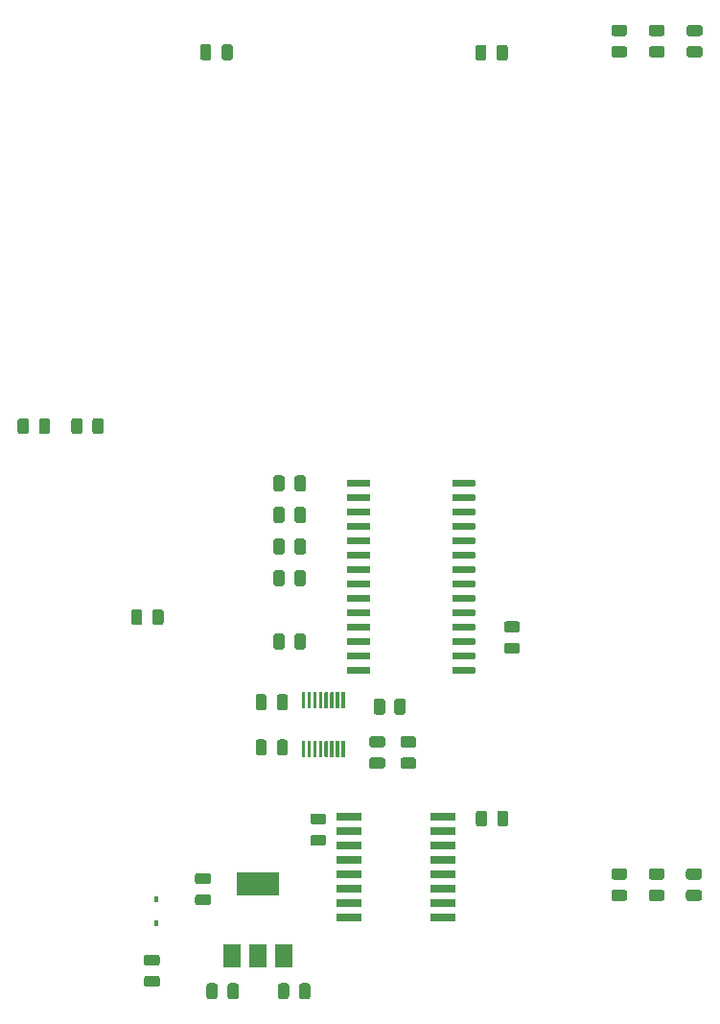
<source format=gbr>
G04 #@! TF.GenerationSoftware,KiCad,Pcbnew,(5.1.5)-3*
G04 #@! TF.CreationDate,2021-10-16T16:02:55-05:00*
G04 #@! TF.ProjectId,Controls-LightingPCB,436f6e74-726f-46c7-932d-4c6967687469,rev?*
G04 #@! TF.SameCoordinates,Original*
G04 #@! TF.FileFunction,Paste,Top*
G04 #@! TF.FilePolarity,Positive*
%FSLAX46Y46*%
G04 Gerber Fmt 4.6, Leading zero omitted, Abs format (unit mm)*
G04 Created by KiCad (PCBNEW (5.1.5)-3) date 2021-10-16 16:02:55*
%MOMM*%
%LPD*%
G04 APERTURE LIST*
%ADD10R,0.450000X0.600000*%
%ADD11C,0.100000*%
%ADD12R,3.800000X2.000000*%
%ADD13R,1.500000X2.000000*%
%ADD14R,2.200000X0.760000*%
G04 APERTURE END LIST*
D10*
X138270000Y-142300000D03*
X138270000Y-144400000D03*
D11*
G36*
X158286914Y-124601204D02*
G01*
X158311192Y-124604806D01*
X158335000Y-124610769D01*
X158358109Y-124619038D01*
X158380296Y-124629531D01*
X158401348Y-124642149D01*
X158421062Y-124656770D01*
X158439247Y-124673253D01*
X158455730Y-124691438D01*
X158470351Y-124711152D01*
X158482969Y-124732204D01*
X158493462Y-124754391D01*
X158501731Y-124777500D01*
X158507694Y-124801308D01*
X158511296Y-124825586D01*
X158512500Y-124850100D01*
X158512500Y-125749900D01*
X158511296Y-125774414D01*
X158507694Y-125798692D01*
X158501731Y-125822500D01*
X158493462Y-125845609D01*
X158482969Y-125867796D01*
X158470351Y-125888848D01*
X158455730Y-125908562D01*
X158439247Y-125926747D01*
X158421062Y-125943230D01*
X158401348Y-125957851D01*
X158380296Y-125970469D01*
X158358109Y-125980962D01*
X158335000Y-125989231D01*
X158311192Y-125995194D01*
X158286914Y-125998796D01*
X158262400Y-126000000D01*
X157737600Y-126000000D01*
X157713086Y-125998796D01*
X157688808Y-125995194D01*
X157665000Y-125989231D01*
X157641891Y-125980962D01*
X157619704Y-125970469D01*
X157598652Y-125957851D01*
X157578938Y-125943230D01*
X157560753Y-125926747D01*
X157544270Y-125908562D01*
X157529649Y-125888848D01*
X157517031Y-125867796D01*
X157506538Y-125845609D01*
X157498269Y-125822500D01*
X157492306Y-125798692D01*
X157488704Y-125774414D01*
X157487500Y-125749900D01*
X157487500Y-124850100D01*
X157488704Y-124825586D01*
X157492306Y-124801308D01*
X157498269Y-124777500D01*
X157506538Y-124754391D01*
X157517031Y-124732204D01*
X157529649Y-124711152D01*
X157544270Y-124691438D01*
X157560753Y-124673253D01*
X157578938Y-124656770D01*
X157598652Y-124642149D01*
X157619704Y-124629531D01*
X157641891Y-124619038D01*
X157665000Y-124610769D01*
X157688808Y-124604806D01*
X157713086Y-124601204D01*
X157737600Y-124600000D01*
X158262400Y-124600000D01*
X158286914Y-124601204D01*
G37*
G36*
X160087005Y-124601204D02*
G01*
X160111273Y-124604804D01*
X160135072Y-124610765D01*
X160158171Y-124619030D01*
X160180350Y-124629520D01*
X160201393Y-124642132D01*
X160221099Y-124656747D01*
X160239277Y-124673223D01*
X160255753Y-124691401D01*
X160270368Y-124711107D01*
X160282980Y-124732150D01*
X160293470Y-124754329D01*
X160301735Y-124777428D01*
X160307696Y-124801227D01*
X160311296Y-124825495D01*
X160312500Y-124849999D01*
X160312500Y-125750001D01*
X160311296Y-125774505D01*
X160307696Y-125798773D01*
X160301735Y-125822572D01*
X160293470Y-125845671D01*
X160282980Y-125867850D01*
X160270368Y-125888893D01*
X160255753Y-125908599D01*
X160239277Y-125926777D01*
X160221099Y-125943253D01*
X160201393Y-125957868D01*
X160180350Y-125970480D01*
X160158171Y-125980970D01*
X160135072Y-125989235D01*
X160111273Y-125995196D01*
X160087005Y-125998796D01*
X160062501Y-126000000D01*
X159537499Y-126000000D01*
X159512995Y-125998796D01*
X159488727Y-125995196D01*
X159464928Y-125989235D01*
X159441829Y-125980970D01*
X159419650Y-125970480D01*
X159398607Y-125957868D01*
X159378901Y-125943253D01*
X159360723Y-125926777D01*
X159344247Y-125908599D01*
X159329632Y-125888893D01*
X159317020Y-125867850D01*
X159306530Y-125845671D01*
X159298265Y-125822572D01*
X159292304Y-125798773D01*
X159288704Y-125774505D01*
X159287500Y-125750001D01*
X159287500Y-124849999D01*
X159288704Y-124825495D01*
X159292304Y-124801227D01*
X159298265Y-124777428D01*
X159306530Y-124754329D01*
X159317020Y-124732150D01*
X159329632Y-124711107D01*
X159344247Y-124691401D01*
X159360723Y-124673223D01*
X159378901Y-124656747D01*
X159398607Y-124642132D01*
X159419650Y-124629520D01*
X159441829Y-124619030D01*
X159464928Y-124610765D01*
X159488727Y-124604804D01*
X159512995Y-124601204D01*
X159537499Y-124600000D01*
X160062501Y-124600000D01*
X160087005Y-124601204D01*
G37*
G36*
X170180142Y-117776174D02*
G01*
X170203803Y-117779684D01*
X170227007Y-117785496D01*
X170249529Y-117793554D01*
X170271153Y-117803782D01*
X170291670Y-117816079D01*
X170310883Y-117830329D01*
X170328607Y-117846393D01*
X170344671Y-117864117D01*
X170358921Y-117883330D01*
X170371218Y-117903847D01*
X170381446Y-117925471D01*
X170389504Y-117947993D01*
X170395316Y-117971197D01*
X170398826Y-117994858D01*
X170400000Y-118018750D01*
X170400000Y-118506250D01*
X170398826Y-118530142D01*
X170395316Y-118553803D01*
X170389504Y-118577007D01*
X170381446Y-118599529D01*
X170371218Y-118621153D01*
X170358921Y-118641670D01*
X170344671Y-118660883D01*
X170328607Y-118678607D01*
X170310883Y-118694671D01*
X170291670Y-118708921D01*
X170271153Y-118721218D01*
X170249529Y-118731446D01*
X170227007Y-118739504D01*
X170203803Y-118745316D01*
X170180142Y-118748826D01*
X170156250Y-118750000D01*
X169243750Y-118750000D01*
X169219858Y-118748826D01*
X169196197Y-118745316D01*
X169172993Y-118739504D01*
X169150471Y-118731446D01*
X169128847Y-118721218D01*
X169108330Y-118708921D01*
X169089117Y-118694671D01*
X169071393Y-118678607D01*
X169055329Y-118660883D01*
X169041079Y-118641670D01*
X169028782Y-118621153D01*
X169018554Y-118599529D01*
X169010496Y-118577007D01*
X169004684Y-118553803D01*
X169001174Y-118530142D01*
X169000000Y-118506250D01*
X169000000Y-118018750D01*
X169001174Y-117994858D01*
X169004684Y-117971197D01*
X169010496Y-117947993D01*
X169018554Y-117925471D01*
X169028782Y-117903847D01*
X169041079Y-117883330D01*
X169055329Y-117864117D01*
X169071393Y-117846393D01*
X169089117Y-117830329D01*
X169108330Y-117816079D01*
X169128847Y-117803782D01*
X169150471Y-117793554D01*
X169172993Y-117785496D01*
X169196197Y-117779684D01*
X169219858Y-117776174D01*
X169243750Y-117775000D01*
X170156250Y-117775000D01*
X170180142Y-117776174D01*
G37*
G36*
X170180142Y-119651174D02*
G01*
X170203803Y-119654684D01*
X170227007Y-119660496D01*
X170249529Y-119668554D01*
X170271153Y-119678782D01*
X170291670Y-119691079D01*
X170310883Y-119705329D01*
X170328607Y-119721393D01*
X170344671Y-119739117D01*
X170358921Y-119758330D01*
X170371218Y-119778847D01*
X170381446Y-119800471D01*
X170389504Y-119822993D01*
X170395316Y-119846197D01*
X170398826Y-119869858D01*
X170400000Y-119893750D01*
X170400000Y-120381250D01*
X170398826Y-120405142D01*
X170395316Y-120428803D01*
X170389504Y-120452007D01*
X170381446Y-120474529D01*
X170371218Y-120496153D01*
X170358921Y-120516670D01*
X170344671Y-120535883D01*
X170328607Y-120553607D01*
X170310883Y-120569671D01*
X170291670Y-120583921D01*
X170271153Y-120596218D01*
X170249529Y-120606446D01*
X170227007Y-120614504D01*
X170203803Y-120620316D01*
X170180142Y-120623826D01*
X170156250Y-120625000D01*
X169243750Y-120625000D01*
X169219858Y-120623826D01*
X169196197Y-120620316D01*
X169172993Y-120614504D01*
X169150471Y-120606446D01*
X169128847Y-120596218D01*
X169108330Y-120583921D01*
X169089117Y-120569671D01*
X169071393Y-120553607D01*
X169055329Y-120535883D01*
X169041079Y-120516670D01*
X169028782Y-120496153D01*
X169018554Y-120474529D01*
X169010496Y-120452007D01*
X169004684Y-120428803D01*
X169001174Y-120405142D01*
X169000000Y-120381250D01*
X169000000Y-119893750D01*
X169001174Y-119869858D01*
X169004684Y-119846197D01*
X169010496Y-119822993D01*
X169018554Y-119800471D01*
X169028782Y-119778847D01*
X169041079Y-119758330D01*
X169055329Y-119739117D01*
X169071393Y-119721393D01*
X169089117Y-119705329D01*
X169108330Y-119691079D01*
X169128847Y-119678782D01*
X169150471Y-119668554D01*
X169172993Y-119660496D01*
X169196197Y-119654684D01*
X169219858Y-119651174D01*
X169243750Y-119650000D01*
X170156250Y-119650000D01*
X170180142Y-119651174D01*
G37*
G36*
X151667642Y-149701174D02*
G01*
X151691303Y-149704684D01*
X151714507Y-149710496D01*
X151737029Y-149718554D01*
X151758653Y-149728782D01*
X151779170Y-149741079D01*
X151798383Y-149755329D01*
X151816107Y-149771393D01*
X151832171Y-149789117D01*
X151846421Y-149808330D01*
X151858718Y-149828847D01*
X151868946Y-149850471D01*
X151877004Y-149872993D01*
X151882816Y-149896197D01*
X151886326Y-149919858D01*
X151887500Y-149943750D01*
X151887500Y-150856250D01*
X151886326Y-150880142D01*
X151882816Y-150903803D01*
X151877004Y-150927007D01*
X151868946Y-150949529D01*
X151858718Y-150971153D01*
X151846421Y-150991670D01*
X151832171Y-151010883D01*
X151816107Y-151028607D01*
X151798383Y-151044671D01*
X151779170Y-151058921D01*
X151758653Y-151071218D01*
X151737029Y-151081446D01*
X151714507Y-151089504D01*
X151691303Y-151095316D01*
X151667642Y-151098826D01*
X151643750Y-151100000D01*
X151156250Y-151100000D01*
X151132358Y-151098826D01*
X151108697Y-151095316D01*
X151085493Y-151089504D01*
X151062971Y-151081446D01*
X151041347Y-151071218D01*
X151020830Y-151058921D01*
X151001617Y-151044671D01*
X150983893Y-151028607D01*
X150967829Y-151010883D01*
X150953579Y-150991670D01*
X150941282Y-150971153D01*
X150931054Y-150949529D01*
X150922996Y-150927007D01*
X150917184Y-150903803D01*
X150913674Y-150880142D01*
X150912500Y-150856250D01*
X150912500Y-149943750D01*
X150913674Y-149919858D01*
X150917184Y-149896197D01*
X150922996Y-149872993D01*
X150931054Y-149850471D01*
X150941282Y-149828847D01*
X150953579Y-149808330D01*
X150967829Y-149789117D01*
X150983893Y-149771393D01*
X151001617Y-149755329D01*
X151020830Y-149741079D01*
X151041347Y-149728782D01*
X151062971Y-149718554D01*
X151085493Y-149710496D01*
X151108697Y-149704684D01*
X151132358Y-149701174D01*
X151156250Y-149700000D01*
X151643750Y-149700000D01*
X151667642Y-149701174D01*
G37*
G36*
X149792642Y-149701174D02*
G01*
X149816303Y-149704684D01*
X149839507Y-149710496D01*
X149862029Y-149718554D01*
X149883653Y-149728782D01*
X149904170Y-149741079D01*
X149923383Y-149755329D01*
X149941107Y-149771393D01*
X149957171Y-149789117D01*
X149971421Y-149808330D01*
X149983718Y-149828847D01*
X149993946Y-149850471D01*
X150002004Y-149872993D01*
X150007816Y-149896197D01*
X150011326Y-149919858D01*
X150012500Y-149943750D01*
X150012500Y-150856250D01*
X150011326Y-150880142D01*
X150007816Y-150903803D01*
X150002004Y-150927007D01*
X149993946Y-150949529D01*
X149983718Y-150971153D01*
X149971421Y-150991670D01*
X149957171Y-151010883D01*
X149941107Y-151028607D01*
X149923383Y-151044671D01*
X149904170Y-151058921D01*
X149883653Y-151071218D01*
X149862029Y-151081446D01*
X149839507Y-151089504D01*
X149816303Y-151095316D01*
X149792642Y-151098826D01*
X149768750Y-151100000D01*
X149281250Y-151100000D01*
X149257358Y-151098826D01*
X149233697Y-151095316D01*
X149210493Y-151089504D01*
X149187971Y-151081446D01*
X149166347Y-151071218D01*
X149145830Y-151058921D01*
X149126617Y-151044671D01*
X149108893Y-151028607D01*
X149092829Y-151010883D01*
X149078579Y-150991670D01*
X149066282Y-150971153D01*
X149056054Y-150949529D01*
X149047996Y-150927007D01*
X149042184Y-150903803D01*
X149038674Y-150880142D01*
X149037500Y-150856250D01*
X149037500Y-149943750D01*
X149038674Y-149919858D01*
X149042184Y-149896197D01*
X149047996Y-149872993D01*
X149056054Y-149850471D01*
X149066282Y-149828847D01*
X149078579Y-149808330D01*
X149092829Y-149789117D01*
X149108893Y-149771393D01*
X149126617Y-149755329D01*
X149145830Y-149741079D01*
X149166347Y-149728782D01*
X149187971Y-149718554D01*
X149210493Y-149710496D01*
X149233697Y-149704684D01*
X149257358Y-149701174D01*
X149281250Y-149700000D01*
X149768750Y-149700000D01*
X149792642Y-149701174D01*
G37*
G36*
X138380142Y-149051174D02*
G01*
X138403803Y-149054684D01*
X138427007Y-149060496D01*
X138449529Y-149068554D01*
X138471153Y-149078782D01*
X138491670Y-149091079D01*
X138510883Y-149105329D01*
X138528607Y-149121393D01*
X138544671Y-149139117D01*
X138558921Y-149158330D01*
X138571218Y-149178847D01*
X138581446Y-149200471D01*
X138589504Y-149222993D01*
X138595316Y-149246197D01*
X138598826Y-149269858D01*
X138600000Y-149293750D01*
X138600000Y-149781250D01*
X138598826Y-149805142D01*
X138595316Y-149828803D01*
X138589504Y-149852007D01*
X138581446Y-149874529D01*
X138571218Y-149896153D01*
X138558921Y-149916670D01*
X138544671Y-149935883D01*
X138528607Y-149953607D01*
X138510883Y-149969671D01*
X138491670Y-149983921D01*
X138471153Y-149996218D01*
X138449529Y-150006446D01*
X138427007Y-150014504D01*
X138403803Y-150020316D01*
X138380142Y-150023826D01*
X138356250Y-150025000D01*
X137443750Y-150025000D01*
X137419858Y-150023826D01*
X137396197Y-150020316D01*
X137372993Y-150014504D01*
X137350471Y-150006446D01*
X137328847Y-149996218D01*
X137308330Y-149983921D01*
X137289117Y-149969671D01*
X137271393Y-149953607D01*
X137255329Y-149935883D01*
X137241079Y-149916670D01*
X137228782Y-149896153D01*
X137218554Y-149874529D01*
X137210496Y-149852007D01*
X137204684Y-149828803D01*
X137201174Y-149805142D01*
X137200000Y-149781250D01*
X137200000Y-149293750D01*
X137201174Y-149269858D01*
X137204684Y-149246197D01*
X137210496Y-149222993D01*
X137218554Y-149200471D01*
X137228782Y-149178847D01*
X137241079Y-149158330D01*
X137255329Y-149139117D01*
X137271393Y-149121393D01*
X137289117Y-149105329D01*
X137308330Y-149091079D01*
X137328847Y-149078782D01*
X137350471Y-149068554D01*
X137372993Y-149060496D01*
X137396197Y-149054684D01*
X137419858Y-149051174D01*
X137443750Y-149050000D01*
X138356250Y-149050000D01*
X138380142Y-149051174D01*
G37*
G36*
X138380142Y-147176174D02*
G01*
X138403803Y-147179684D01*
X138427007Y-147185496D01*
X138449529Y-147193554D01*
X138471153Y-147203782D01*
X138491670Y-147216079D01*
X138510883Y-147230329D01*
X138528607Y-147246393D01*
X138544671Y-147264117D01*
X138558921Y-147283330D01*
X138571218Y-147303847D01*
X138581446Y-147325471D01*
X138589504Y-147347993D01*
X138595316Y-147371197D01*
X138598826Y-147394858D01*
X138600000Y-147418750D01*
X138600000Y-147906250D01*
X138598826Y-147930142D01*
X138595316Y-147953803D01*
X138589504Y-147977007D01*
X138581446Y-147999529D01*
X138571218Y-148021153D01*
X138558921Y-148041670D01*
X138544671Y-148060883D01*
X138528607Y-148078607D01*
X138510883Y-148094671D01*
X138491670Y-148108921D01*
X138471153Y-148121218D01*
X138449529Y-148131446D01*
X138427007Y-148139504D01*
X138403803Y-148145316D01*
X138380142Y-148148826D01*
X138356250Y-148150000D01*
X137443750Y-148150000D01*
X137419858Y-148148826D01*
X137396197Y-148145316D01*
X137372993Y-148139504D01*
X137350471Y-148131446D01*
X137328847Y-148121218D01*
X137308330Y-148108921D01*
X137289117Y-148094671D01*
X137271393Y-148078607D01*
X137255329Y-148060883D01*
X137241079Y-148041670D01*
X137228782Y-148021153D01*
X137218554Y-147999529D01*
X137210496Y-147977007D01*
X137204684Y-147953803D01*
X137201174Y-147930142D01*
X137200000Y-147906250D01*
X137200000Y-147418750D01*
X137201174Y-147394858D01*
X137204684Y-147371197D01*
X137210496Y-147347993D01*
X137218554Y-147325471D01*
X137228782Y-147303847D01*
X137241079Y-147283330D01*
X137255329Y-147264117D01*
X137271393Y-147246393D01*
X137289117Y-147230329D01*
X137308330Y-147216079D01*
X137328847Y-147203782D01*
X137350471Y-147193554D01*
X137372993Y-147185496D01*
X137396197Y-147179684D01*
X137419858Y-147176174D01*
X137443750Y-147175000D01*
X138356250Y-147175000D01*
X138380142Y-147176174D01*
G37*
G36*
X157033163Y-105292422D02*
G01*
X157047724Y-105294582D01*
X157062003Y-105298159D01*
X157075863Y-105303118D01*
X157089170Y-105309412D01*
X157101796Y-105316980D01*
X157113619Y-105325748D01*
X157124526Y-105335634D01*
X157134412Y-105346541D01*
X157143180Y-105358364D01*
X157150748Y-105370990D01*
X157157042Y-105384297D01*
X157162001Y-105398157D01*
X157165578Y-105412436D01*
X157167738Y-105426997D01*
X157168460Y-105441700D01*
X157168460Y-105741700D01*
X157167738Y-105756403D01*
X157165578Y-105770964D01*
X157162001Y-105785243D01*
X157157042Y-105799103D01*
X157150748Y-105812410D01*
X157143180Y-105825036D01*
X157134412Y-105836859D01*
X157124526Y-105847766D01*
X157113619Y-105857652D01*
X157101796Y-105866420D01*
X157089170Y-105873988D01*
X157075863Y-105880282D01*
X157062003Y-105885241D01*
X157047724Y-105888818D01*
X157033163Y-105890978D01*
X157018460Y-105891700D01*
X155268460Y-105891700D01*
X155253757Y-105890978D01*
X155239196Y-105888818D01*
X155224917Y-105885241D01*
X155211057Y-105880282D01*
X155197750Y-105873988D01*
X155185124Y-105866420D01*
X155173301Y-105857652D01*
X155162394Y-105847766D01*
X155152508Y-105836859D01*
X155143740Y-105825036D01*
X155136172Y-105812410D01*
X155129878Y-105799103D01*
X155124919Y-105785243D01*
X155121342Y-105770964D01*
X155119182Y-105756403D01*
X155118460Y-105741700D01*
X155118460Y-105441700D01*
X155119182Y-105426997D01*
X155121342Y-105412436D01*
X155124919Y-105398157D01*
X155129878Y-105384297D01*
X155136172Y-105370990D01*
X155143740Y-105358364D01*
X155152508Y-105346541D01*
X155162394Y-105335634D01*
X155173301Y-105325748D01*
X155185124Y-105316980D01*
X155197750Y-105309412D01*
X155211057Y-105303118D01*
X155224917Y-105298159D01*
X155239196Y-105294582D01*
X155253757Y-105292422D01*
X155268460Y-105291700D01*
X157018460Y-105291700D01*
X157033163Y-105292422D01*
G37*
G36*
X157033163Y-106562422D02*
G01*
X157047724Y-106564582D01*
X157062003Y-106568159D01*
X157075863Y-106573118D01*
X157089170Y-106579412D01*
X157101796Y-106586980D01*
X157113619Y-106595748D01*
X157124526Y-106605634D01*
X157134412Y-106616541D01*
X157143180Y-106628364D01*
X157150748Y-106640990D01*
X157157042Y-106654297D01*
X157162001Y-106668157D01*
X157165578Y-106682436D01*
X157167738Y-106696997D01*
X157168460Y-106711700D01*
X157168460Y-107011700D01*
X157167738Y-107026403D01*
X157165578Y-107040964D01*
X157162001Y-107055243D01*
X157157042Y-107069103D01*
X157150748Y-107082410D01*
X157143180Y-107095036D01*
X157134412Y-107106859D01*
X157124526Y-107117766D01*
X157113619Y-107127652D01*
X157101796Y-107136420D01*
X157089170Y-107143988D01*
X157075863Y-107150282D01*
X157062003Y-107155241D01*
X157047724Y-107158818D01*
X157033163Y-107160978D01*
X157018460Y-107161700D01*
X155268460Y-107161700D01*
X155253757Y-107160978D01*
X155239196Y-107158818D01*
X155224917Y-107155241D01*
X155211057Y-107150282D01*
X155197750Y-107143988D01*
X155185124Y-107136420D01*
X155173301Y-107127652D01*
X155162394Y-107117766D01*
X155152508Y-107106859D01*
X155143740Y-107095036D01*
X155136172Y-107082410D01*
X155129878Y-107069103D01*
X155124919Y-107055243D01*
X155121342Y-107040964D01*
X155119182Y-107026403D01*
X155118460Y-107011700D01*
X155118460Y-106711700D01*
X155119182Y-106696997D01*
X155121342Y-106682436D01*
X155124919Y-106668157D01*
X155129878Y-106654297D01*
X155136172Y-106640990D01*
X155143740Y-106628364D01*
X155152508Y-106616541D01*
X155162394Y-106605634D01*
X155173301Y-106595748D01*
X155185124Y-106586980D01*
X155197750Y-106579412D01*
X155211057Y-106573118D01*
X155224917Y-106568159D01*
X155239196Y-106564582D01*
X155253757Y-106562422D01*
X155268460Y-106561700D01*
X157018460Y-106561700D01*
X157033163Y-106562422D01*
G37*
G36*
X157033163Y-107832422D02*
G01*
X157047724Y-107834582D01*
X157062003Y-107838159D01*
X157075863Y-107843118D01*
X157089170Y-107849412D01*
X157101796Y-107856980D01*
X157113619Y-107865748D01*
X157124526Y-107875634D01*
X157134412Y-107886541D01*
X157143180Y-107898364D01*
X157150748Y-107910990D01*
X157157042Y-107924297D01*
X157162001Y-107938157D01*
X157165578Y-107952436D01*
X157167738Y-107966997D01*
X157168460Y-107981700D01*
X157168460Y-108281700D01*
X157167738Y-108296403D01*
X157165578Y-108310964D01*
X157162001Y-108325243D01*
X157157042Y-108339103D01*
X157150748Y-108352410D01*
X157143180Y-108365036D01*
X157134412Y-108376859D01*
X157124526Y-108387766D01*
X157113619Y-108397652D01*
X157101796Y-108406420D01*
X157089170Y-108413988D01*
X157075863Y-108420282D01*
X157062003Y-108425241D01*
X157047724Y-108428818D01*
X157033163Y-108430978D01*
X157018460Y-108431700D01*
X155268460Y-108431700D01*
X155253757Y-108430978D01*
X155239196Y-108428818D01*
X155224917Y-108425241D01*
X155211057Y-108420282D01*
X155197750Y-108413988D01*
X155185124Y-108406420D01*
X155173301Y-108397652D01*
X155162394Y-108387766D01*
X155152508Y-108376859D01*
X155143740Y-108365036D01*
X155136172Y-108352410D01*
X155129878Y-108339103D01*
X155124919Y-108325243D01*
X155121342Y-108310964D01*
X155119182Y-108296403D01*
X155118460Y-108281700D01*
X155118460Y-107981700D01*
X155119182Y-107966997D01*
X155121342Y-107952436D01*
X155124919Y-107938157D01*
X155129878Y-107924297D01*
X155136172Y-107910990D01*
X155143740Y-107898364D01*
X155152508Y-107886541D01*
X155162394Y-107875634D01*
X155173301Y-107865748D01*
X155185124Y-107856980D01*
X155197750Y-107849412D01*
X155211057Y-107843118D01*
X155224917Y-107838159D01*
X155239196Y-107834582D01*
X155253757Y-107832422D01*
X155268460Y-107831700D01*
X157018460Y-107831700D01*
X157033163Y-107832422D01*
G37*
G36*
X157033163Y-109102422D02*
G01*
X157047724Y-109104582D01*
X157062003Y-109108159D01*
X157075863Y-109113118D01*
X157089170Y-109119412D01*
X157101796Y-109126980D01*
X157113619Y-109135748D01*
X157124526Y-109145634D01*
X157134412Y-109156541D01*
X157143180Y-109168364D01*
X157150748Y-109180990D01*
X157157042Y-109194297D01*
X157162001Y-109208157D01*
X157165578Y-109222436D01*
X157167738Y-109236997D01*
X157168460Y-109251700D01*
X157168460Y-109551700D01*
X157167738Y-109566403D01*
X157165578Y-109580964D01*
X157162001Y-109595243D01*
X157157042Y-109609103D01*
X157150748Y-109622410D01*
X157143180Y-109635036D01*
X157134412Y-109646859D01*
X157124526Y-109657766D01*
X157113619Y-109667652D01*
X157101796Y-109676420D01*
X157089170Y-109683988D01*
X157075863Y-109690282D01*
X157062003Y-109695241D01*
X157047724Y-109698818D01*
X157033163Y-109700978D01*
X157018460Y-109701700D01*
X155268460Y-109701700D01*
X155253757Y-109700978D01*
X155239196Y-109698818D01*
X155224917Y-109695241D01*
X155211057Y-109690282D01*
X155197750Y-109683988D01*
X155185124Y-109676420D01*
X155173301Y-109667652D01*
X155162394Y-109657766D01*
X155152508Y-109646859D01*
X155143740Y-109635036D01*
X155136172Y-109622410D01*
X155129878Y-109609103D01*
X155124919Y-109595243D01*
X155121342Y-109580964D01*
X155119182Y-109566403D01*
X155118460Y-109551700D01*
X155118460Y-109251700D01*
X155119182Y-109236997D01*
X155121342Y-109222436D01*
X155124919Y-109208157D01*
X155129878Y-109194297D01*
X155136172Y-109180990D01*
X155143740Y-109168364D01*
X155152508Y-109156541D01*
X155162394Y-109145634D01*
X155173301Y-109135748D01*
X155185124Y-109126980D01*
X155197750Y-109119412D01*
X155211057Y-109113118D01*
X155224917Y-109108159D01*
X155239196Y-109104582D01*
X155253757Y-109102422D01*
X155268460Y-109101700D01*
X157018460Y-109101700D01*
X157033163Y-109102422D01*
G37*
G36*
X157033163Y-110372422D02*
G01*
X157047724Y-110374582D01*
X157062003Y-110378159D01*
X157075863Y-110383118D01*
X157089170Y-110389412D01*
X157101796Y-110396980D01*
X157113619Y-110405748D01*
X157124526Y-110415634D01*
X157134412Y-110426541D01*
X157143180Y-110438364D01*
X157150748Y-110450990D01*
X157157042Y-110464297D01*
X157162001Y-110478157D01*
X157165578Y-110492436D01*
X157167738Y-110506997D01*
X157168460Y-110521700D01*
X157168460Y-110821700D01*
X157167738Y-110836403D01*
X157165578Y-110850964D01*
X157162001Y-110865243D01*
X157157042Y-110879103D01*
X157150748Y-110892410D01*
X157143180Y-110905036D01*
X157134412Y-110916859D01*
X157124526Y-110927766D01*
X157113619Y-110937652D01*
X157101796Y-110946420D01*
X157089170Y-110953988D01*
X157075863Y-110960282D01*
X157062003Y-110965241D01*
X157047724Y-110968818D01*
X157033163Y-110970978D01*
X157018460Y-110971700D01*
X155268460Y-110971700D01*
X155253757Y-110970978D01*
X155239196Y-110968818D01*
X155224917Y-110965241D01*
X155211057Y-110960282D01*
X155197750Y-110953988D01*
X155185124Y-110946420D01*
X155173301Y-110937652D01*
X155162394Y-110927766D01*
X155152508Y-110916859D01*
X155143740Y-110905036D01*
X155136172Y-110892410D01*
X155129878Y-110879103D01*
X155124919Y-110865243D01*
X155121342Y-110850964D01*
X155119182Y-110836403D01*
X155118460Y-110821700D01*
X155118460Y-110521700D01*
X155119182Y-110506997D01*
X155121342Y-110492436D01*
X155124919Y-110478157D01*
X155129878Y-110464297D01*
X155136172Y-110450990D01*
X155143740Y-110438364D01*
X155152508Y-110426541D01*
X155162394Y-110415634D01*
X155173301Y-110405748D01*
X155185124Y-110396980D01*
X155197750Y-110389412D01*
X155211057Y-110383118D01*
X155224917Y-110378159D01*
X155239196Y-110374582D01*
X155253757Y-110372422D01*
X155268460Y-110371700D01*
X157018460Y-110371700D01*
X157033163Y-110372422D01*
G37*
G36*
X157033163Y-111642422D02*
G01*
X157047724Y-111644582D01*
X157062003Y-111648159D01*
X157075863Y-111653118D01*
X157089170Y-111659412D01*
X157101796Y-111666980D01*
X157113619Y-111675748D01*
X157124526Y-111685634D01*
X157134412Y-111696541D01*
X157143180Y-111708364D01*
X157150748Y-111720990D01*
X157157042Y-111734297D01*
X157162001Y-111748157D01*
X157165578Y-111762436D01*
X157167738Y-111776997D01*
X157168460Y-111791700D01*
X157168460Y-112091700D01*
X157167738Y-112106403D01*
X157165578Y-112120964D01*
X157162001Y-112135243D01*
X157157042Y-112149103D01*
X157150748Y-112162410D01*
X157143180Y-112175036D01*
X157134412Y-112186859D01*
X157124526Y-112197766D01*
X157113619Y-112207652D01*
X157101796Y-112216420D01*
X157089170Y-112223988D01*
X157075863Y-112230282D01*
X157062003Y-112235241D01*
X157047724Y-112238818D01*
X157033163Y-112240978D01*
X157018460Y-112241700D01*
X155268460Y-112241700D01*
X155253757Y-112240978D01*
X155239196Y-112238818D01*
X155224917Y-112235241D01*
X155211057Y-112230282D01*
X155197750Y-112223988D01*
X155185124Y-112216420D01*
X155173301Y-112207652D01*
X155162394Y-112197766D01*
X155152508Y-112186859D01*
X155143740Y-112175036D01*
X155136172Y-112162410D01*
X155129878Y-112149103D01*
X155124919Y-112135243D01*
X155121342Y-112120964D01*
X155119182Y-112106403D01*
X155118460Y-112091700D01*
X155118460Y-111791700D01*
X155119182Y-111776997D01*
X155121342Y-111762436D01*
X155124919Y-111748157D01*
X155129878Y-111734297D01*
X155136172Y-111720990D01*
X155143740Y-111708364D01*
X155152508Y-111696541D01*
X155162394Y-111685634D01*
X155173301Y-111675748D01*
X155185124Y-111666980D01*
X155197750Y-111659412D01*
X155211057Y-111653118D01*
X155224917Y-111648159D01*
X155239196Y-111644582D01*
X155253757Y-111642422D01*
X155268460Y-111641700D01*
X157018460Y-111641700D01*
X157033163Y-111642422D01*
G37*
G36*
X157033163Y-112912422D02*
G01*
X157047724Y-112914582D01*
X157062003Y-112918159D01*
X157075863Y-112923118D01*
X157089170Y-112929412D01*
X157101796Y-112936980D01*
X157113619Y-112945748D01*
X157124526Y-112955634D01*
X157134412Y-112966541D01*
X157143180Y-112978364D01*
X157150748Y-112990990D01*
X157157042Y-113004297D01*
X157162001Y-113018157D01*
X157165578Y-113032436D01*
X157167738Y-113046997D01*
X157168460Y-113061700D01*
X157168460Y-113361700D01*
X157167738Y-113376403D01*
X157165578Y-113390964D01*
X157162001Y-113405243D01*
X157157042Y-113419103D01*
X157150748Y-113432410D01*
X157143180Y-113445036D01*
X157134412Y-113456859D01*
X157124526Y-113467766D01*
X157113619Y-113477652D01*
X157101796Y-113486420D01*
X157089170Y-113493988D01*
X157075863Y-113500282D01*
X157062003Y-113505241D01*
X157047724Y-113508818D01*
X157033163Y-113510978D01*
X157018460Y-113511700D01*
X155268460Y-113511700D01*
X155253757Y-113510978D01*
X155239196Y-113508818D01*
X155224917Y-113505241D01*
X155211057Y-113500282D01*
X155197750Y-113493988D01*
X155185124Y-113486420D01*
X155173301Y-113477652D01*
X155162394Y-113467766D01*
X155152508Y-113456859D01*
X155143740Y-113445036D01*
X155136172Y-113432410D01*
X155129878Y-113419103D01*
X155124919Y-113405243D01*
X155121342Y-113390964D01*
X155119182Y-113376403D01*
X155118460Y-113361700D01*
X155118460Y-113061700D01*
X155119182Y-113046997D01*
X155121342Y-113032436D01*
X155124919Y-113018157D01*
X155129878Y-113004297D01*
X155136172Y-112990990D01*
X155143740Y-112978364D01*
X155152508Y-112966541D01*
X155162394Y-112955634D01*
X155173301Y-112945748D01*
X155185124Y-112936980D01*
X155197750Y-112929412D01*
X155211057Y-112923118D01*
X155224917Y-112918159D01*
X155239196Y-112914582D01*
X155253757Y-112912422D01*
X155268460Y-112911700D01*
X157018460Y-112911700D01*
X157033163Y-112912422D01*
G37*
G36*
X157033163Y-114182422D02*
G01*
X157047724Y-114184582D01*
X157062003Y-114188159D01*
X157075863Y-114193118D01*
X157089170Y-114199412D01*
X157101796Y-114206980D01*
X157113619Y-114215748D01*
X157124526Y-114225634D01*
X157134412Y-114236541D01*
X157143180Y-114248364D01*
X157150748Y-114260990D01*
X157157042Y-114274297D01*
X157162001Y-114288157D01*
X157165578Y-114302436D01*
X157167738Y-114316997D01*
X157168460Y-114331700D01*
X157168460Y-114631700D01*
X157167738Y-114646403D01*
X157165578Y-114660964D01*
X157162001Y-114675243D01*
X157157042Y-114689103D01*
X157150748Y-114702410D01*
X157143180Y-114715036D01*
X157134412Y-114726859D01*
X157124526Y-114737766D01*
X157113619Y-114747652D01*
X157101796Y-114756420D01*
X157089170Y-114763988D01*
X157075863Y-114770282D01*
X157062003Y-114775241D01*
X157047724Y-114778818D01*
X157033163Y-114780978D01*
X157018460Y-114781700D01*
X155268460Y-114781700D01*
X155253757Y-114780978D01*
X155239196Y-114778818D01*
X155224917Y-114775241D01*
X155211057Y-114770282D01*
X155197750Y-114763988D01*
X155185124Y-114756420D01*
X155173301Y-114747652D01*
X155162394Y-114737766D01*
X155152508Y-114726859D01*
X155143740Y-114715036D01*
X155136172Y-114702410D01*
X155129878Y-114689103D01*
X155124919Y-114675243D01*
X155121342Y-114660964D01*
X155119182Y-114646403D01*
X155118460Y-114631700D01*
X155118460Y-114331700D01*
X155119182Y-114316997D01*
X155121342Y-114302436D01*
X155124919Y-114288157D01*
X155129878Y-114274297D01*
X155136172Y-114260990D01*
X155143740Y-114248364D01*
X155152508Y-114236541D01*
X155162394Y-114225634D01*
X155173301Y-114215748D01*
X155185124Y-114206980D01*
X155197750Y-114199412D01*
X155211057Y-114193118D01*
X155224917Y-114188159D01*
X155239196Y-114184582D01*
X155253757Y-114182422D01*
X155268460Y-114181700D01*
X157018460Y-114181700D01*
X157033163Y-114182422D01*
G37*
G36*
X157033163Y-115452422D02*
G01*
X157047724Y-115454582D01*
X157062003Y-115458159D01*
X157075863Y-115463118D01*
X157089170Y-115469412D01*
X157101796Y-115476980D01*
X157113619Y-115485748D01*
X157124526Y-115495634D01*
X157134412Y-115506541D01*
X157143180Y-115518364D01*
X157150748Y-115530990D01*
X157157042Y-115544297D01*
X157162001Y-115558157D01*
X157165578Y-115572436D01*
X157167738Y-115586997D01*
X157168460Y-115601700D01*
X157168460Y-115901700D01*
X157167738Y-115916403D01*
X157165578Y-115930964D01*
X157162001Y-115945243D01*
X157157042Y-115959103D01*
X157150748Y-115972410D01*
X157143180Y-115985036D01*
X157134412Y-115996859D01*
X157124526Y-116007766D01*
X157113619Y-116017652D01*
X157101796Y-116026420D01*
X157089170Y-116033988D01*
X157075863Y-116040282D01*
X157062003Y-116045241D01*
X157047724Y-116048818D01*
X157033163Y-116050978D01*
X157018460Y-116051700D01*
X155268460Y-116051700D01*
X155253757Y-116050978D01*
X155239196Y-116048818D01*
X155224917Y-116045241D01*
X155211057Y-116040282D01*
X155197750Y-116033988D01*
X155185124Y-116026420D01*
X155173301Y-116017652D01*
X155162394Y-116007766D01*
X155152508Y-115996859D01*
X155143740Y-115985036D01*
X155136172Y-115972410D01*
X155129878Y-115959103D01*
X155124919Y-115945243D01*
X155121342Y-115930964D01*
X155119182Y-115916403D01*
X155118460Y-115901700D01*
X155118460Y-115601700D01*
X155119182Y-115586997D01*
X155121342Y-115572436D01*
X155124919Y-115558157D01*
X155129878Y-115544297D01*
X155136172Y-115530990D01*
X155143740Y-115518364D01*
X155152508Y-115506541D01*
X155162394Y-115495634D01*
X155173301Y-115485748D01*
X155185124Y-115476980D01*
X155197750Y-115469412D01*
X155211057Y-115463118D01*
X155224917Y-115458159D01*
X155239196Y-115454582D01*
X155253757Y-115452422D01*
X155268460Y-115451700D01*
X157018460Y-115451700D01*
X157033163Y-115452422D01*
G37*
G36*
X157033163Y-116722422D02*
G01*
X157047724Y-116724582D01*
X157062003Y-116728159D01*
X157075863Y-116733118D01*
X157089170Y-116739412D01*
X157101796Y-116746980D01*
X157113619Y-116755748D01*
X157124526Y-116765634D01*
X157134412Y-116776541D01*
X157143180Y-116788364D01*
X157150748Y-116800990D01*
X157157042Y-116814297D01*
X157162001Y-116828157D01*
X157165578Y-116842436D01*
X157167738Y-116856997D01*
X157168460Y-116871700D01*
X157168460Y-117171700D01*
X157167738Y-117186403D01*
X157165578Y-117200964D01*
X157162001Y-117215243D01*
X157157042Y-117229103D01*
X157150748Y-117242410D01*
X157143180Y-117255036D01*
X157134412Y-117266859D01*
X157124526Y-117277766D01*
X157113619Y-117287652D01*
X157101796Y-117296420D01*
X157089170Y-117303988D01*
X157075863Y-117310282D01*
X157062003Y-117315241D01*
X157047724Y-117318818D01*
X157033163Y-117320978D01*
X157018460Y-117321700D01*
X155268460Y-117321700D01*
X155253757Y-117320978D01*
X155239196Y-117318818D01*
X155224917Y-117315241D01*
X155211057Y-117310282D01*
X155197750Y-117303988D01*
X155185124Y-117296420D01*
X155173301Y-117287652D01*
X155162394Y-117277766D01*
X155152508Y-117266859D01*
X155143740Y-117255036D01*
X155136172Y-117242410D01*
X155129878Y-117229103D01*
X155124919Y-117215243D01*
X155121342Y-117200964D01*
X155119182Y-117186403D01*
X155118460Y-117171700D01*
X155118460Y-116871700D01*
X155119182Y-116856997D01*
X155121342Y-116842436D01*
X155124919Y-116828157D01*
X155129878Y-116814297D01*
X155136172Y-116800990D01*
X155143740Y-116788364D01*
X155152508Y-116776541D01*
X155162394Y-116765634D01*
X155173301Y-116755748D01*
X155185124Y-116746980D01*
X155197750Y-116739412D01*
X155211057Y-116733118D01*
X155224917Y-116728159D01*
X155239196Y-116724582D01*
X155253757Y-116722422D01*
X155268460Y-116721700D01*
X157018460Y-116721700D01*
X157033163Y-116722422D01*
G37*
G36*
X157033163Y-117992422D02*
G01*
X157047724Y-117994582D01*
X157062003Y-117998159D01*
X157075863Y-118003118D01*
X157089170Y-118009412D01*
X157101796Y-118016980D01*
X157113619Y-118025748D01*
X157124526Y-118035634D01*
X157134412Y-118046541D01*
X157143180Y-118058364D01*
X157150748Y-118070990D01*
X157157042Y-118084297D01*
X157162001Y-118098157D01*
X157165578Y-118112436D01*
X157167738Y-118126997D01*
X157168460Y-118141700D01*
X157168460Y-118441700D01*
X157167738Y-118456403D01*
X157165578Y-118470964D01*
X157162001Y-118485243D01*
X157157042Y-118499103D01*
X157150748Y-118512410D01*
X157143180Y-118525036D01*
X157134412Y-118536859D01*
X157124526Y-118547766D01*
X157113619Y-118557652D01*
X157101796Y-118566420D01*
X157089170Y-118573988D01*
X157075863Y-118580282D01*
X157062003Y-118585241D01*
X157047724Y-118588818D01*
X157033163Y-118590978D01*
X157018460Y-118591700D01*
X155268460Y-118591700D01*
X155253757Y-118590978D01*
X155239196Y-118588818D01*
X155224917Y-118585241D01*
X155211057Y-118580282D01*
X155197750Y-118573988D01*
X155185124Y-118566420D01*
X155173301Y-118557652D01*
X155162394Y-118547766D01*
X155152508Y-118536859D01*
X155143740Y-118525036D01*
X155136172Y-118512410D01*
X155129878Y-118499103D01*
X155124919Y-118485243D01*
X155121342Y-118470964D01*
X155119182Y-118456403D01*
X155118460Y-118441700D01*
X155118460Y-118141700D01*
X155119182Y-118126997D01*
X155121342Y-118112436D01*
X155124919Y-118098157D01*
X155129878Y-118084297D01*
X155136172Y-118070990D01*
X155143740Y-118058364D01*
X155152508Y-118046541D01*
X155162394Y-118035634D01*
X155173301Y-118025748D01*
X155185124Y-118016980D01*
X155197750Y-118009412D01*
X155211057Y-118003118D01*
X155224917Y-117998159D01*
X155239196Y-117994582D01*
X155253757Y-117992422D01*
X155268460Y-117991700D01*
X157018460Y-117991700D01*
X157033163Y-117992422D01*
G37*
G36*
X157033163Y-119262422D02*
G01*
X157047724Y-119264582D01*
X157062003Y-119268159D01*
X157075863Y-119273118D01*
X157089170Y-119279412D01*
X157101796Y-119286980D01*
X157113619Y-119295748D01*
X157124526Y-119305634D01*
X157134412Y-119316541D01*
X157143180Y-119328364D01*
X157150748Y-119340990D01*
X157157042Y-119354297D01*
X157162001Y-119368157D01*
X157165578Y-119382436D01*
X157167738Y-119396997D01*
X157168460Y-119411700D01*
X157168460Y-119711700D01*
X157167738Y-119726403D01*
X157165578Y-119740964D01*
X157162001Y-119755243D01*
X157157042Y-119769103D01*
X157150748Y-119782410D01*
X157143180Y-119795036D01*
X157134412Y-119806859D01*
X157124526Y-119817766D01*
X157113619Y-119827652D01*
X157101796Y-119836420D01*
X157089170Y-119843988D01*
X157075863Y-119850282D01*
X157062003Y-119855241D01*
X157047724Y-119858818D01*
X157033163Y-119860978D01*
X157018460Y-119861700D01*
X155268460Y-119861700D01*
X155253757Y-119860978D01*
X155239196Y-119858818D01*
X155224917Y-119855241D01*
X155211057Y-119850282D01*
X155197750Y-119843988D01*
X155185124Y-119836420D01*
X155173301Y-119827652D01*
X155162394Y-119817766D01*
X155152508Y-119806859D01*
X155143740Y-119795036D01*
X155136172Y-119782410D01*
X155129878Y-119769103D01*
X155124919Y-119755243D01*
X155121342Y-119740964D01*
X155119182Y-119726403D01*
X155118460Y-119711700D01*
X155118460Y-119411700D01*
X155119182Y-119396997D01*
X155121342Y-119382436D01*
X155124919Y-119368157D01*
X155129878Y-119354297D01*
X155136172Y-119340990D01*
X155143740Y-119328364D01*
X155152508Y-119316541D01*
X155162394Y-119305634D01*
X155173301Y-119295748D01*
X155185124Y-119286980D01*
X155197750Y-119279412D01*
X155211057Y-119273118D01*
X155224917Y-119268159D01*
X155239196Y-119264582D01*
X155253757Y-119262422D01*
X155268460Y-119261700D01*
X157018460Y-119261700D01*
X157033163Y-119262422D01*
G37*
G36*
X157033163Y-120532422D02*
G01*
X157047724Y-120534582D01*
X157062003Y-120538159D01*
X157075863Y-120543118D01*
X157089170Y-120549412D01*
X157101796Y-120556980D01*
X157113619Y-120565748D01*
X157124526Y-120575634D01*
X157134412Y-120586541D01*
X157143180Y-120598364D01*
X157150748Y-120610990D01*
X157157042Y-120624297D01*
X157162001Y-120638157D01*
X157165578Y-120652436D01*
X157167738Y-120666997D01*
X157168460Y-120681700D01*
X157168460Y-120981700D01*
X157167738Y-120996403D01*
X157165578Y-121010964D01*
X157162001Y-121025243D01*
X157157042Y-121039103D01*
X157150748Y-121052410D01*
X157143180Y-121065036D01*
X157134412Y-121076859D01*
X157124526Y-121087766D01*
X157113619Y-121097652D01*
X157101796Y-121106420D01*
X157089170Y-121113988D01*
X157075863Y-121120282D01*
X157062003Y-121125241D01*
X157047724Y-121128818D01*
X157033163Y-121130978D01*
X157018460Y-121131700D01*
X155268460Y-121131700D01*
X155253757Y-121130978D01*
X155239196Y-121128818D01*
X155224917Y-121125241D01*
X155211057Y-121120282D01*
X155197750Y-121113988D01*
X155185124Y-121106420D01*
X155173301Y-121097652D01*
X155162394Y-121087766D01*
X155152508Y-121076859D01*
X155143740Y-121065036D01*
X155136172Y-121052410D01*
X155129878Y-121039103D01*
X155124919Y-121025243D01*
X155121342Y-121010964D01*
X155119182Y-120996403D01*
X155118460Y-120981700D01*
X155118460Y-120681700D01*
X155119182Y-120666997D01*
X155121342Y-120652436D01*
X155124919Y-120638157D01*
X155129878Y-120624297D01*
X155136172Y-120610990D01*
X155143740Y-120598364D01*
X155152508Y-120586541D01*
X155162394Y-120575634D01*
X155173301Y-120565748D01*
X155185124Y-120556980D01*
X155197750Y-120549412D01*
X155211057Y-120543118D01*
X155224917Y-120538159D01*
X155239196Y-120534582D01*
X155253757Y-120532422D01*
X155268460Y-120531700D01*
X157018460Y-120531700D01*
X157033163Y-120532422D01*
G37*
G36*
X157033163Y-121802422D02*
G01*
X157047724Y-121804582D01*
X157062003Y-121808159D01*
X157075863Y-121813118D01*
X157089170Y-121819412D01*
X157101796Y-121826980D01*
X157113619Y-121835748D01*
X157124526Y-121845634D01*
X157134412Y-121856541D01*
X157143180Y-121868364D01*
X157150748Y-121880990D01*
X157157042Y-121894297D01*
X157162001Y-121908157D01*
X157165578Y-121922436D01*
X157167738Y-121936997D01*
X157168460Y-121951700D01*
X157168460Y-122251700D01*
X157167738Y-122266403D01*
X157165578Y-122280964D01*
X157162001Y-122295243D01*
X157157042Y-122309103D01*
X157150748Y-122322410D01*
X157143180Y-122335036D01*
X157134412Y-122346859D01*
X157124526Y-122357766D01*
X157113619Y-122367652D01*
X157101796Y-122376420D01*
X157089170Y-122383988D01*
X157075863Y-122390282D01*
X157062003Y-122395241D01*
X157047724Y-122398818D01*
X157033163Y-122400978D01*
X157018460Y-122401700D01*
X155268460Y-122401700D01*
X155253757Y-122400978D01*
X155239196Y-122398818D01*
X155224917Y-122395241D01*
X155211057Y-122390282D01*
X155197750Y-122383988D01*
X155185124Y-122376420D01*
X155173301Y-122367652D01*
X155162394Y-122357766D01*
X155152508Y-122346859D01*
X155143740Y-122335036D01*
X155136172Y-122322410D01*
X155129878Y-122309103D01*
X155124919Y-122295243D01*
X155121342Y-122280964D01*
X155119182Y-122266403D01*
X155118460Y-122251700D01*
X155118460Y-121951700D01*
X155119182Y-121936997D01*
X155121342Y-121922436D01*
X155124919Y-121908157D01*
X155129878Y-121894297D01*
X155136172Y-121880990D01*
X155143740Y-121868364D01*
X155152508Y-121856541D01*
X155162394Y-121845634D01*
X155173301Y-121835748D01*
X155185124Y-121826980D01*
X155197750Y-121819412D01*
X155211057Y-121813118D01*
X155224917Y-121808159D01*
X155239196Y-121804582D01*
X155253757Y-121802422D01*
X155268460Y-121801700D01*
X157018460Y-121801700D01*
X157033163Y-121802422D01*
G37*
G36*
X166333163Y-121802422D02*
G01*
X166347724Y-121804582D01*
X166362003Y-121808159D01*
X166375863Y-121813118D01*
X166389170Y-121819412D01*
X166401796Y-121826980D01*
X166413619Y-121835748D01*
X166424526Y-121845634D01*
X166434412Y-121856541D01*
X166443180Y-121868364D01*
X166450748Y-121880990D01*
X166457042Y-121894297D01*
X166462001Y-121908157D01*
X166465578Y-121922436D01*
X166467738Y-121936997D01*
X166468460Y-121951700D01*
X166468460Y-122251700D01*
X166467738Y-122266403D01*
X166465578Y-122280964D01*
X166462001Y-122295243D01*
X166457042Y-122309103D01*
X166450748Y-122322410D01*
X166443180Y-122335036D01*
X166434412Y-122346859D01*
X166424526Y-122357766D01*
X166413619Y-122367652D01*
X166401796Y-122376420D01*
X166389170Y-122383988D01*
X166375863Y-122390282D01*
X166362003Y-122395241D01*
X166347724Y-122398818D01*
X166333163Y-122400978D01*
X166318460Y-122401700D01*
X164568460Y-122401700D01*
X164553757Y-122400978D01*
X164539196Y-122398818D01*
X164524917Y-122395241D01*
X164511057Y-122390282D01*
X164497750Y-122383988D01*
X164485124Y-122376420D01*
X164473301Y-122367652D01*
X164462394Y-122357766D01*
X164452508Y-122346859D01*
X164443740Y-122335036D01*
X164436172Y-122322410D01*
X164429878Y-122309103D01*
X164424919Y-122295243D01*
X164421342Y-122280964D01*
X164419182Y-122266403D01*
X164418460Y-122251700D01*
X164418460Y-121951700D01*
X164419182Y-121936997D01*
X164421342Y-121922436D01*
X164424919Y-121908157D01*
X164429878Y-121894297D01*
X164436172Y-121880990D01*
X164443740Y-121868364D01*
X164452508Y-121856541D01*
X164462394Y-121845634D01*
X164473301Y-121835748D01*
X164485124Y-121826980D01*
X164497750Y-121819412D01*
X164511057Y-121813118D01*
X164524917Y-121808159D01*
X164539196Y-121804582D01*
X164553757Y-121802422D01*
X164568460Y-121801700D01*
X166318460Y-121801700D01*
X166333163Y-121802422D01*
G37*
G36*
X166333163Y-120532422D02*
G01*
X166347724Y-120534582D01*
X166362003Y-120538159D01*
X166375863Y-120543118D01*
X166389170Y-120549412D01*
X166401796Y-120556980D01*
X166413619Y-120565748D01*
X166424526Y-120575634D01*
X166434412Y-120586541D01*
X166443180Y-120598364D01*
X166450748Y-120610990D01*
X166457042Y-120624297D01*
X166462001Y-120638157D01*
X166465578Y-120652436D01*
X166467738Y-120666997D01*
X166468460Y-120681700D01*
X166468460Y-120981700D01*
X166467738Y-120996403D01*
X166465578Y-121010964D01*
X166462001Y-121025243D01*
X166457042Y-121039103D01*
X166450748Y-121052410D01*
X166443180Y-121065036D01*
X166434412Y-121076859D01*
X166424526Y-121087766D01*
X166413619Y-121097652D01*
X166401796Y-121106420D01*
X166389170Y-121113988D01*
X166375863Y-121120282D01*
X166362003Y-121125241D01*
X166347724Y-121128818D01*
X166333163Y-121130978D01*
X166318460Y-121131700D01*
X164568460Y-121131700D01*
X164553757Y-121130978D01*
X164539196Y-121128818D01*
X164524917Y-121125241D01*
X164511057Y-121120282D01*
X164497750Y-121113988D01*
X164485124Y-121106420D01*
X164473301Y-121097652D01*
X164462394Y-121087766D01*
X164452508Y-121076859D01*
X164443740Y-121065036D01*
X164436172Y-121052410D01*
X164429878Y-121039103D01*
X164424919Y-121025243D01*
X164421342Y-121010964D01*
X164419182Y-120996403D01*
X164418460Y-120981700D01*
X164418460Y-120681700D01*
X164419182Y-120666997D01*
X164421342Y-120652436D01*
X164424919Y-120638157D01*
X164429878Y-120624297D01*
X164436172Y-120610990D01*
X164443740Y-120598364D01*
X164452508Y-120586541D01*
X164462394Y-120575634D01*
X164473301Y-120565748D01*
X164485124Y-120556980D01*
X164497750Y-120549412D01*
X164511057Y-120543118D01*
X164524917Y-120538159D01*
X164539196Y-120534582D01*
X164553757Y-120532422D01*
X164568460Y-120531700D01*
X166318460Y-120531700D01*
X166333163Y-120532422D01*
G37*
G36*
X166333163Y-119262422D02*
G01*
X166347724Y-119264582D01*
X166362003Y-119268159D01*
X166375863Y-119273118D01*
X166389170Y-119279412D01*
X166401796Y-119286980D01*
X166413619Y-119295748D01*
X166424526Y-119305634D01*
X166434412Y-119316541D01*
X166443180Y-119328364D01*
X166450748Y-119340990D01*
X166457042Y-119354297D01*
X166462001Y-119368157D01*
X166465578Y-119382436D01*
X166467738Y-119396997D01*
X166468460Y-119411700D01*
X166468460Y-119711700D01*
X166467738Y-119726403D01*
X166465578Y-119740964D01*
X166462001Y-119755243D01*
X166457042Y-119769103D01*
X166450748Y-119782410D01*
X166443180Y-119795036D01*
X166434412Y-119806859D01*
X166424526Y-119817766D01*
X166413619Y-119827652D01*
X166401796Y-119836420D01*
X166389170Y-119843988D01*
X166375863Y-119850282D01*
X166362003Y-119855241D01*
X166347724Y-119858818D01*
X166333163Y-119860978D01*
X166318460Y-119861700D01*
X164568460Y-119861700D01*
X164553757Y-119860978D01*
X164539196Y-119858818D01*
X164524917Y-119855241D01*
X164511057Y-119850282D01*
X164497750Y-119843988D01*
X164485124Y-119836420D01*
X164473301Y-119827652D01*
X164462394Y-119817766D01*
X164452508Y-119806859D01*
X164443740Y-119795036D01*
X164436172Y-119782410D01*
X164429878Y-119769103D01*
X164424919Y-119755243D01*
X164421342Y-119740964D01*
X164419182Y-119726403D01*
X164418460Y-119711700D01*
X164418460Y-119411700D01*
X164419182Y-119396997D01*
X164421342Y-119382436D01*
X164424919Y-119368157D01*
X164429878Y-119354297D01*
X164436172Y-119340990D01*
X164443740Y-119328364D01*
X164452508Y-119316541D01*
X164462394Y-119305634D01*
X164473301Y-119295748D01*
X164485124Y-119286980D01*
X164497750Y-119279412D01*
X164511057Y-119273118D01*
X164524917Y-119268159D01*
X164539196Y-119264582D01*
X164553757Y-119262422D01*
X164568460Y-119261700D01*
X166318460Y-119261700D01*
X166333163Y-119262422D01*
G37*
G36*
X166333163Y-117992422D02*
G01*
X166347724Y-117994582D01*
X166362003Y-117998159D01*
X166375863Y-118003118D01*
X166389170Y-118009412D01*
X166401796Y-118016980D01*
X166413619Y-118025748D01*
X166424526Y-118035634D01*
X166434412Y-118046541D01*
X166443180Y-118058364D01*
X166450748Y-118070990D01*
X166457042Y-118084297D01*
X166462001Y-118098157D01*
X166465578Y-118112436D01*
X166467738Y-118126997D01*
X166468460Y-118141700D01*
X166468460Y-118441700D01*
X166467738Y-118456403D01*
X166465578Y-118470964D01*
X166462001Y-118485243D01*
X166457042Y-118499103D01*
X166450748Y-118512410D01*
X166443180Y-118525036D01*
X166434412Y-118536859D01*
X166424526Y-118547766D01*
X166413619Y-118557652D01*
X166401796Y-118566420D01*
X166389170Y-118573988D01*
X166375863Y-118580282D01*
X166362003Y-118585241D01*
X166347724Y-118588818D01*
X166333163Y-118590978D01*
X166318460Y-118591700D01*
X164568460Y-118591700D01*
X164553757Y-118590978D01*
X164539196Y-118588818D01*
X164524917Y-118585241D01*
X164511057Y-118580282D01*
X164497750Y-118573988D01*
X164485124Y-118566420D01*
X164473301Y-118557652D01*
X164462394Y-118547766D01*
X164452508Y-118536859D01*
X164443740Y-118525036D01*
X164436172Y-118512410D01*
X164429878Y-118499103D01*
X164424919Y-118485243D01*
X164421342Y-118470964D01*
X164419182Y-118456403D01*
X164418460Y-118441700D01*
X164418460Y-118141700D01*
X164419182Y-118126997D01*
X164421342Y-118112436D01*
X164424919Y-118098157D01*
X164429878Y-118084297D01*
X164436172Y-118070990D01*
X164443740Y-118058364D01*
X164452508Y-118046541D01*
X164462394Y-118035634D01*
X164473301Y-118025748D01*
X164485124Y-118016980D01*
X164497750Y-118009412D01*
X164511057Y-118003118D01*
X164524917Y-117998159D01*
X164539196Y-117994582D01*
X164553757Y-117992422D01*
X164568460Y-117991700D01*
X166318460Y-117991700D01*
X166333163Y-117992422D01*
G37*
G36*
X166333163Y-116722422D02*
G01*
X166347724Y-116724582D01*
X166362003Y-116728159D01*
X166375863Y-116733118D01*
X166389170Y-116739412D01*
X166401796Y-116746980D01*
X166413619Y-116755748D01*
X166424526Y-116765634D01*
X166434412Y-116776541D01*
X166443180Y-116788364D01*
X166450748Y-116800990D01*
X166457042Y-116814297D01*
X166462001Y-116828157D01*
X166465578Y-116842436D01*
X166467738Y-116856997D01*
X166468460Y-116871700D01*
X166468460Y-117171700D01*
X166467738Y-117186403D01*
X166465578Y-117200964D01*
X166462001Y-117215243D01*
X166457042Y-117229103D01*
X166450748Y-117242410D01*
X166443180Y-117255036D01*
X166434412Y-117266859D01*
X166424526Y-117277766D01*
X166413619Y-117287652D01*
X166401796Y-117296420D01*
X166389170Y-117303988D01*
X166375863Y-117310282D01*
X166362003Y-117315241D01*
X166347724Y-117318818D01*
X166333163Y-117320978D01*
X166318460Y-117321700D01*
X164568460Y-117321700D01*
X164553757Y-117320978D01*
X164539196Y-117318818D01*
X164524917Y-117315241D01*
X164511057Y-117310282D01*
X164497750Y-117303988D01*
X164485124Y-117296420D01*
X164473301Y-117287652D01*
X164462394Y-117277766D01*
X164452508Y-117266859D01*
X164443740Y-117255036D01*
X164436172Y-117242410D01*
X164429878Y-117229103D01*
X164424919Y-117215243D01*
X164421342Y-117200964D01*
X164419182Y-117186403D01*
X164418460Y-117171700D01*
X164418460Y-116871700D01*
X164419182Y-116856997D01*
X164421342Y-116842436D01*
X164424919Y-116828157D01*
X164429878Y-116814297D01*
X164436172Y-116800990D01*
X164443740Y-116788364D01*
X164452508Y-116776541D01*
X164462394Y-116765634D01*
X164473301Y-116755748D01*
X164485124Y-116746980D01*
X164497750Y-116739412D01*
X164511057Y-116733118D01*
X164524917Y-116728159D01*
X164539196Y-116724582D01*
X164553757Y-116722422D01*
X164568460Y-116721700D01*
X166318460Y-116721700D01*
X166333163Y-116722422D01*
G37*
G36*
X166333163Y-115452422D02*
G01*
X166347724Y-115454582D01*
X166362003Y-115458159D01*
X166375863Y-115463118D01*
X166389170Y-115469412D01*
X166401796Y-115476980D01*
X166413619Y-115485748D01*
X166424526Y-115495634D01*
X166434412Y-115506541D01*
X166443180Y-115518364D01*
X166450748Y-115530990D01*
X166457042Y-115544297D01*
X166462001Y-115558157D01*
X166465578Y-115572436D01*
X166467738Y-115586997D01*
X166468460Y-115601700D01*
X166468460Y-115901700D01*
X166467738Y-115916403D01*
X166465578Y-115930964D01*
X166462001Y-115945243D01*
X166457042Y-115959103D01*
X166450748Y-115972410D01*
X166443180Y-115985036D01*
X166434412Y-115996859D01*
X166424526Y-116007766D01*
X166413619Y-116017652D01*
X166401796Y-116026420D01*
X166389170Y-116033988D01*
X166375863Y-116040282D01*
X166362003Y-116045241D01*
X166347724Y-116048818D01*
X166333163Y-116050978D01*
X166318460Y-116051700D01*
X164568460Y-116051700D01*
X164553757Y-116050978D01*
X164539196Y-116048818D01*
X164524917Y-116045241D01*
X164511057Y-116040282D01*
X164497750Y-116033988D01*
X164485124Y-116026420D01*
X164473301Y-116017652D01*
X164462394Y-116007766D01*
X164452508Y-115996859D01*
X164443740Y-115985036D01*
X164436172Y-115972410D01*
X164429878Y-115959103D01*
X164424919Y-115945243D01*
X164421342Y-115930964D01*
X164419182Y-115916403D01*
X164418460Y-115901700D01*
X164418460Y-115601700D01*
X164419182Y-115586997D01*
X164421342Y-115572436D01*
X164424919Y-115558157D01*
X164429878Y-115544297D01*
X164436172Y-115530990D01*
X164443740Y-115518364D01*
X164452508Y-115506541D01*
X164462394Y-115495634D01*
X164473301Y-115485748D01*
X164485124Y-115476980D01*
X164497750Y-115469412D01*
X164511057Y-115463118D01*
X164524917Y-115458159D01*
X164539196Y-115454582D01*
X164553757Y-115452422D01*
X164568460Y-115451700D01*
X166318460Y-115451700D01*
X166333163Y-115452422D01*
G37*
G36*
X166333163Y-114182422D02*
G01*
X166347724Y-114184582D01*
X166362003Y-114188159D01*
X166375863Y-114193118D01*
X166389170Y-114199412D01*
X166401796Y-114206980D01*
X166413619Y-114215748D01*
X166424526Y-114225634D01*
X166434412Y-114236541D01*
X166443180Y-114248364D01*
X166450748Y-114260990D01*
X166457042Y-114274297D01*
X166462001Y-114288157D01*
X166465578Y-114302436D01*
X166467738Y-114316997D01*
X166468460Y-114331700D01*
X166468460Y-114631700D01*
X166467738Y-114646403D01*
X166465578Y-114660964D01*
X166462001Y-114675243D01*
X166457042Y-114689103D01*
X166450748Y-114702410D01*
X166443180Y-114715036D01*
X166434412Y-114726859D01*
X166424526Y-114737766D01*
X166413619Y-114747652D01*
X166401796Y-114756420D01*
X166389170Y-114763988D01*
X166375863Y-114770282D01*
X166362003Y-114775241D01*
X166347724Y-114778818D01*
X166333163Y-114780978D01*
X166318460Y-114781700D01*
X164568460Y-114781700D01*
X164553757Y-114780978D01*
X164539196Y-114778818D01*
X164524917Y-114775241D01*
X164511057Y-114770282D01*
X164497750Y-114763988D01*
X164485124Y-114756420D01*
X164473301Y-114747652D01*
X164462394Y-114737766D01*
X164452508Y-114726859D01*
X164443740Y-114715036D01*
X164436172Y-114702410D01*
X164429878Y-114689103D01*
X164424919Y-114675243D01*
X164421342Y-114660964D01*
X164419182Y-114646403D01*
X164418460Y-114631700D01*
X164418460Y-114331700D01*
X164419182Y-114316997D01*
X164421342Y-114302436D01*
X164424919Y-114288157D01*
X164429878Y-114274297D01*
X164436172Y-114260990D01*
X164443740Y-114248364D01*
X164452508Y-114236541D01*
X164462394Y-114225634D01*
X164473301Y-114215748D01*
X164485124Y-114206980D01*
X164497750Y-114199412D01*
X164511057Y-114193118D01*
X164524917Y-114188159D01*
X164539196Y-114184582D01*
X164553757Y-114182422D01*
X164568460Y-114181700D01*
X166318460Y-114181700D01*
X166333163Y-114182422D01*
G37*
G36*
X166333163Y-112912422D02*
G01*
X166347724Y-112914582D01*
X166362003Y-112918159D01*
X166375863Y-112923118D01*
X166389170Y-112929412D01*
X166401796Y-112936980D01*
X166413619Y-112945748D01*
X166424526Y-112955634D01*
X166434412Y-112966541D01*
X166443180Y-112978364D01*
X166450748Y-112990990D01*
X166457042Y-113004297D01*
X166462001Y-113018157D01*
X166465578Y-113032436D01*
X166467738Y-113046997D01*
X166468460Y-113061700D01*
X166468460Y-113361700D01*
X166467738Y-113376403D01*
X166465578Y-113390964D01*
X166462001Y-113405243D01*
X166457042Y-113419103D01*
X166450748Y-113432410D01*
X166443180Y-113445036D01*
X166434412Y-113456859D01*
X166424526Y-113467766D01*
X166413619Y-113477652D01*
X166401796Y-113486420D01*
X166389170Y-113493988D01*
X166375863Y-113500282D01*
X166362003Y-113505241D01*
X166347724Y-113508818D01*
X166333163Y-113510978D01*
X166318460Y-113511700D01*
X164568460Y-113511700D01*
X164553757Y-113510978D01*
X164539196Y-113508818D01*
X164524917Y-113505241D01*
X164511057Y-113500282D01*
X164497750Y-113493988D01*
X164485124Y-113486420D01*
X164473301Y-113477652D01*
X164462394Y-113467766D01*
X164452508Y-113456859D01*
X164443740Y-113445036D01*
X164436172Y-113432410D01*
X164429878Y-113419103D01*
X164424919Y-113405243D01*
X164421342Y-113390964D01*
X164419182Y-113376403D01*
X164418460Y-113361700D01*
X164418460Y-113061700D01*
X164419182Y-113046997D01*
X164421342Y-113032436D01*
X164424919Y-113018157D01*
X164429878Y-113004297D01*
X164436172Y-112990990D01*
X164443740Y-112978364D01*
X164452508Y-112966541D01*
X164462394Y-112955634D01*
X164473301Y-112945748D01*
X164485124Y-112936980D01*
X164497750Y-112929412D01*
X164511057Y-112923118D01*
X164524917Y-112918159D01*
X164539196Y-112914582D01*
X164553757Y-112912422D01*
X164568460Y-112911700D01*
X166318460Y-112911700D01*
X166333163Y-112912422D01*
G37*
G36*
X166333163Y-111642422D02*
G01*
X166347724Y-111644582D01*
X166362003Y-111648159D01*
X166375863Y-111653118D01*
X166389170Y-111659412D01*
X166401796Y-111666980D01*
X166413619Y-111675748D01*
X166424526Y-111685634D01*
X166434412Y-111696541D01*
X166443180Y-111708364D01*
X166450748Y-111720990D01*
X166457042Y-111734297D01*
X166462001Y-111748157D01*
X166465578Y-111762436D01*
X166467738Y-111776997D01*
X166468460Y-111791700D01*
X166468460Y-112091700D01*
X166467738Y-112106403D01*
X166465578Y-112120964D01*
X166462001Y-112135243D01*
X166457042Y-112149103D01*
X166450748Y-112162410D01*
X166443180Y-112175036D01*
X166434412Y-112186859D01*
X166424526Y-112197766D01*
X166413619Y-112207652D01*
X166401796Y-112216420D01*
X166389170Y-112223988D01*
X166375863Y-112230282D01*
X166362003Y-112235241D01*
X166347724Y-112238818D01*
X166333163Y-112240978D01*
X166318460Y-112241700D01*
X164568460Y-112241700D01*
X164553757Y-112240978D01*
X164539196Y-112238818D01*
X164524917Y-112235241D01*
X164511057Y-112230282D01*
X164497750Y-112223988D01*
X164485124Y-112216420D01*
X164473301Y-112207652D01*
X164462394Y-112197766D01*
X164452508Y-112186859D01*
X164443740Y-112175036D01*
X164436172Y-112162410D01*
X164429878Y-112149103D01*
X164424919Y-112135243D01*
X164421342Y-112120964D01*
X164419182Y-112106403D01*
X164418460Y-112091700D01*
X164418460Y-111791700D01*
X164419182Y-111776997D01*
X164421342Y-111762436D01*
X164424919Y-111748157D01*
X164429878Y-111734297D01*
X164436172Y-111720990D01*
X164443740Y-111708364D01*
X164452508Y-111696541D01*
X164462394Y-111685634D01*
X164473301Y-111675748D01*
X164485124Y-111666980D01*
X164497750Y-111659412D01*
X164511057Y-111653118D01*
X164524917Y-111648159D01*
X164539196Y-111644582D01*
X164553757Y-111642422D01*
X164568460Y-111641700D01*
X166318460Y-111641700D01*
X166333163Y-111642422D01*
G37*
G36*
X166333163Y-110372422D02*
G01*
X166347724Y-110374582D01*
X166362003Y-110378159D01*
X166375863Y-110383118D01*
X166389170Y-110389412D01*
X166401796Y-110396980D01*
X166413619Y-110405748D01*
X166424526Y-110415634D01*
X166434412Y-110426541D01*
X166443180Y-110438364D01*
X166450748Y-110450990D01*
X166457042Y-110464297D01*
X166462001Y-110478157D01*
X166465578Y-110492436D01*
X166467738Y-110506997D01*
X166468460Y-110521700D01*
X166468460Y-110821700D01*
X166467738Y-110836403D01*
X166465578Y-110850964D01*
X166462001Y-110865243D01*
X166457042Y-110879103D01*
X166450748Y-110892410D01*
X166443180Y-110905036D01*
X166434412Y-110916859D01*
X166424526Y-110927766D01*
X166413619Y-110937652D01*
X166401796Y-110946420D01*
X166389170Y-110953988D01*
X166375863Y-110960282D01*
X166362003Y-110965241D01*
X166347724Y-110968818D01*
X166333163Y-110970978D01*
X166318460Y-110971700D01*
X164568460Y-110971700D01*
X164553757Y-110970978D01*
X164539196Y-110968818D01*
X164524917Y-110965241D01*
X164511057Y-110960282D01*
X164497750Y-110953988D01*
X164485124Y-110946420D01*
X164473301Y-110937652D01*
X164462394Y-110927766D01*
X164452508Y-110916859D01*
X164443740Y-110905036D01*
X164436172Y-110892410D01*
X164429878Y-110879103D01*
X164424919Y-110865243D01*
X164421342Y-110850964D01*
X164419182Y-110836403D01*
X164418460Y-110821700D01*
X164418460Y-110521700D01*
X164419182Y-110506997D01*
X164421342Y-110492436D01*
X164424919Y-110478157D01*
X164429878Y-110464297D01*
X164436172Y-110450990D01*
X164443740Y-110438364D01*
X164452508Y-110426541D01*
X164462394Y-110415634D01*
X164473301Y-110405748D01*
X164485124Y-110396980D01*
X164497750Y-110389412D01*
X164511057Y-110383118D01*
X164524917Y-110378159D01*
X164539196Y-110374582D01*
X164553757Y-110372422D01*
X164568460Y-110371700D01*
X166318460Y-110371700D01*
X166333163Y-110372422D01*
G37*
G36*
X166333163Y-109102422D02*
G01*
X166347724Y-109104582D01*
X166362003Y-109108159D01*
X166375863Y-109113118D01*
X166389170Y-109119412D01*
X166401796Y-109126980D01*
X166413619Y-109135748D01*
X166424526Y-109145634D01*
X166434412Y-109156541D01*
X166443180Y-109168364D01*
X166450748Y-109180990D01*
X166457042Y-109194297D01*
X166462001Y-109208157D01*
X166465578Y-109222436D01*
X166467738Y-109236997D01*
X166468460Y-109251700D01*
X166468460Y-109551700D01*
X166467738Y-109566403D01*
X166465578Y-109580964D01*
X166462001Y-109595243D01*
X166457042Y-109609103D01*
X166450748Y-109622410D01*
X166443180Y-109635036D01*
X166434412Y-109646859D01*
X166424526Y-109657766D01*
X166413619Y-109667652D01*
X166401796Y-109676420D01*
X166389170Y-109683988D01*
X166375863Y-109690282D01*
X166362003Y-109695241D01*
X166347724Y-109698818D01*
X166333163Y-109700978D01*
X166318460Y-109701700D01*
X164568460Y-109701700D01*
X164553757Y-109700978D01*
X164539196Y-109698818D01*
X164524917Y-109695241D01*
X164511057Y-109690282D01*
X164497750Y-109683988D01*
X164485124Y-109676420D01*
X164473301Y-109667652D01*
X164462394Y-109657766D01*
X164452508Y-109646859D01*
X164443740Y-109635036D01*
X164436172Y-109622410D01*
X164429878Y-109609103D01*
X164424919Y-109595243D01*
X164421342Y-109580964D01*
X164419182Y-109566403D01*
X164418460Y-109551700D01*
X164418460Y-109251700D01*
X164419182Y-109236997D01*
X164421342Y-109222436D01*
X164424919Y-109208157D01*
X164429878Y-109194297D01*
X164436172Y-109180990D01*
X164443740Y-109168364D01*
X164452508Y-109156541D01*
X164462394Y-109145634D01*
X164473301Y-109135748D01*
X164485124Y-109126980D01*
X164497750Y-109119412D01*
X164511057Y-109113118D01*
X164524917Y-109108159D01*
X164539196Y-109104582D01*
X164553757Y-109102422D01*
X164568460Y-109101700D01*
X166318460Y-109101700D01*
X166333163Y-109102422D01*
G37*
G36*
X166333163Y-107832422D02*
G01*
X166347724Y-107834582D01*
X166362003Y-107838159D01*
X166375863Y-107843118D01*
X166389170Y-107849412D01*
X166401796Y-107856980D01*
X166413619Y-107865748D01*
X166424526Y-107875634D01*
X166434412Y-107886541D01*
X166443180Y-107898364D01*
X166450748Y-107910990D01*
X166457042Y-107924297D01*
X166462001Y-107938157D01*
X166465578Y-107952436D01*
X166467738Y-107966997D01*
X166468460Y-107981700D01*
X166468460Y-108281700D01*
X166467738Y-108296403D01*
X166465578Y-108310964D01*
X166462001Y-108325243D01*
X166457042Y-108339103D01*
X166450748Y-108352410D01*
X166443180Y-108365036D01*
X166434412Y-108376859D01*
X166424526Y-108387766D01*
X166413619Y-108397652D01*
X166401796Y-108406420D01*
X166389170Y-108413988D01*
X166375863Y-108420282D01*
X166362003Y-108425241D01*
X166347724Y-108428818D01*
X166333163Y-108430978D01*
X166318460Y-108431700D01*
X164568460Y-108431700D01*
X164553757Y-108430978D01*
X164539196Y-108428818D01*
X164524917Y-108425241D01*
X164511057Y-108420282D01*
X164497750Y-108413988D01*
X164485124Y-108406420D01*
X164473301Y-108397652D01*
X164462394Y-108387766D01*
X164452508Y-108376859D01*
X164443740Y-108365036D01*
X164436172Y-108352410D01*
X164429878Y-108339103D01*
X164424919Y-108325243D01*
X164421342Y-108310964D01*
X164419182Y-108296403D01*
X164418460Y-108281700D01*
X164418460Y-107981700D01*
X164419182Y-107966997D01*
X164421342Y-107952436D01*
X164424919Y-107938157D01*
X164429878Y-107924297D01*
X164436172Y-107910990D01*
X164443740Y-107898364D01*
X164452508Y-107886541D01*
X164462394Y-107875634D01*
X164473301Y-107865748D01*
X164485124Y-107856980D01*
X164497750Y-107849412D01*
X164511057Y-107843118D01*
X164524917Y-107838159D01*
X164539196Y-107834582D01*
X164553757Y-107832422D01*
X164568460Y-107831700D01*
X166318460Y-107831700D01*
X166333163Y-107832422D01*
G37*
G36*
X166333163Y-106562422D02*
G01*
X166347724Y-106564582D01*
X166362003Y-106568159D01*
X166375863Y-106573118D01*
X166389170Y-106579412D01*
X166401796Y-106586980D01*
X166413619Y-106595748D01*
X166424526Y-106605634D01*
X166434412Y-106616541D01*
X166443180Y-106628364D01*
X166450748Y-106640990D01*
X166457042Y-106654297D01*
X166462001Y-106668157D01*
X166465578Y-106682436D01*
X166467738Y-106696997D01*
X166468460Y-106711700D01*
X166468460Y-107011700D01*
X166467738Y-107026403D01*
X166465578Y-107040964D01*
X166462001Y-107055243D01*
X166457042Y-107069103D01*
X166450748Y-107082410D01*
X166443180Y-107095036D01*
X166434412Y-107106859D01*
X166424526Y-107117766D01*
X166413619Y-107127652D01*
X166401796Y-107136420D01*
X166389170Y-107143988D01*
X166375863Y-107150282D01*
X166362003Y-107155241D01*
X166347724Y-107158818D01*
X166333163Y-107160978D01*
X166318460Y-107161700D01*
X164568460Y-107161700D01*
X164553757Y-107160978D01*
X164539196Y-107158818D01*
X164524917Y-107155241D01*
X164511057Y-107150282D01*
X164497750Y-107143988D01*
X164485124Y-107136420D01*
X164473301Y-107127652D01*
X164462394Y-107117766D01*
X164452508Y-107106859D01*
X164443740Y-107095036D01*
X164436172Y-107082410D01*
X164429878Y-107069103D01*
X164424919Y-107055243D01*
X164421342Y-107040964D01*
X164419182Y-107026403D01*
X164418460Y-107011700D01*
X164418460Y-106711700D01*
X164419182Y-106696997D01*
X164421342Y-106682436D01*
X164424919Y-106668157D01*
X164429878Y-106654297D01*
X164436172Y-106640990D01*
X164443740Y-106628364D01*
X164452508Y-106616541D01*
X164462394Y-106605634D01*
X164473301Y-106595748D01*
X164485124Y-106586980D01*
X164497750Y-106579412D01*
X164511057Y-106573118D01*
X164524917Y-106568159D01*
X164539196Y-106564582D01*
X164553757Y-106562422D01*
X164568460Y-106561700D01*
X166318460Y-106561700D01*
X166333163Y-106562422D01*
G37*
G36*
X166333163Y-105292422D02*
G01*
X166347724Y-105294582D01*
X166362003Y-105298159D01*
X166375863Y-105303118D01*
X166389170Y-105309412D01*
X166401796Y-105316980D01*
X166413619Y-105325748D01*
X166424526Y-105335634D01*
X166434412Y-105346541D01*
X166443180Y-105358364D01*
X166450748Y-105370990D01*
X166457042Y-105384297D01*
X166462001Y-105398157D01*
X166465578Y-105412436D01*
X166467738Y-105426997D01*
X166468460Y-105441700D01*
X166468460Y-105741700D01*
X166467738Y-105756403D01*
X166465578Y-105770964D01*
X166462001Y-105785243D01*
X166457042Y-105799103D01*
X166450748Y-105812410D01*
X166443180Y-105825036D01*
X166434412Y-105836859D01*
X166424526Y-105847766D01*
X166413619Y-105857652D01*
X166401796Y-105866420D01*
X166389170Y-105873988D01*
X166375863Y-105880282D01*
X166362003Y-105885241D01*
X166347724Y-105888818D01*
X166333163Y-105890978D01*
X166318460Y-105891700D01*
X164568460Y-105891700D01*
X164553757Y-105890978D01*
X164539196Y-105888818D01*
X164524917Y-105885241D01*
X164511057Y-105880282D01*
X164497750Y-105873988D01*
X164485124Y-105866420D01*
X164473301Y-105857652D01*
X164462394Y-105847766D01*
X164452508Y-105836859D01*
X164443740Y-105825036D01*
X164436172Y-105812410D01*
X164429878Y-105799103D01*
X164424919Y-105785243D01*
X164421342Y-105770964D01*
X164419182Y-105756403D01*
X164418460Y-105741700D01*
X164418460Y-105441700D01*
X164419182Y-105426997D01*
X164421342Y-105412436D01*
X164424919Y-105398157D01*
X164429878Y-105384297D01*
X164436172Y-105370990D01*
X164443740Y-105358364D01*
X164452508Y-105346541D01*
X164462394Y-105335634D01*
X164473301Y-105325748D01*
X164485124Y-105316980D01*
X164497750Y-105309412D01*
X164511057Y-105303118D01*
X164524917Y-105298159D01*
X164539196Y-105294582D01*
X164553757Y-105292422D01*
X164568460Y-105291700D01*
X166318460Y-105291700D01*
X166333163Y-105292422D01*
G37*
G36*
X169142342Y-134472374D02*
G01*
X169166003Y-134475884D01*
X169189207Y-134481696D01*
X169211729Y-134489754D01*
X169233353Y-134499982D01*
X169253870Y-134512279D01*
X169273083Y-134526529D01*
X169290807Y-134542593D01*
X169306871Y-134560317D01*
X169321121Y-134579530D01*
X169333418Y-134600047D01*
X169343646Y-134621671D01*
X169351704Y-134644193D01*
X169357516Y-134667397D01*
X169361026Y-134691058D01*
X169362200Y-134714950D01*
X169362200Y-135627450D01*
X169361026Y-135651342D01*
X169357516Y-135675003D01*
X169351704Y-135698207D01*
X169343646Y-135720729D01*
X169333418Y-135742353D01*
X169321121Y-135762870D01*
X169306871Y-135782083D01*
X169290807Y-135799807D01*
X169273083Y-135815871D01*
X169253870Y-135830121D01*
X169233353Y-135842418D01*
X169211729Y-135852646D01*
X169189207Y-135860704D01*
X169166003Y-135866516D01*
X169142342Y-135870026D01*
X169118450Y-135871200D01*
X168630950Y-135871200D01*
X168607058Y-135870026D01*
X168583397Y-135866516D01*
X168560193Y-135860704D01*
X168537671Y-135852646D01*
X168516047Y-135842418D01*
X168495530Y-135830121D01*
X168476317Y-135815871D01*
X168458593Y-135799807D01*
X168442529Y-135782083D01*
X168428279Y-135762870D01*
X168415982Y-135742353D01*
X168405754Y-135720729D01*
X168397696Y-135698207D01*
X168391884Y-135675003D01*
X168388374Y-135651342D01*
X168387200Y-135627450D01*
X168387200Y-134714950D01*
X168388374Y-134691058D01*
X168391884Y-134667397D01*
X168397696Y-134644193D01*
X168405754Y-134621671D01*
X168415982Y-134600047D01*
X168428279Y-134579530D01*
X168442529Y-134560317D01*
X168458593Y-134542593D01*
X168476317Y-134526529D01*
X168495530Y-134512279D01*
X168516047Y-134499982D01*
X168537671Y-134489754D01*
X168560193Y-134481696D01*
X168583397Y-134475884D01*
X168607058Y-134472374D01*
X168630950Y-134471200D01*
X169118450Y-134471200D01*
X169142342Y-134472374D01*
G37*
G36*
X167267342Y-134472374D02*
G01*
X167291003Y-134475884D01*
X167314207Y-134481696D01*
X167336729Y-134489754D01*
X167358353Y-134499982D01*
X167378870Y-134512279D01*
X167398083Y-134526529D01*
X167415807Y-134542593D01*
X167431871Y-134560317D01*
X167446121Y-134579530D01*
X167458418Y-134600047D01*
X167468646Y-134621671D01*
X167476704Y-134644193D01*
X167482516Y-134667397D01*
X167486026Y-134691058D01*
X167487200Y-134714950D01*
X167487200Y-135627450D01*
X167486026Y-135651342D01*
X167482516Y-135675003D01*
X167476704Y-135698207D01*
X167468646Y-135720729D01*
X167458418Y-135742353D01*
X167446121Y-135762870D01*
X167431871Y-135782083D01*
X167415807Y-135799807D01*
X167398083Y-135815871D01*
X167378870Y-135830121D01*
X167358353Y-135842418D01*
X167336729Y-135852646D01*
X167314207Y-135860704D01*
X167291003Y-135866516D01*
X167267342Y-135870026D01*
X167243450Y-135871200D01*
X166755950Y-135871200D01*
X166732058Y-135870026D01*
X166708397Y-135866516D01*
X166685193Y-135860704D01*
X166662671Y-135852646D01*
X166641047Y-135842418D01*
X166620530Y-135830121D01*
X166601317Y-135815871D01*
X166583593Y-135799807D01*
X166567529Y-135782083D01*
X166553279Y-135762870D01*
X166540982Y-135742353D01*
X166530754Y-135720729D01*
X166522696Y-135698207D01*
X166516884Y-135675003D01*
X166513374Y-135651342D01*
X166512200Y-135627450D01*
X166512200Y-134714950D01*
X166513374Y-134691058D01*
X166516884Y-134667397D01*
X166522696Y-134644193D01*
X166530754Y-134621671D01*
X166540982Y-134600047D01*
X166553279Y-134579530D01*
X166567529Y-134560317D01*
X166583593Y-134542593D01*
X166601317Y-134526529D01*
X166620530Y-134512279D01*
X166641047Y-134499982D01*
X166662671Y-134489754D01*
X166685193Y-134481696D01*
X166708397Y-134475884D01*
X166732058Y-134472374D01*
X166755950Y-134471200D01*
X167243450Y-134471200D01*
X167267342Y-134472374D01*
G37*
G36*
X186298942Y-67042374D02*
G01*
X186322603Y-67045884D01*
X186345807Y-67051696D01*
X186368329Y-67059754D01*
X186389953Y-67069982D01*
X186410470Y-67082279D01*
X186429683Y-67096529D01*
X186447407Y-67112593D01*
X186463471Y-67130317D01*
X186477721Y-67149530D01*
X186490018Y-67170047D01*
X186500246Y-67191671D01*
X186508304Y-67214193D01*
X186514116Y-67237397D01*
X186517626Y-67261058D01*
X186518800Y-67284950D01*
X186518800Y-67772450D01*
X186517626Y-67796342D01*
X186514116Y-67820003D01*
X186508304Y-67843207D01*
X186500246Y-67865729D01*
X186490018Y-67887353D01*
X186477721Y-67907870D01*
X186463471Y-67927083D01*
X186447407Y-67944807D01*
X186429683Y-67960871D01*
X186410470Y-67975121D01*
X186389953Y-67987418D01*
X186368329Y-67997646D01*
X186345807Y-68005704D01*
X186322603Y-68011516D01*
X186298942Y-68015026D01*
X186275050Y-68016200D01*
X185362550Y-68016200D01*
X185338658Y-68015026D01*
X185314997Y-68011516D01*
X185291793Y-68005704D01*
X185269271Y-67997646D01*
X185247647Y-67987418D01*
X185227130Y-67975121D01*
X185207917Y-67960871D01*
X185190193Y-67944807D01*
X185174129Y-67927083D01*
X185159879Y-67907870D01*
X185147582Y-67887353D01*
X185137354Y-67865729D01*
X185129296Y-67843207D01*
X185123484Y-67820003D01*
X185119974Y-67796342D01*
X185118800Y-67772450D01*
X185118800Y-67284950D01*
X185119974Y-67261058D01*
X185123484Y-67237397D01*
X185129296Y-67214193D01*
X185137354Y-67191671D01*
X185147582Y-67170047D01*
X185159879Y-67149530D01*
X185174129Y-67130317D01*
X185190193Y-67112593D01*
X185207917Y-67096529D01*
X185227130Y-67082279D01*
X185247647Y-67069982D01*
X185269271Y-67059754D01*
X185291793Y-67051696D01*
X185314997Y-67045884D01*
X185338658Y-67042374D01*
X185362550Y-67041200D01*
X186275050Y-67041200D01*
X186298942Y-67042374D01*
G37*
G36*
X186298942Y-65167374D02*
G01*
X186322603Y-65170884D01*
X186345807Y-65176696D01*
X186368329Y-65184754D01*
X186389953Y-65194982D01*
X186410470Y-65207279D01*
X186429683Y-65221529D01*
X186447407Y-65237593D01*
X186463471Y-65255317D01*
X186477721Y-65274530D01*
X186490018Y-65295047D01*
X186500246Y-65316671D01*
X186508304Y-65339193D01*
X186514116Y-65362397D01*
X186517626Y-65386058D01*
X186518800Y-65409950D01*
X186518800Y-65897450D01*
X186517626Y-65921342D01*
X186514116Y-65945003D01*
X186508304Y-65968207D01*
X186500246Y-65990729D01*
X186490018Y-66012353D01*
X186477721Y-66032870D01*
X186463471Y-66052083D01*
X186447407Y-66069807D01*
X186429683Y-66085871D01*
X186410470Y-66100121D01*
X186389953Y-66112418D01*
X186368329Y-66122646D01*
X186345807Y-66130704D01*
X186322603Y-66136516D01*
X186298942Y-66140026D01*
X186275050Y-66141200D01*
X185362550Y-66141200D01*
X185338658Y-66140026D01*
X185314997Y-66136516D01*
X185291793Y-66130704D01*
X185269271Y-66122646D01*
X185247647Y-66112418D01*
X185227130Y-66100121D01*
X185207917Y-66085871D01*
X185190193Y-66069807D01*
X185174129Y-66052083D01*
X185159879Y-66032870D01*
X185147582Y-66012353D01*
X185137354Y-65990729D01*
X185129296Y-65968207D01*
X185123484Y-65945003D01*
X185119974Y-65921342D01*
X185118800Y-65897450D01*
X185118800Y-65409950D01*
X185119974Y-65386058D01*
X185123484Y-65362397D01*
X185129296Y-65339193D01*
X185137354Y-65316671D01*
X185147582Y-65295047D01*
X185159879Y-65274530D01*
X185174129Y-65255317D01*
X185190193Y-65237593D01*
X185207917Y-65221529D01*
X185227130Y-65207279D01*
X185247647Y-65194982D01*
X185269271Y-65184754D01*
X185291793Y-65176696D01*
X185314997Y-65170884D01*
X185338658Y-65167374D01*
X185362550Y-65166200D01*
X186275050Y-65166200D01*
X186298942Y-65167374D01*
G37*
G36*
X138705142Y-116701174D02*
G01*
X138728803Y-116704684D01*
X138752007Y-116710496D01*
X138774529Y-116718554D01*
X138796153Y-116728782D01*
X138816670Y-116741079D01*
X138835883Y-116755329D01*
X138853607Y-116771393D01*
X138869671Y-116789117D01*
X138883921Y-116808330D01*
X138896218Y-116828847D01*
X138906446Y-116850471D01*
X138914504Y-116872993D01*
X138920316Y-116896197D01*
X138923826Y-116919858D01*
X138925000Y-116943750D01*
X138925000Y-117856250D01*
X138923826Y-117880142D01*
X138920316Y-117903803D01*
X138914504Y-117927007D01*
X138906446Y-117949529D01*
X138896218Y-117971153D01*
X138883921Y-117991670D01*
X138869671Y-118010883D01*
X138853607Y-118028607D01*
X138835883Y-118044671D01*
X138816670Y-118058921D01*
X138796153Y-118071218D01*
X138774529Y-118081446D01*
X138752007Y-118089504D01*
X138728803Y-118095316D01*
X138705142Y-118098826D01*
X138681250Y-118100000D01*
X138193750Y-118100000D01*
X138169858Y-118098826D01*
X138146197Y-118095316D01*
X138122993Y-118089504D01*
X138100471Y-118081446D01*
X138078847Y-118071218D01*
X138058330Y-118058921D01*
X138039117Y-118044671D01*
X138021393Y-118028607D01*
X138005329Y-118010883D01*
X137991079Y-117991670D01*
X137978782Y-117971153D01*
X137968554Y-117949529D01*
X137960496Y-117927007D01*
X137954684Y-117903803D01*
X137951174Y-117880142D01*
X137950000Y-117856250D01*
X137950000Y-116943750D01*
X137951174Y-116919858D01*
X137954684Y-116896197D01*
X137960496Y-116872993D01*
X137968554Y-116850471D01*
X137978782Y-116828847D01*
X137991079Y-116808330D01*
X138005329Y-116789117D01*
X138021393Y-116771393D01*
X138039117Y-116755329D01*
X138058330Y-116741079D01*
X138078847Y-116728782D01*
X138100471Y-116718554D01*
X138122993Y-116710496D01*
X138146197Y-116704684D01*
X138169858Y-116701174D01*
X138193750Y-116700000D01*
X138681250Y-116700000D01*
X138705142Y-116701174D01*
G37*
G36*
X136830142Y-116701174D02*
G01*
X136853803Y-116704684D01*
X136877007Y-116710496D01*
X136899529Y-116718554D01*
X136921153Y-116728782D01*
X136941670Y-116741079D01*
X136960883Y-116755329D01*
X136978607Y-116771393D01*
X136994671Y-116789117D01*
X137008921Y-116808330D01*
X137021218Y-116828847D01*
X137031446Y-116850471D01*
X137039504Y-116872993D01*
X137045316Y-116896197D01*
X137048826Y-116919858D01*
X137050000Y-116943750D01*
X137050000Y-117856250D01*
X137048826Y-117880142D01*
X137045316Y-117903803D01*
X137039504Y-117927007D01*
X137031446Y-117949529D01*
X137021218Y-117971153D01*
X137008921Y-117991670D01*
X136994671Y-118010883D01*
X136978607Y-118028607D01*
X136960883Y-118044671D01*
X136941670Y-118058921D01*
X136921153Y-118071218D01*
X136899529Y-118081446D01*
X136877007Y-118089504D01*
X136853803Y-118095316D01*
X136830142Y-118098826D01*
X136806250Y-118100000D01*
X136318750Y-118100000D01*
X136294858Y-118098826D01*
X136271197Y-118095316D01*
X136247993Y-118089504D01*
X136225471Y-118081446D01*
X136203847Y-118071218D01*
X136183330Y-118058921D01*
X136164117Y-118044671D01*
X136146393Y-118028607D01*
X136130329Y-118010883D01*
X136116079Y-117991670D01*
X136103782Y-117971153D01*
X136093554Y-117949529D01*
X136085496Y-117927007D01*
X136079684Y-117903803D01*
X136076174Y-117880142D01*
X136075000Y-117856250D01*
X136075000Y-116943750D01*
X136076174Y-116919858D01*
X136079684Y-116896197D01*
X136085496Y-116872993D01*
X136093554Y-116850471D01*
X136103782Y-116828847D01*
X136116079Y-116808330D01*
X136130329Y-116789117D01*
X136146393Y-116771393D01*
X136164117Y-116755329D01*
X136183330Y-116741079D01*
X136203847Y-116728782D01*
X136225471Y-116718554D01*
X136247993Y-116710496D01*
X136271197Y-116704684D01*
X136294858Y-116701174D01*
X136318750Y-116700000D01*
X136806250Y-116700000D01*
X136830142Y-116701174D01*
G37*
G36*
X149385742Y-118851374D02*
G01*
X149409403Y-118854884D01*
X149432607Y-118860696D01*
X149455129Y-118868754D01*
X149476753Y-118878982D01*
X149497270Y-118891279D01*
X149516483Y-118905529D01*
X149534207Y-118921593D01*
X149550271Y-118939317D01*
X149564521Y-118958530D01*
X149576818Y-118979047D01*
X149587046Y-119000671D01*
X149595104Y-119023193D01*
X149600916Y-119046397D01*
X149604426Y-119070058D01*
X149605600Y-119093950D01*
X149605600Y-120006450D01*
X149604426Y-120030342D01*
X149600916Y-120054003D01*
X149595104Y-120077207D01*
X149587046Y-120099729D01*
X149576818Y-120121353D01*
X149564521Y-120141870D01*
X149550271Y-120161083D01*
X149534207Y-120178807D01*
X149516483Y-120194871D01*
X149497270Y-120209121D01*
X149476753Y-120221418D01*
X149455129Y-120231646D01*
X149432607Y-120239704D01*
X149409403Y-120245516D01*
X149385742Y-120249026D01*
X149361850Y-120250200D01*
X148874350Y-120250200D01*
X148850458Y-120249026D01*
X148826797Y-120245516D01*
X148803593Y-120239704D01*
X148781071Y-120231646D01*
X148759447Y-120221418D01*
X148738930Y-120209121D01*
X148719717Y-120194871D01*
X148701993Y-120178807D01*
X148685929Y-120161083D01*
X148671679Y-120141870D01*
X148659382Y-120121353D01*
X148649154Y-120099729D01*
X148641096Y-120077207D01*
X148635284Y-120054003D01*
X148631774Y-120030342D01*
X148630600Y-120006450D01*
X148630600Y-119093950D01*
X148631774Y-119070058D01*
X148635284Y-119046397D01*
X148641096Y-119023193D01*
X148649154Y-119000671D01*
X148659382Y-118979047D01*
X148671679Y-118958530D01*
X148685929Y-118939317D01*
X148701993Y-118921593D01*
X148719717Y-118905529D01*
X148738930Y-118891279D01*
X148759447Y-118878982D01*
X148781071Y-118868754D01*
X148803593Y-118860696D01*
X148826797Y-118854884D01*
X148850458Y-118851374D01*
X148874350Y-118850200D01*
X149361850Y-118850200D01*
X149385742Y-118851374D01*
G37*
G36*
X151260742Y-118851374D02*
G01*
X151284403Y-118854884D01*
X151307607Y-118860696D01*
X151330129Y-118868754D01*
X151351753Y-118878982D01*
X151372270Y-118891279D01*
X151391483Y-118905529D01*
X151409207Y-118921593D01*
X151425271Y-118939317D01*
X151439521Y-118958530D01*
X151451818Y-118979047D01*
X151462046Y-119000671D01*
X151470104Y-119023193D01*
X151475916Y-119046397D01*
X151479426Y-119070058D01*
X151480600Y-119093950D01*
X151480600Y-120006450D01*
X151479426Y-120030342D01*
X151475916Y-120054003D01*
X151470104Y-120077207D01*
X151462046Y-120099729D01*
X151451818Y-120121353D01*
X151439521Y-120141870D01*
X151425271Y-120161083D01*
X151409207Y-120178807D01*
X151391483Y-120194871D01*
X151372270Y-120209121D01*
X151351753Y-120221418D01*
X151330129Y-120231646D01*
X151307607Y-120239704D01*
X151284403Y-120245516D01*
X151260742Y-120249026D01*
X151236850Y-120250200D01*
X150749350Y-120250200D01*
X150725458Y-120249026D01*
X150701797Y-120245516D01*
X150678593Y-120239704D01*
X150656071Y-120231646D01*
X150634447Y-120221418D01*
X150613930Y-120209121D01*
X150594717Y-120194871D01*
X150576993Y-120178807D01*
X150560929Y-120161083D01*
X150546679Y-120141870D01*
X150534382Y-120121353D01*
X150524154Y-120099729D01*
X150516096Y-120077207D01*
X150510284Y-120054003D01*
X150506774Y-120030342D01*
X150505600Y-120006450D01*
X150505600Y-119093950D01*
X150506774Y-119070058D01*
X150510284Y-119046397D01*
X150516096Y-119023193D01*
X150524154Y-119000671D01*
X150534382Y-118979047D01*
X150546679Y-118958530D01*
X150560929Y-118939317D01*
X150576993Y-118921593D01*
X150594717Y-118905529D01*
X150613930Y-118891279D01*
X150634447Y-118878982D01*
X150656071Y-118868754D01*
X150678593Y-118860696D01*
X150701797Y-118854884D01*
X150725458Y-118851374D01*
X150749350Y-118850200D01*
X151236850Y-118850200D01*
X151260742Y-118851374D01*
G37*
G36*
X133405142Y-99852174D02*
G01*
X133428803Y-99855684D01*
X133452007Y-99861496D01*
X133474529Y-99869554D01*
X133496153Y-99879782D01*
X133516670Y-99892079D01*
X133535883Y-99906329D01*
X133553607Y-99922393D01*
X133569671Y-99940117D01*
X133583921Y-99959330D01*
X133596218Y-99979847D01*
X133606446Y-100001471D01*
X133614504Y-100023993D01*
X133620316Y-100047197D01*
X133623826Y-100070858D01*
X133625000Y-100094750D01*
X133625000Y-101007250D01*
X133623826Y-101031142D01*
X133620316Y-101054803D01*
X133614504Y-101078007D01*
X133606446Y-101100529D01*
X133596218Y-101122153D01*
X133583921Y-101142670D01*
X133569671Y-101161883D01*
X133553607Y-101179607D01*
X133535883Y-101195671D01*
X133516670Y-101209921D01*
X133496153Y-101222218D01*
X133474529Y-101232446D01*
X133452007Y-101240504D01*
X133428803Y-101246316D01*
X133405142Y-101249826D01*
X133381250Y-101251000D01*
X132893750Y-101251000D01*
X132869858Y-101249826D01*
X132846197Y-101246316D01*
X132822993Y-101240504D01*
X132800471Y-101232446D01*
X132778847Y-101222218D01*
X132758330Y-101209921D01*
X132739117Y-101195671D01*
X132721393Y-101179607D01*
X132705329Y-101161883D01*
X132691079Y-101142670D01*
X132678782Y-101122153D01*
X132668554Y-101100529D01*
X132660496Y-101078007D01*
X132654684Y-101054803D01*
X132651174Y-101031142D01*
X132650000Y-101007250D01*
X132650000Y-100094750D01*
X132651174Y-100070858D01*
X132654684Y-100047197D01*
X132660496Y-100023993D01*
X132668554Y-100001471D01*
X132678782Y-99979847D01*
X132691079Y-99959330D01*
X132705329Y-99940117D01*
X132721393Y-99922393D01*
X132739117Y-99906329D01*
X132758330Y-99892079D01*
X132778847Y-99879782D01*
X132800471Y-99869554D01*
X132822993Y-99861496D01*
X132846197Y-99855684D01*
X132869858Y-99852174D01*
X132893750Y-99851000D01*
X133381250Y-99851000D01*
X133405142Y-99852174D01*
G37*
G36*
X131530142Y-99852174D02*
G01*
X131553803Y-99855684D01*
X131577007Y-99861496D01*
X131599529Y-99869554D01*
X131621153Y-99879782D01*
X131641670Y-99892079D01*
X131660883Y-99906329D01*
X131678607Y-99922393D01*
X131694671Y-99940117D01*
X131708921Y-99959330D01*
X131721218Y-99979847D01*
X131731446Y-100001471D01*
X131739504Y-100023993D01*
X131745316Y-100047197D01*
X131748826Y-100070858D01*
X131750000Y-100094750D01*
X131750000Y-101007250D01*
X131748826Y-101031142D01*
X131745316Y-101054803D01*
X131739504Y-101078007D01*
X131731446Y-101100529D01*
X131721218Y-101122153D01*
X131708921Y-101142670D01*
X131694671Y-101161883D01*
X131678607Y-101179607D01*
X131660883Y-101195671D01*
X131641670Y-101209921D01*
X131621153Y-101222218D01*
X131599529Y-101232446D01*
X131577007Y-101240504D01*
X131553803Y-101246316D01*
X131530142Y-101249826D01*
X131506250Y-101251000D01*
X131018750Y-101251000D01*
X130994858Y-101249826D01*
X130971197Y-101246316D01*
X130947993Y-101240504D01*
X130925471Y-101232446D01*
X130903847Y-101222218D01*
X130883330Y-101209921D01*
X130864117Y-101195671D01*
X130846393Y-101179607D01*
X130830329Y-101161883D01*
X130816079Y-101142670D01*
X130803782Y-101122153D01*
X130793554Y-101100529D01*
X130785496Y-101078007D01*
X130779684Y-101054803D01*
X130776174Y-101031142D01*
X130775000Y-101007250D01*
X130775000Y-100094750D01*
X130776174Y-100070858D01*
X130779684Y-100047197D01*
X130785496Y-100023993D01*
X130793554Y-100001471D01*
X130803782Y-99979847D01*
X130816079Y-99959330D01*
X130830329Y-99940117D01*
X130846393Y-99922393D01*
X130864117Y-99906329D01*
X130883330Y-99892079D01*
X130903847Y-99879782D01*
X130925471Y-99869554D01*
X130947993Y-99861496D01*
X130971197Y-99855684D01*
X130994858Y-99852174D01*
X131018750Y-99851000D01*
X131506250Y-99851000D01*
X131530142Y-99852174D01*
G37*
G36*
X126805142Y-99852174D02*
G01*
X126828803Y-99855684D01*
X126852007Y-99861496D01*
X126874529Y-99869554D01*
X126896153Y-99879782D01*
X126916670Y-99892079D01*
X126935883Y-99906329D01*
X126953607Y-99922393D01*
X126969671Y-99940117D01*
X126983921Y-99959330D01*
X126996218Y-99979847D01*
X127006446Y-100001471D01*
X127014504Y-100023993D01*
X127020316Y-100047197D01*
X127023826Y-100070858D01*
X127025000Y-100094750D01*
X127025000Y-101007250D01*
X127023826Y-101031142D01*
X127020316Y-101054803D01*
X127014504Y-101078007D01*
X127006446Y-101100529D01*
X126996218Y-101122153D01*
X126983921Y-101142670D01*
X126969671Y-101161883D01*
X126953607Y-101179607D01*
X126935883Y-101195671D01*
X126916670Y-101209921D01*
X126896153Y-101222218D01*
X126874529Y-101232446D01*
X126852007Y-101240504D01*
X126828803Y-101246316D01*
X126805142Y-101249826D01*
X126781250Y-101251000D01*
X126293750Y-101251000D01*
X126269858Y-101249826D01*
X126246197Y-101246316D01*
X126222993Y-101240504D01*
X126200471Y-101232446D01*
X126178847Y-101222218D01*
X126158330Y-101209921D01*
X126139117Y-101195671D01*
X126121393Y-101179607D01*
X126105329Y-101161883D01*
X126091079Y-101142670D01*
X126078782Y-101122153D01*
X126068554Y-101100529D01*
X126060496Y-101078007D01*
X126054684Y-101054803D01*
X126051174Y-101031142D01*
X126050000Y-101007250D01*
X126050000Y-100094750D01*
X126051174Y-100070858D01*
X126054684Y-100047197D01*
X126060496Y-100023993D01*
X126068554Y-100001471D01*
X126078782Y-99979847D01*
X126091079Y-99959330D01*
X126105329Y-99940117D01*
X126121393Y-99922393D01*
X126139117Y-99906329D01*
X126158330Y-99892079D01*
X126178847Y-99879782D01*
X126200471Y-99869554D01*
X126222993Y-99861496D01*
X126246197Y-99855684D01*
X126269858Y-99852174D01*
X126293750Y-99851000D01*
X126781250Y-99851000D01*
X126805142Y-99852174D01*
G37*
G36*
X128680142Y-99852174D02*
G01*
X128703803Y-99855684D01*
X128727007Y-99861496D01*
X128749529Y-99869554D01*
X128771153Y-99879782D01*
X128791670Y-99892079D01*
X128810883Y-99906329D01*
X128828607Y-99922393D01*
X128844671Y-99940117D01*
X128858921Y-99959330D01*
X128871218Y-99979847D01*
X128881446Y-100001471D01*
X128889504Y-100023993D01*
X128895316Y-100047197D01*
X128898826Y-100070858D01*
X128900000Y-100094750D01*
X128900000Y-101007250D01*
X128898826Y-101031142D01*
X128895316Y-101054803D01*
X128889504Y-101078007D01*
X128881446Y-101100529D01*
X128871218Y-101122153D01*
X128858921Y-101142670D01*
X128844671Y-101161883D01*
X128828607Y-101179607D01*
X128810883Y-101195671D01*
X128791670Y-101209921D01*
X128771153Y-101222218D01*
X128749529Y-101232446D01*
X128727007Y-101240504D01*
X128703803Y-101246316D01*
X128680142Y-101249826D01*
X128656250Y-101251000D01*
X128168750Y-101251000D01*
X128144858Y-101249826D01*
X128121197Y-101246316D01*
X128097993Y-101240504D01*
X128075471Y-101232446D01*
X128053847Y-101222218D01*
X128033330Y-101209921D01*
X128014117Y-101195671D01*
X127996393Y-101179607D01*
X127980329Y-101161883D01*
X127966079Y-101142670D01*
X127953782Y-101122153D01*
X127943554Y-101100529D01*
X127935496Y-101078007D01*
X127929684Y-101054803D01*
X127926174Y-101031142D01*
X127925000Y-101007250D01*
X127925000Y-100094750D01*
X127926174Y-100070858D01*
X127929684Y-100047197D01*
X127935496Y-100023993D01*
X127943554Y-100001471D01*
X127953782Y-99979847D01*
X127966079Y-99959330D01*
X127980329Y-99940117D01*
X127996393Y-99922393D01*
X128014117Y-99906329D01*
X128033330Y-99892079D01*
X128053847Y-99879782D01*
X128075471Y-99869554D01*
X128097993Y-99861496D01*
X128121197Y-99855684D01*
X128144858Y-99852174D01*
X128168750Y-99851000D01*
X128656250Y-99851000D01*
X128680142Y-99852174D01*
G37*
G36*
X143467642Y-149701174D02*
G01*
X143491303Y-149704684D01*
X143514507Y-149710496D01*
X143537029Y-149718554D01*
X143558653Y-149728782D01*
X143579170Y-149741079D01*
X143598383Y-149755329D01*
X143616107Y-149771393D01*
X143632171Y-149789117D01*
X143646421Y-149808330D01*
X143658718Y-149828847D01*
X143668946Y-149850471D01*
X143677004Y-149872993D01*
X143682816Y-149896197D01*
X143686326Y-149919858D01*
X143687500Y-149943750D01*
X143687500Y-150856250D01*
X143686326Y-150880142D01*
X143682816Y-150903803D01*
X143677004Y-150927007D01*
X143668946Y-150949529D01*
X143658718Y-150971153D01*
X143646421Y-150991670D01*
X143632171Y-151010883D01*
X143616107Y-151028607D01*
X143598383Y-151044671D01*
X143579170Y-151058921D01*
X143558653Y-151071218D01*
X143537029Y-151081446D01*
X143514507Y-151089504D01*
X143491303Y-151095316D01*
X143467642Y-151098826D01*
X143443750Y-151100000D01*
X142956250Y-151100000D01*
X142932358Y-151098826D01*
X142908697Y-151095316D01*
X142885493Y-151089504D01*
X142862971Y-151081446D01*
X142841347Y-151071218D01*
X142820830Y-151058921D01*
X142801617Y-151044671D01*
X142783893Y-151028607D01*
X142767829Y-151010883D01*
X142753579Y-150991670D01*
X142741282Y-150971153D01*
X142731054Y-150949529D01*
X142722996Y-150927007D01*
X142717184Y-150903803D01*
X142713674Y-150880142D01*
X142712500Y-150856250D01*
X142712500Y-149943750D01*
X142713674Y-149919858D01*
X142717184Y-149896197D01*
X142722996Y-149872993D01*
X142731054Y-149850471D01*
X142741282Y-149828847D01*
X142753579Y-149808330D01*
X142767829Y-149789117D01*
X142783893Y-149771393D01*
X142801617Y-149755329D01*
X142820830Y-149741079D01*
X142841347Y-149728782D01*
X142862971Y-149718554D01*
X142885493Y-149710496D01*
X142908697Y-149704684D01*
X142932358Y-149701174D01*
X142956250Y-149700000D01*
X143443750Y-149700000D01*
X143467642Y-149701174D01*
G37*
G36*
X145342642Y-149701174D02*
G01*
X145366303Y-149704684D01*
X145389507Y-149710496D01*
X145412029Y-149718554D01*
X145433653Y-149728782D01*
X145454170Y-149741079D01*
X145473383Y-149755329D01*
X145491107Y-149771393D01*
X145507171Y-149789117D01*
X145521421Y-149808330D01*
X145533718Y-149828847D01*
X145543946Y-149850471D01*
X145552004Y-149872993D01*
X145557816Y-149896197D01*
X145561326Y-149919858D01*
X145562500Y-149943750D01*
X145562500Y-150856250D01*
X145561326Y-150880142D01*
X145557816Y-150903803D01*
X145552004Y-150927007D01*
X145543946Y-150949529D01*
X145533718Y-150971153D01*
X145521421Y-150991670D01*
X145507171Y-151010883D01*
X145491107Y-151028607D01*
X145473383Y-151044671D01*
X145454170Y-151058921D01*
X145433653Y-151071218D01*
X145412029Y-151081446D01*
X145389507Y-151089504D01*
X145366303Y-151095316D01*
X145342642Y-151098826D01*
X145318750Y-151100000D01*
X144831250Y-151100000D01*
X144807358Y-151098826D01*
X144783697Y-151095316D01*
X144760493Y-151089504D01*
X144737971Y-151081446D01*
X144716347Y-151071218D01*
X144695830Y-151058921D01*
X144676617Y-151044671D01*
X144658893Y-151028607D01*
X144642829Y-151010883D01*
X144628579Y-150991670D01*
X144616282Y-150971153D01*
X144606054Y-150949529D01*
X144597996Y-150927007D01*
X144592184Y-150903803D01*
X144588674Y-150880142D01*
X144587500Y-150856250D01*
X144587500Y-149943750D01*
X144588674Y-149919858D01*
X144592184Y-149896197D01*
X144597996Y-149872993D01*
X144606054Y-149850471D01*
X144616282Y-149828847D01*
X144628579Y-149808330D01*
X144642829Y-149789117D01*
X144658893Y-149771393D01*
X144676617Y-149755329D01*
X144695830Y-149741079D01*
X144716347Y-149728782D01*
X144737971Y-149718554D01*
X144760493Y-149710496D01*
X144783697Y-149704684D01*
X144807358Y-149701174D01*
X144831250Y-149700000D01*
X145318750Y-149700000D01*
X145342642Y-149701174D01*
G37*
D12*
X147287000Y-140962000D03*
D13*
X147287000Y-147262000D03*
X149587000Y-147262000D03*
X144987000Y-147262000D03*
D11*
G36*
X142890342Y-139993474D02*
G01*
X142914003Y-139996984D01*
X142937207Y-140002796D01*
X142959729Y-140010854D01*
X142981353Y-140021082D01*
X143001870Y-140033379D01*
X143021083Y-140047629D01*
X143038807Y-140063693D01*
X143054871Y-140081417D01*
X143069121Y-140100630D01*
X143081418Y-140121147D01*
X143091646Y-140142771D01*
X143099704Y-140165293D01*
X143105516Y-140188497D01*
X143109026Y-140212158D01*
X143110200Y-140236050D01*
X143110200Y-140723550D01*
X143109026Y-140747442D01*
X143105516Y-140771103D01*
X143099704Y-140794307D01*
X143091646Y-140816829D01*
X143081418Y-140838453D01*
X143069121Y-140858970D01*
X143054871Y-140878183D01*
X143038807Y-140895907D01*
X143021083Y-140911971D01*
X143001870Y-140926221D01*
X142981353Y-140938518D01*
X142959729Y-140948746D01*
X142937207Y-140956804D01*
X142914003Y-140962616D01*
X142890342Y-140966126D01*
X142866450Y-140967300D01*
X141953950Y-140967300D01*
X141930058Y-140966126D01*
X141906397Y-140962616D01*
X141883193Y-140956804D01*
X141860671Y-140948746D01*
X141839047Y-140938518D01*
X141818530Y-140926221D01*
X141799317Y-140911971D01*
X141781593Y-140895907D01*
X141765529Y-140878183D01*
X141751279Y-140858970D01*
X141738982Y-140838453D01*
X141728754Y-140816829D01*
X141720696Y-140794307D01*
X141714884Y-140771103D01*
X141711374Y-140747442D01*
X141710200Y-140723550D01*
X141710200Y-140236050D01*
X141711374Y-140212158D01*
X141714884Y-140188497D01*
X141720696Y-140165293D01*
X141728754Y-140142771D01*
X141738982Y-140121147D01*
X141751279Y-140100630D01*
X141765529Y-140081417D01*
X141781593Y-140063693D01*
X141799317Y-140047629D01*
X141818530Y-140033379D01*
X141839047Y-140021082D01*
X141860671Y-140010854D01*
X141883193Y-140002796D01*
X141906397Y-139996984D01*
X141930058Y-139993474D01*
X141953950Y-139992300D01*
X142866450Y-139992300D01*
X142890342Y-139993474D01*
G37*
G36*
X142890342Y-141868474D02*
G01*
X142914003Y-141871984D01*
X142937207Y-141877796D01*
X142959729Y-141885854D01*
X142981353Y-141896082D01*
X143001870Y-141908379D01*
X143021083Y-141922629D01*
X143038807Y-141938693D01*
X143054871Y-141956417D01*
X143069121Y-141975630D01*
X143081418Y-141996147D01*
X143091646Y-142017771D01*
X143099704Y-142040293D01*
X143105516Y-142063497D01*
X143109026Y-142087158D01*
X143110200Y-142111050D01*
X143110200Y-142598550D01*
X143109026Y-142622442D01*
X143105516Y-142646103D01*
X143099704Y-142669307D01*
X143091646Y-142691829D01*
X143081418Y-142713453D01*
X143069121Y-142733970D01*
X143054871Y-142753183D01*
X143038807Y-142770907D01*
X143021083Y-142786971D01*
X143001870Y-142801221D01*
X142981353Y-142813518D01*
X142959729Y-142823746D01*
X142937207Y-142831804D01*
X142914003Y-142837616D01*
X142890342Y-142841126D01*
X142866450Y-142842300D01*
X141953950Y-142842300D01*
X141930058Y-142841126D01*
X141906397Y-142837616D01*
X141883193Y-142831804D01*
X141860671Y-142823746D01*
X141839047Y-142813518D01*
X141818530Y-142801221D01*
X141799317Y-142786971D01*
X141781593Y-142770907D01*
X141765529Y-142753183D01*
X141751279Y-142733970D01*
X141738982Y-142713453D01*
X141728754Y-142691829D01*
X141720696Y-142669307D01*
X141714884Y-142646103D01*
X141711374Y-142622442D01*
X141710200Y-142598550D01*
X141710200Y-142111050D01*
X141711374Y-142087158D01*
X141714884Y-142063497D01*
X141720696Y-142040293D01*
X141728754Y-142017771D01*
X141738982Y-141996147D01*
X141751279Y-141975630D01*
X141765529Y-141956417D01*
X141781593Y-141938693D01*
X141799317Y-141922629D01*
X141818530Y-141908379D01*
X141839047Y-141896082D01*
X141860671Y-141885854D01*
X141883193Y-141877796D01*
X141906397Y-141871984D01*
X141930058Y-141868474D01*
X141953950Y-141867300D01*
X142866450Y-141867300D01*
X142890342Y-141868474D01*
G37*
D14*
X163560500Y-135005000D03*
X163560500Y-136275000D03*
X155305500Y-143895000D03*
X163560500Y-142625000D03*
X155305500Y-142625000D03*
X155305500Y-140085000D03*
X163560500Y-143895000D03*
X155305500Y-141355000D03*
X163560500Y-141355000D03*
X163560500Y-140085000D03*
X163560500Y-137545000D03*
X155305500Y-138815000D03*
X155305500Y-137545000D03*
X155305500Y-135005000D03*
X163560500Y-138815000D03*
X155305500Y-136275000D03*
D11*
G36*
X154875811Y-124022061D02*
G01*
X154883092Y-124023141D01*
X154890231Y-124024929D01*
X154897161Y-124027409D01*
X154903815Y-124030556D01*
X154910128Y-124034340D01*
X154916039Y-124038724D01*
X154921493Y-124043667D01*
X154926436Y-124049121D01*
X154930820Y-124055032D01*
X154934604Y-124061345D01*
X154937751Y-124067999D01*
X154940231Y-124074929D01*
X154942019Y-124082068D01*
X154943099Y-124089349D01*
X154943460Y-124096700D01*
X154943460Y-125396700D01*
X154943099Y-125404051D01*
X154942019Y-125411332D01*
X154940231Y-125418471D01*
X154937751Y-125425401D01*
X154934604Y-125432055D01*
X154930820Y-125438368D01*
X154926436Y-125444279D01*
X154921493Y-125449733D01*
X154916039Y-125454676D01*
X154910128Y-125459060D01*
X154903815Y-125462844D01*
X154897161Y-125465991D01*
X154890231Y-125468471D01*
X154883092Y-125470259D01*
X154875811Y-125471339D01*
X154868460Y-125471700D01*
X154718460Y-125471700D01*
X154711109Y-125471339D01*
X154703828Y-125470259D01*
X154696689Y-125468471D01*
X154689759Y-125465991D01*
X154683105Y-125462844D01*
X154676792Y-125459060D01*
X154670881Y-125454676D01*
X154665427Y-125449733D01*
X154660484Y-125444279D01*
X154656100Y-125438368D01*
X154652316Y-125432055D01*
X154649169Y-125425401D01*
X154646689Y-125418471D01*
X154644901Y-125411332D01*
X154643821Y-125404051D01*
X154643460Y-125396700D01*
X154643460Y-124096700D01*
X154643821Y-124089349D01*
X154644901Y-124082068D01*
X154646689Y-124074929D01*
X154649169Y-124067999D01*
X154652316Y-124061345D01*
X154656100Y-124055032D01*
X154660484Y-124049121D01*
X154665427Y-124043667D01*
X154670881Y-124038724D01*
X154676792Y-124034340D01*
X154683105Y-124030556D01*
X154689759Y-124027409D01*
X154696689Y-124024929D01*
X154703828Y-124023141D01*
X154711109Y-124022061D01*
X154718460Y-124021700D01*
X154868460Y-124021700D01*
X154875811Y-124022061D01*
G37*
G36*
X154375811Y-124022061D02*
G01*
X154383092Y-124023141D01*
X154390231Y-124024929D01*
X154397161Y-124027409D01*
X154403815Y-124030556D01*
X154410128Y-124034340D01*
X154416039Y-124038724D01*
X154421493Y-124043667D01*
X154426436Y-124049121D01*
X154430820Y-124055032D01*
X154434604Y-124061345D01*
X154437751Y-124067999D01*
X154440231Y-124074929D01*
X154442019Y-124082068D01*
X154443099Y-124089349D01*
X154443460Y-124096700D01*
X154443460Y-125396700D01*
X154443099Y-125404051D01*
X154442019Y-125411332D01*
X154440231Y-125418471D01*
X154437751Y-125425401D01*
X154434604Y-125432055D01*
X154430820Y-125438368D01*
X154426436Y-125444279D01*
X154421493Y-125449733D01*
X154416039Y-125454676D01*
X154410128Y-125459060D01*
X154403815Y-125462844D01*
X154397161Y-125465991D01*
X154390231Y-125468471D01*
X154383092Y-125470259D01*
X154375811Y-125471339D01*
X154368460Y-125471700D01*
X154218460Y-125471700D01*
X154211109Y-125471339D01*
X154203828Y-125470259D01*
X154196689Y-125468471D01*
X154189759Y-125465991D01*
X154183105Y-125462844D01*
X154176792Y-125459060D01*
X154170881Y-125454676D01*
X154165427Y-125449733D01*
X154160484Y-125444279D01*
X154156100Y-125438368D01*
X154152316Y-125432055D01*
X154149169Y-125425401D01*
X154146689Y-125418471D01*
X154144901Y-125411332D01*
X154143821Y-125404051D01*
X154143460Y-125396700D01*
X154143460Y-124096700D01*
X154143821Y-124089349D01*
X154144901Y-124082068D01*
X154146689Y-124074929D01*
X154149169Y-124067999D01*
X154152316Y-124061345D01*
X154156100Y-124055032D01*
X154160484Y-124049121D01*
X154165427Y-124043667D01*
X154170881Y-124038724D01*
X154176792Y-124034340D01*
X154183105Y-124030556D01*
X154189759Y-124027409D01*
X154196689Y-124024929D01*
X154203828Y-124023141D01*
X154211109Y-124022061D01*
X154218460Y-124021700D01*
X154368460Y-124021700D01*
X154375811Y-124022061D01*
G37*
G36*
X153875811Y-124022061D02*
G01*
X153883092Y-124023141D01*
X153890231Y-124024929D01*
X153897161Y-124027409D01*
X153903815Y-124030556D01*
X153910128Y-124034340D01*
X153916039Y-124038724D01*
X153921493Y-124043667D01*
X153926436Y-124049121D01*
X153930820Y-124055032D01*
X153934604Y-124061345D01*
X153937751Y-124067999D01*
X153940231Y-124074929D01*
X153942019Y-124082068D01*
X153943099Y-124089349D01*
X153943460Y-124096700D01*
X153943460Y-125396700D01*
X153943099Y-125404051D01*
X153942019Y-125411332D01*
X153940231Y-125418471D01*
X153937751Y-125425401D01*
X153934604Y-125432055D01*
X153930820Y-125438368D01*
X153926436Y-125444279D01*
X153921493Y-125449733D01*
X153916039Y-125454676D01*
X153910128Y-125459060D01*
X153903815Y-125462844D01*
X153897161Y-125465991D01*
X153890231Y-125468471D01*
X153883092Y-125470259D01*
X153875811Y-125471339D01*
X153868460Y-125471700D01*
X153718460Y-125471700D01*
X153711109Y-125471339D01*
X153703828Y-125470259D01*
X153696689Y-125468471D01*
X153689759Y-125465991D01*
X153683105Y-125462844D01*
X153676792Y-125459060D01*
X153670881Y-125454676D01*
X153665427Y-125449733D01*
X153660484Y-125444279D01*
X153656100Y-125438368D01*
X153652316Y-125432055D01*
X153649169Y-125425401D01*
X153646689Y-125418471D01*
X153644901Y-125411332D01*
X153643821Y-125404051D01*
X153643460Y-125396700D01*
X153643460Y-124096700D01*
X153643821Y-124089349D01*
X153644901Y-124082068D01*
X153646689Y-124074929D01*
X153649169Y-124067999D01*
X153652316Y-124061345D01*
X153656100Y-124055032D01*
X153660484Y-124049121D01*
X153665427Y-124043667D01*
X153670881Y-124038724D01*
X153676792Y-124034340D01*
X153683105Y-124030556D01*
X153689759Y-124027409D01*
X153696689Y-124024929D01*
X153703828Y-124023141D01*
X153711109Y-124022061D01*
X153718460Y-124021700D01*
X153868460Y-124021700D01*
X153875811Y-124022061D01*
G37*
G36*
X153375811Y-124022061D02*
G01*
X153383092Y-124023141D01*
X153390231Y-124024929D01*
X153397161Y-124027409D01*
X153403815Y-124030556D01*
X153410128Y-124034340D01*
X153416039Y-124038724D01*
X153421493Y-124043667D01*
X153426436Y-124049121D01*
X153430820Y-124055032D01*
X153434604Y-124061345D01*
X153437751Y-124067999D01*
X153440231Y-124074929D01*
X153442019Y-124082068D01*
X153443099Y-124089349D01*
X153443460Y-124096700D01*
X153443460Y-125396700D01*
X153443099Y-125404051D01*
X153442019Y-125411332D01*
X153440231Y-125418471D01*
X153437751Y-125425401D01*
X153434604Y-125432055D01*
X153430820Y-125438368D01*
X153426436Y-125444279D01*
X153421493Y-125449733D01*
X153416039Y-125454676D01*
X153410128Y-125459060D01*
X153403815Y-125462844D01*
X153397161Y-125465991D01*
X153390231Y-125468471D01*
X153383092Y-125470259D01*
X153375811Y-125471339D01*
X153368460Y-125471700D01*
X153218460Y-125471700D01*
X153211109Y-125471339D01*
X153203828Y-125470259D01*
X153196689Y-125468471D01*
X153189759Y-125465991D01*
X153183105Y-125462844D01*
X153176792Y-125459060D01*
X153170881Y-125454676D01*
X153165427Y-125449733D01*
X153160484Y-125444279D01*
X153156100Y-125438368D01*
X153152316Y-125432055D01*
X153149169Y-125425401D01*
X153146689Y-125418471D01*
X153144901Y-125411332D01*
X153143821Y-125404051D01*
X153143460Y-125396700D01*
X153143460Y-124096700D01*
X153143821Y-124089349D01*
X153144901Y-124082068D01*
X153146689Y-124074929D01*
X153149169Y-124067999D01*
X153152316Y-124061345D01*
X153156100Y-124055032D01*
X153160484Y-124049121D01*
X153165427Y-124043667D01*
X153170881Y-124038724D01*
X153176792Y-124034340D01*
X153183105Y-124030556D01*
X153189759Y-124027409D01*
X153196689Y-124024929D01*
X153203828Y-124023141D01*
X153211109Y-124022061D01*
X153218460Y-124021700D01*
X153368460Y-124021700D01*
X153375811Y-124022061D01*
G37*
G36*
X152875811Y-124022061D02*
G01*
X152883092Y-124023141D01*
X152890231Y-124024929D01*
X152897161Y-124027409D01*
X152903815Y-124030556D01*
X152910128Y-124034340D01*
X152916039Y-124038724D01*
X152921493Y-124043667D01*
X152926436Y-124049121D01*
X152930820Y-124055032D01*
X152934604Y-124061345D01*
X152937751Y-124067999D01*
X152940231Y-124074929D01*
X152942019Y-124082068D01*
X152943099Y-124089349D01*
X152943460Y-124096700D01*
X152943460Y-125396700D01*
X152943099Y-125404051D01*
X152942019Y-125411332D01*
X152940231Y-125418471D01*
X152937751Y-125425401D01*
X152934604Y-125432055D01*
X152930820Y-125438368D01*
X152926436Y-125444279D01*
X152921493Y-125449733D01*
X152916039Y-125454676D01*
X152910128Y-125459060D01*
X152903815Y-125462844D01*
X152897161Y-125465991D01*
X152890231Y-125468471D01*
X152883092Y-125470259D01*
X152875811Y-125471339D01*
X152868460Y-125471700D01*
X152718460Y-125471700D01*
X152711109Y-125471339D01*
X152703828Y-125470259D01*
X152696689Y-125468471D01*
X152689759Y-125465991D01*
X152683105Y-125462844D01*
X152676792Y-125459060D01*
X152670881Y-125454676D01*
X152665427Y-125449733D01*
X152660484Y-125444279D01*
X152656100Y-125438368D01*
X152652316Y-125432055D01*
X152649169Y-125425401D01*
X152646689Y-125418471D01*
X152644901Y-125411332D01*
X152643821Y-125404051D01*
X152643460Y-125396700D01*
X152643460Y-124096700D01*
X152643821Y-124089349D01*
X152644901Y-124082068D01*
X152646689Y-124074929D01*
X152649169Y-124067999D01*
X152652316Y-124061345D01*
X152656100Y-124055032D01*
X152660484Y-124049121D01*
X152665427Y-124043667D01*
X152670881Y-124038724D01*
X152676792Y-124034340D01*
X152683105Y-124030556D01*
X152689759Y-124027409D01*
X152696689Y-124024929D01*
X152703828Y-124023141D01*
X152711109Y-124022061D01*
X152718460Y-124021700D01*
X152868460Y-124021700D01*
X152875811Y-124022061D01*
G37*
G36*
X152375811Y-124022061D02*
G01*
X152383092Y-124023141D01*
X152390231Y-124024929D01*
X152397161Y-124027409D01*
X152403815Y-124030556D01*
X152410128Y-124034340D01*
X152416039Y-124038724D01*
X152421493Y-124043667D01*
X152426436Y-124049121D01*
X152430820Y-124055032D01*
X152434604Y-124061345D01*
X152437751Y-124067999D01*
X152440231Y-124074929D01*
X152442019Y-124082068D01*
X152443099Y-124089349D01*
X152443460Y-124096700D01*
X152443460Y-125396700D01*
X152443099Y-125404051D01*
X152442019Y-125411332D01*
X152440231Y-125418471D01*
X152437751Y-125425401D01*
X152434604Y-125432055D01*
X152430820Y-125438368D01*
X152426436Y-125444279D01*
X152421493Y-125449733D01*
X152416039Y-125454676D01*
X152410128Y-125459060D01*
X152403815Y-125462844D01*
X152397161Y-125465991D01*
X152390231Y-125468471D01*
X152383092Y-125470259D01*
X152375811Y-125471339D01*
X152368460Y-125471700D01*
X152218460Y-125471700D01*
X152211109Y-125471339D01*
X152203828Y-125470259D01*
X152196689Y-125468471D01*
X152189759Y-125465991D01*
X152183105Y-125462844D01*
X152176792Y-125459060D01*
X152170881Y-125454676D01*
X152165427Y-125449733D01*
X152160484Y-125444279D01*
X152156100Y-125438368D01*
X152152316Y-125432055D01*
X152149169Y-125425401D01*
X152146689Y-125418471D01*
X152144901Y-125411332D01*
X152143821Y-125404051D01*
X152143460Y-125396700D01*
X152143460Y-124096700D01*
X152143821Y-124089349D01*
X152144901Y-124082068D01*
X152146689Y-124074929D01*
X152149169Y-124067999D01*
X152152316Y-124061345D01*
X152156100Y-124055032D01*
X152160484Y-124049121D01*
X152165427Y-124043667D01*
X152170881Y-124038724D01*
X152176792Y-124034340D01*
X152183105Y-124030556D01*
X152189759Y-124027409D01*
X152196689Y-124024929D01*
X152203828Y-124023141D01*
X152211109Y-124022061D01*
X152218460Y-124021700D01*
X152368460Y-124021700D01*
X152375811Y-124022061D01*
G37*
G36*
X151875811Y-124022061D02*
G01*
X151883092Y-124023141D01*
X151890231Y-124024929D01*
X151897161Y-124027409D01*
X151903815Y-124030556D01*
X151910128Y-124034340D01*
X151916039Y-124038724D01*
X151921493Y-124043667D01*
X151926436Y-124049121D01*
X151930820Y-124055032D01*
X151934604Y-124061345D01*
X151937751Y-124067999D01*
X151940231Y-124074929D01*
X151942019Y-124082068D01*
X151943099Y-124089349D01*
X151943460Y-124096700D01*
X151943460Y-125396700D01*
X151943099Y-125404051D01*
X151942019Y-125411332D01*
X151940231Y-125418471D01*
X151937751Y-125425401D01*
X151934604Y-125432055D01*
X151930820Y-125438368D01*
X151926436Y-125444279D01*
X151921493Y-125449733D01*
X151916039Y-125454676D01*
X151910128Y-125459060D01*
X151903815Y-125462844D01*
X151897161Y-125465991D01*
X151890231Y-125468471D01*
X151883092Y-125470259D01*
X151875811Y-125471339D01*
X151868460Y-125471700D01*
X151718460Y-125471700D01*
X151711109Y-125471339D01*
X151703828Y-125470259D01*
X151696689Y-125468471D01*
X151689759Y-125465991D01*
X151683105Y-125462844D01*
X151676792Y-125459060D01*
X151670881Y-125454676D01*
X151665427Y-125449733D01*
X151660484Y-125444279D01*
X151656100Y-125438368D01*
X151652316Y-125432055D01*
X151649169Y-125425401D01*
X151646689Y-125418471D01*
X151644901Y-125411332D01*
X151643821Y-125404051D01*
X151643460Y-125396700D01*
X151643460Y-124096700D01*
X151643821Y-124089349D01*
X151644901Y-124082068D01*
X151646689Y-124074929D01*
X151649169Y-124067999D01*
X151652316Y-124061345D01*
X151656100Y-124055032D01*
X151660484Y-124049121D01*
X151665427Y-124043667D01*
X151670881Y-124038724D01*
X151676792Y-124034340D01*
X151683105Y-124030556D01*
X151689759Y-124027409D01*
X151696689Y-124024929D01*
X151703828Y-124023141D01*
X151711109Y-124022061D01*
X151718460Y-124021700D01*
X151868460Y-124021700D01*
X151875811Y-124022061D01*
G37*
G36*
X151375811Y-124022061D02*
G01*
X151383092Y-124023141D01*
X151390231Y-124024929D01*
X151397161Y-124027409D01*
X151403815Y-124030556D01*
X151410128Y-124034340D01*
X151416039Y-124038724D01*
X151421493Y-124043667D01*
X151426436Y-124049121D01*
X151430820Y-124055032D01*
X151434604Y-124061345D01*
X151437751Y-124067999D01*
X151440231Y-124074929D01*
X151442019Y-124082068D01*
X151443099Y-124089349D01*
X151443460Y-124096700D01*
X151443460Y-125396700D01*
X151443099Y-125404051D01*
X151442019Y-125411332D01*
X151440231Y-125418471D01*
X151437751Y-125425401D01*
X151434604Y-125432055D01*
X151430820Y-125438368D01*
X151426436Y-125444279D01*
X151421493Y-125449733D01*
X151416039Y-125454676D01*
X151410128Y-125459060D01*
X151403815Y-125462844D01*
X151397161Y-125465991D01*
X151390231Y-125468471D01*
X151383092Y-125470259D01*
X151375811Y-125471339D01*
X151368460Y-125471700D01*
X151218460Y-125471700D01*
X151211109Y-125471339D01*
X151203828Y-125470259D01*
X151196689Y-125468471D01*
X151189759Y-125465991D01*
X151183105Y-125462844D01*
X151176792Y-125459060D01*
X151170881Y-125454676D01*
X151165427Y-125449733D01*
X151160484Y-125444279D01*
X151156100Y-125438368D01*
X151152316Y-125432055D01*
X151149169Y-125425401D01*
X151146689Y-125418471D01*
X151144901Y-125411332D01*
X151143821Y-125404051D01*
X151143460Y-125396700D01*
X151143460Y-124096700D01*
X151143821Y-124089349D01*
X151144901Y-124082068D01*
X151146689Y-124074929D01*
X151149169Y-124067999D01*
X151152316Y-124061345D01*
X151156100Y-124055032D01*
X151160484Y-124049121D01*
X151165427Y-124043667D01*
X151170881Y-124038724D01*
X151176792Y-124034340D01*
X151183105Y-124030556D01*
X151189759Y-124027409D01*
X151196689Y-124024929D01*
X151203828Y-124023141D01*
X151211109Y-124022061D01*
X151218460Y-124021700D01*
X151368460Y-124021700D01*
X151375811Y-124022061D01*
G37*
G36*
X151375811Y-128322061D02*
G01*
X151383092Y-128323141D01*
X151390231Y-128324929D01*
X151397161Y-128327409D01*
X151403815Y-128330556D01*
X151410128Y-128334340D01*
X151416039Y-128338724D01*
X151421493Y-128343667D01*
X151426436Y-128349121D01*
X151430820Y-128355032D01*
X151434604Y-128361345D01*
X151437751Y-128367999D01*
X151440231Y-128374929D01*
X151442019Y-128382068D01*
X151443099Y-128389349D01*
X151443460Y-128396700D01*
X151443460Y-129696700D01*
X151443099Y-129704051D01*
X151442019Y-129711332D01*
X151440231Y-129718471D01*
X151437751Y-129725401D01*
X151434604Y-129732055D01*
X151430820Y-129738368D01*
X151426436Y-129744279D01*
X151421493Y-129749733D01*
X151416039Y-129754676D01*
X151410128Y-129759060D01*
X151403815Y-129762844D01*
X151397161Y-129765991D01*
X151390231Y-129768471D01*
X151383092Y-129770259D01*
X151375811Y-129771339D01*
X151368460Y-129771700D01*
X151218460Y-129771700D01*
X151211109Y-129771339D01*
X151203828Y-129770259D01*
X151196689Y-129768471D01*
X151189759Y-129765991D01*
X151183105Y-129762844D01*
X151176792Y-129759060D01*
X151170881Y-129754676D01*
X151165427Y-129749733D01*
X151160484Y-129744279D01*
X151156100Y-129738368D01*
X151152316Y-129732055D01*
X151149169Y-129725401D01*
X151146689Y-129718471D01*
X151144901Y-129711332D01*
X151143821Y-129704051D01*
X151143460Y-129696700D01*
X151143460Y-128396700D01*
X151143821Y-128389349D01*
X151144901Y-128382068D01*
X151146689Y-128374929D01*
X151149169Y-128367999D01*
X151152316Y-128361345D01*
X151156100Y-128355032D01*
X151160484Y-128349121D01*
X151165427Y-128343667D01*
X151170881Y-128338724D01*
X151176792Y-128334340D01*
X151183105Y-128330556D01*
X151189759Y-128327409D01*
X151196689Y-128324929D01*
X151203828Y-128323141D01*
X151211109Y-128322061D01*
X151218460Y-128321700D01*
X151368460Y-128321700D01*
X151375811Y-128322061D01*
G37*
G36*
X151875811Y-128322061D02*
G01*
X151883092Y-128323141D01*
X151890231Y-128324929D01*
X151897161Y-128327409D01*
X151903815Y-128330556D01*
X151910128Y-128334340D01*
X151916039Y-128338724D01*
X151921493Y-128343667D01*
X151926436Y-128349121D01*
X151930820Y-128355032D01*
X151934604Y-128361345D01*
X151937751Y-128367999D01*
X151940231Y-128374929D01*
X151942019Y-128382068D01*
X151943099Y-128389349D01*
X151943460Y-128396700D01*
X151943460Y-129696700D01*
X151943099Y-129704051D01*
X151942019Y-129711332D01*
X151940231Y-129718471D01*
X151937751Y-129725401D01*
X151934604Y-129732055D01*
X151930820Y-129738368D01*
X151926436Y-129744279D01*
X151921493Y-129749733D01*
X151916039Y-129754676D01*
X151910128Y-129759060D01*
X151903815Y-129762844D01*
X151897161Y-129765991D01*
X151890231Y-129768471D01*
X151883092Y-129770259D01*
X151875811Y-129771339D01*
X151868460Y-129771700D01*
X151718460Y-129771700D01*
X151711109Y-129771339D01*
X151703828Y-129770259D01*
X151696689Y-129768471D01*
X151689759Y-129765991D01*
X151683105Y-129762844D01*
X151676792Y-129759060D01*
X151670881Y-129754676D01*
X151665427Y-129749733D01*
X151660484Y-129744279D01*
X151656100Y-129738368D01*
X151652316Y-129732055D01*
X151649169Y-129725401D01*
X151646689Y-129718471D01*
X151644901Y-129711332D01*
X151643821Y-129704051D01*
X151643460Y-129696700D01*
X151643460Y-128396700D01*
X151643821Y-128389349D01*
X151644901Y-128382068D01*
X151646689Y-128374929D01*
X151649169Y-128367999D01*
X151652316Y-128361345D01*
X151656100Y-128355032D01*
X151660484Y-128349121D01*
X151665427Y-128343667D01*
X151670881Y-128338724D01*
X151676792Y-128334340D01*
X151683105Y-128330556D01*
X151689759Y-128327409D01*
X151696689Y-128324929D01*
X151703828Y-128323141D01*
X151711109Y-128322061D01*
X151718460Y-128321700D01*
X151868460Y-128321700D01*
X151875811Y-128322061D01*
G37*
G36*
X152375811Y-128322061D02*
G01*
X152383092Y-128323141D01*
X152390231Y-128324929D01*
X152397161Y-128327409D01*
X152403815Y-128330556D01*
X152410128Y-128334340D01*
X152416039Y-128338724D01*
X152421493Y-128343667D01*
X152426436Y-128349121D01*
X152430820Y-128355032D01*
X152434604Y-128361345D01*
X152437751Y-128367999D01*
X152440231Y-128374929D01*
X152442019Y-128382068D01*
X152443099Y-128389349D01*
X152443460Y-128396700D01*
X152443460Y-129696700D01*
X152443099Y-129704051D01*
X152442019Y-129711332D01*
X152440231Y-129718471D01*
X152437751Y-129725401D01*
X152434604Y-129732055D01*
X152430820Y-129738368D01*
X152426436Y-129744279D01*
X152421493Y-129749733D01*
X152416039Y-129754676D01*
X152410128Y-129759060D01*
X152403815Y-129762844D01*
X152397161Y-129765991D01*
X152390231Y-129768471D01*
X152383092Y-129770259D01*
X152375811Y-129771339D01*
X152368460Y-129771700D01*
X152218460Y-129771700D01*
X152211109Y-129771339D01*
X152203828Y-129770259D01*
X152196689Y-129768471D01*
X152189759Y-129765991D01*
X152183105Y-129762844D01*
X152176792Y-129759060D01*
X152170881Y-129754676D01*
X152165427Y-129749733D01*
X152160484Y-129744279D01*
X152156100Y-129738368D01*
X152152316Y-129732055D01*
X152149169Y-129725401D01*
X152146689Y-129718471D01*
X152144901Y-129711332D01*
X152143821Y-129704051D01*
X152143460Y-129696700D01*
X152143460Y-128396700D01*
X152143821Y-128389349D01*
X152144901Y-128382068D01*
X152146689Y-128374929D01*
X152149169Y-128367999D01*
X152152316Y-128361345D01*
X152156100Y-128355032D01*
X152160484Y-128349121D01*
X152165427Y-128343667D01*
X152170881Y-128338724D01*
X152176792Y-128334340D01*
X152183105Y-128330556D01*
X152189759Y-128327409D01*
X152196689Y-128324929D01*
X152203828Y-128323141D01*
X152211109Y-128322061D01*
X152218460Y-128321700D01*
X152368460Y-128321700D01*
X152375811Y-128322061D01*
G37*
G36*
X152875811Y-128322061D02*
G01*
X152883092Y-128323141D01*
X152890231Y-128324929D01*
X152897161Y-128327409D01*
X152903815Y-128330556D01*
X152910128Y-128334340D01*
X152916039Y-128338724D01*
X152921493Y-128343667D01*
X152926436Y-128349121D01*
X152930820Y-128355032D01*
X152934604Y-128361345D01*
X152937751Y-128367999D01*
X152940231Y-128374929D01*
X152942019Y-128382068D01*
X152943099Y-128389349D01*
X152943460Y-128396700D01*
X152943460Y-129696700D01*
X152943099Y-129704051D01*
X152942019Y-129711332D01*
X152940231Y-129718471D01*
X152937751Y-129725401D01*
X152934604Y-129732055D01*
X152930820Y-129738368D01*
X152926436Y-129744279D01*
X152921493Y-129749733D01*
X152916039Y-129754676D01*
X152910128Y-129759060D01*
X152903815Y-129762844D01*
X152897161Y-129765991D01*
X152890231Y-129768471D01*
X152883092Y-129770259D01*
X152875811Y-129771339D01*
X152868460Y-129771700D01*
X152718460Y-129771700D01*
X152711109Y-129771339D01*
X152703828Y-129770259D01*
X152696689Y-129768471D01*
X152689759Y-129765991D01*
X152683105Y-129762844D01*
X152676792Y-129759060D01*
X152670881Y-129754676D01*
X152665427Y-129749733D01*
X152660484Y-129744279D01*
X152656100Y-129738368D01*
X152652316Y-129732055D01*
X152649169Y-129725401D01*
X152646689Y-129718471D01*
X152644901Y-129711332D01*
X152643821Y-129704051D01*
X152643460Y-129696700D01*
X152643460Y-128396700D01*
X152643821Y-128389349D01*
X152644901Y-128382068D01*
X152646689Y-128374929D01*
X152649169Y-128367999D01*
X152652316Y-128361345D01*
X152656100Y-128355032D01*
X152660484Y-128349121D01*
X152665427Y-128343667D01*
X152670881Y-128338724D01*
X152676792Y-128334340D01*
X152683105Y-128330556D01*
X152689759Y-128327409D01*
X152696689Y-128324929D01*
X152703828Y-128323141D01*
X152711109Y-128322061D01*
X152718460Y-128321700D01*
X152868460Y-128321700D01*
X152875811Y-128322061D01*
G37*
G36*
X153375811Y-128322061D02*
G01*
X153383092Y-128323141D01*
X153390231Y-128324929D01*
X153397161Y-128327409D01*
X153403815Y-128330556D01*
X153410128Y-128334340D01*
X153416039Y-128338724D01*
X153421493Y-128343667D01*
X153426436Y-128349121D01*
X153430820Y-128355032D01*
X153434604Y-128361345D01*
X153437751Y-128367999D01*
X153440231Y-128374929D01*
X153442019Y-128382068D01*
X153443099Y-128389349D01*
X153443460Y-128396700D01*
X153443460Y-129696700D01*
X153443099Y-129704051D01*
X153442019Y-129711332D01*
X153440231Y-129718471D01*
X153437751Y-129725401D01*
X153434604Y-129732055D01*
X153430820Y-129738368D01*
X153426436Y-129744279D01*
X153421493Y-129749733D01*
X153416039Y-129754676D01*
X153410128Y-129759060D01*
X153403815Y-129762844D01*
X153397161Y-129765991D01*
X153390231Y-129768471D01*
X153383092Y-129770259D01*
X153375811Y-129771339D01*
X153368460Y-129771700D01*
X153218460Y-129771700D01*
X153211109Y-129771339D01*
X153203828Y-129770259D01*
X153196689Y-129768471D01*
X153189759Y-129765991D01*
X153183105Y-129762844D01*
X153176792Y-129759060D01*
X153170881Y-129754676D01*
X153165427Y-129749733D01*
X153160484Y-129744279D01*
X153156100Y-129738368D01*
X153152316Y-129732055D01*
X153149169Y-129725401D01*
X153146689Y-129718471D01*
X153144901Y-129711332D01*
X153143821Y-129704051D01*
X153143460Y-129696700D01*
X153143460Y-128396700D01*
X153143821Y-128389349D01*
X153144901Y-128382068D01*
X153146689Y-128374929D01*
X153149169Y-128367999D01*
X153152316Y-128361345D01*
X153156100Y-128355032D01*
X153160484Y-128349121D01*
X153165427Y-128343667D01*
X153170881Y-128338724D01*
X153176792Y-128334340D01*
X153183105Y-128330556D01*
X153189759Y-128327409D01*
X153196689Y-128324929D01*
X153203828Y-128323141D01*
X153211109Y-128322061D01*
X153218460Y-128321700D01*
X153368460Y-128321700D01*
X153375811Y-128322061D01*
G37*
G36*
X153875811Y-128322061D02*
G01*
X153883092Y-128323141D01*
X153890231Y-128324929D01*
X153897161Y-128327409D01*
X153903815Y-128330556D01*
X153910128Y-128334340D01*
X153916039Y-128338724D01*
X153921493Y-128343667D01*
X153926436Y-128349121D01*
X153930820Y-128355032D01*
X153934604Y-128361345D01*
X153937751Y-128367999D01*
X153940231Y-128374929D01*
X153942019Y-128382068D01*
X153943099Y-128389349D01*
X153943460Y-128396700D01*
X153943460Y-129696700D01*
X153943099Y-129704051D01*
X153942019Y-129711332D01*
X153940231Y-129718471D01*
X153937751Y-129725401D01*
X153934604Y-129732055D01*
X153930820Y-129738368D01*
X153926436Y-129744279D01*
X153921493Y-129749733D01*
X153916039Y-129754676D01*
X153910128Y-129759060D01*
X153903815Y-129762844D01*
X153897161Y-129765991D01*
X153890231Y-129768471D01*
X153883092Y-129770259D01*
X153875811Y-129771339D01*
X153868460Y-129771700D01*
X153718460Y-129771700D01*
X153711109Y-129771339D01*
X153703828Y-129770259D01*
X153696689Y-129768471D01*
X153689759Y-129765991D01*
X153683105Y-129762844D01*
X153676792Y-129759060D01*
X153670881Y-129754676D01*
X153665427Y-129749733D01*
X153660484Y-129744279D01*
X153656100Y-129738368D01*
X153652316Y-129732055D01*
X153649169Y-129725401D01*
X153646689Y-129718471D01*
X153644901Y-129711332D01*
X153643821Y-129704051D01*
X153643460Y-129696700D01*
X153643460Y-128396700D01*
X153643821Y-128389349D01*
X153644901Y-128382068D01*
X153646689Y-128374929D01*
X153649169Y-128367999D01*
X153652316Y-128361345D01*
X153656100Y-128355032D01*
X153660484Y-128349121D01*
X153665427Y-128343667D01*
X153670881Y-128338724D01*
X153676792Y-128334340D01*
X153683105Y-128330556D01*
X153689759Y-128327409D01*
X153696689Y-128324929D01*
X153703828Y-128323141D01*
X153711109Y-128322061D01*
X153718460Y-128321700D01*
X153868460Y-128321700D01*
X153875811Y-128322061D01*
G37*
G36*
X154375811Y-128322061D02*
G01*
X154383092Y-128323141D01*
X154390231Y-128324929D01*
X154397161Y-128327409D01*
X154403815Y-128330556D01*
X154410128Y-128334340D01*
X154416039Y-128338724D01*
X154421493Y-128343667D01*
X154426436Y-128349121D01*
X154430820Y-128355032D01*
X154434604Y-128361345D01*
X154437751Y-128367999D01*
X154440231Y-128374929D01*
X154442019Y-128382068D01*
X154443099Y-128389349D01*
X154443460Y-128396700D01*
X154443460Y-129696700D01*
X154443099Y-129704051D01*
X154442019Y-129711332D01*
X154440231Y-129718471D01*
X154437751Y-129725401D01*
X154434604Y-129732055D01*
X154430820Y-129738368D01*
X154426436Y-129744279D01*
X154421493Y-129749733D01*
X154416039Y-129754676D01*
X154410128Y-129759060D01*
X154403815Y-129762844D01*
X154397161Y-129765991D01*
X154390231Y-129768471D01*
X154383092Y-129770259D01*
X154375811Y-129771339D01*
X154368460Y-129771700D01*
X154218460Y-129771700D01*
X154211109Y-129771339D01*
X154203828Y-129770259D01*
X154196689Y-129768471D01*
X154189759Y-129765991D01*
X154183105Y-129762844D01*
X154176792Y-129759060D01*
X154170881Y-129754676D01*
X154165427Y-129749733D01*
X154160484Y-129744279D01*
X154156100Y-129738368D01*
X154152316Y-129732055D01*
X154149169Y-129725401D01*
X154146689Y-129718471D01*
X154144901Y-129711332D01*
X154143821Y-129704051D01*
X154143460Y-129696700D01*
X154143460Y-128396700D01*
X154143821Y-128389349D01*
X154144901Y-128382068D01*
X154146689Y-128374929D01*
X154149169Y-128367999D01*
X154152316Y-128361345D01*
X154156100Y-128355032D01*
X154160484Y-128349121D01*
X154165427Y-128343667D01*
X154170881Y-128338724D01*
X154176792Y-128334340D01*
X154183105Y-128330556D01*
X154189759Y-128327409D01*
X154196689Y-128324929D01*
X154203828Y-128323141D01*
X154211109Y-128322061D01*
X154218460Y-128321700D01*
X154368460Y-128321700D01*
X154375811Y-128322061D01*
G37*
G36*
X154875811Y-128322061D02*
G01*
X154883092Y-128323141D01*
X154890231Y-128324929D01*
X154897161Y-128327409D01*
X154903815Y-128330556D01*
X154910128Y-128334340D01*
X154916039Y-128338724D01*
X154921493Y-128343667D01*
X154926436Y-128349121D01*
X154930820Y-128355032D01*
X154934604Y-128361345D01*
X154937751Y-128367999D01*
X154940231Y-128374929D01*
X154942019Y-128382068D01*
X154943099Y-128389349D01*
X154943460Y-128396700D01*
X154943460Y-129696700D01*
X154943099Y-129704051D01*
X154942019Y-129711332D01*
X154940231Y-129718471D01*
X154937751Y-129725401D01*
X154934604Y-129732055D01*
X154930820Y-129738368D01*
X154926436Y-129744279D01*
X154921493Y-129749733D01*
X154916039Y-129754676D01*
X154910128Y-129759060D01*
X154903815Y-129762844D01*
X154897161Y-129765991D01*
X154890231Y-129768471D01*
X154883092Y-129770259D01*
X154875811Y-129771339D01*
X154868460Y-129771700D01*
X154718460Y-129771700D01*
X154711109Y-129771339D01*
X154703828Y-129770259D01*
X154696689Y-129768471D01*
X154689759Y-129765991D01*
X154683105Y-129762844D01*
X154676792Y-129759060D01*
X154670881Y-129754676D01*
X154665427Y-129749733D01*
X154660484Y-129744279D01*
X154656100Y-129738368D01*
X154652316Y-129732055D01*
X154649169Y-129725401D01*
X154646689Y-129718471D01*
X154644901Y-129711332D01*
X154643821Y-129704051D01*
X154643460Y-129696700D01*
X154643460Y-128396700D01*
X154643821Y-128389349D01*
X154644901Y-128382068D01*
X154646689Y-128374929D01*
X154649169Y-128367999D01*
X154652316Y-128361345D01*
X154656100Y-128355032D01*
X154660484Y-128349121D01*
X154665427Y-128343667D01*
X154670881Y-128338724D01*
X154676792Y-128334340D01*
X154683105Y-128330556D01*
X154689759Y-128327409D01*
X154696689Y-128324929D01*
X154703828Y-128323141D01*
X154711109Y-128322061D01*
X154718460Y-128321700D01*
X154868460Y-128321700D01*
X154875811Y-128322061D01*
G37*
G36*
X179644142Y-67042374D02*
G01*
X179667803Y-67045884D01*
X179691007Y-67051696D01*
X179713529Y-67059754D01*
X179735153Y-67069982D01*
X179755670Y-67082279D01*
X179774883Y-67096529D01*
X179792607Y-67112593D01*
X179808671Y-67130317D01*
X179822921Y-67149530D01*
X179835218Y-67170047D01*
X179845446Y-67191671D01*
X179853504Y-67214193D01*
X179859316Y-67237397D01*
X179862826Y-67261058D01*
X179864000Y-67284950D01*
X179864000Y-67772450D01*
X179862826Y-67796342D01*
X179859316Y-67820003D01*
X179853504Y-67843207D01*
X179845446Y-67865729D01*
X179835218Y-67887353D01*
X179822921Y-67907870D01*
X179808671Y-67927083D01*
X179792607Y-67944807D01*
X179774883Y-67960871D01*
X179755670Y-67975121D01*
X179735153Y-67987418D01*
X179713529Y-67997646D01*
X179691007Y-68005704D01*
X179667803Y-68011516D01*
X179644142Y-68015026D01*
X179620250Y-68016200D01*
X178707750Y-68016200D01*
X178683858Y-68015026D01*
X178660197Y-68011516D01*
X178636993Y-68005704D01*
X178614471Y-67997646D01*
X178592847Y-67987418D01*
X178572330Y-67975121D01*
X178553117Y-67960871D01*
X178535393Y-67944807D01*
X178519329Y-67927083D01*
X178505079Y-67907870D01*
X178492782Y-67887353D01*
X178482554Y-67865729D01*
X178474496Y-67843207D01*
X178468684Y-67820003D01*
X178465174Y-67796342D01*
X178464000Y-67772450D01*
X178464000Y-67284950D01*
X178465174Y-67261058D01*
X178468684Y-67237397D01*
X178474496Y-67214193D01*
X178482554Y-67191671D01*
X178492782Y-67170047D01*
X178505079Y-67149530D01*
X178519329Y-67130317D01*
X178535393Y-67112593D01*
X178553117Y-67096529D01*
X178572330Y-67082279D01*
X178592847Y-67069982D01*
X178614471Y-67059754D01*
X178636993Y-67051696D01*
X178660197Y-67045884D01*
X178683858Y-67042374D01*
X178707750Y-67041200D01*
X179620250Y-67041200D01*
X179644142Y-67042374D01*
G37*
G36*
X179644142Y-65167374D02*
G01*
X179667803Y-65170884D01*
X179691007Y-65176696D01*
X179713529Y-65184754D01*
X179735153Y-65194982D01*
X179755670Y-65207279D01*
X179774883Y-65221529D01*
X179792607Y-65237593D01*
X179808671Y-65255317D01*
X179822921Y-65274530D01*
X179835218Y-65295047D01*
X179845446Y-65316671D01*
X179853504Y-65339193D01*
X179859316Y-65362397D01*
X179862826Y-65386058D01*
X179864000Y-65409950D01*
X179864000Y-65897450D01*
X179862826Y-65921342D01*
X179859316Y-65945003D01*
X179853504Y-65968207D01*
X179845446Y-65990729D01*
X179835218Y-66012353D01*
X179822921Y-66032870D01*
X179808671Y-66052083D01*
X179792607Y-66069807D01*
X179774883Y-66085871D01*
X179755670Y-66100121D01*
X179735153Y-66112418D01*
X179713529Y-66122646D01*
X179691007Y-66130704D01*
X179667803Y-66136516D01*
X179644142Y-66140026D01*
X179620250Y-66141200D01*
X178707750Y-66141200D01*
X178683858Y-66140026D01*
X178660197Y-66136516D01*
X178636993Y-66130704D01*
X178614471Y-66122646D01*
X178592847Y-66112418D01*
X178572330Y-66100121D01*
X178553117Y-66085871D01*
X178535393Y-66069807D01*
X178519329Y-66052083D01*
X178505079Y-66032870D01*
X178492782Y-66012353D01*
X178482554Y-65990729D01*
X178474496Y-65968207D01*
X178468684Y-65945003D01*
X178465174Y-65921342D01*
X178464000Y-65897450D01*
X178464000Y-65409950D01*
X178465174Y-65386058D01*
X178468684Y-65362397D01*
X178474496Y-65339193D01*
X178482554Y-65316671D01*
X178492782Y-65295047D01*
X178505079Y-65274530D01*
X178519329Y-65255317D01*
X178535393Y-65237593D01*
X178553117Y-65221529D01*
X178572330Y-65207279D01*
X178592847Y-65194982D01*
X178614471Y-65184754D01*
X178636993Y-65176696D01*
X178660197Y-65170884D01*
X178683858Y-65167374D01*
X178707750Y-65166200D01*
X179620250Y-65166200D01*
X179644142Y-65167374D01*
G37*
G36*
X182971542Y-67042374D02*
G01*
X182995203Y-67045884D01*
X183018407Y-67051696D01*
X183040929Y-67059754D01*
X183062553Y-67069982D01*
X183083070Y-67082279D01*
X183102283Y-67096529D01*
X183120007Y-67112593D01*
X183136071Y-67130317D01*
X183150321Y-67149530D01*
X183162618Y-67170047D01*
X183172846Y-67191671D01*
X183180904Y-67214193D01*
X183186716Y-67237397D01*
X183190226Y-67261058D01*
X183191400Y-67284950D01*
X183191400Y-67772450D01*
X183190226Y-67796342D01*
X183186716Y-67820003D01*
X183180904Y-67843207D01*
X183172846Y-67865729D01*
X183162618Y-67887353D01*
X183150321Y-67907870D01*
X183136071Y-67927083D01*
X183120007Y-67944807D01*
X183102283Y-67960871D01*
X183083070Y-67975121D01*
X183062553Y-67987418D01*
X183040929Y-67997646D01*
X183018407Y-68005704D01*
X182995203Y-68011516D01*
X182971542Y-68015026D01*
X182947650Y-68016200D01*
X182035150Y-68016200D01*
X182011258Y-68015026D01*
X181987597Y-68011516D01*
X181964393Y-68005704D01*
X181941871Y-67997646D01*
X181920247Y-67987418D01*
X181899730Y-67975121D01*
X181880517Y-67960871D01*
X181862793Y-67944807D01*
X181846729Y-67927083D01*
X181832479Y-67907870D01*
X181820182Y-67887353D01*
X181809954Y-67865729D01*
X181801896Y-67843207D01*
X181796084Y-67820003D01*
X181792574Y-67796342D01*
X181791400Y-67772450D01*
X181791400Y-67284950D01*
X181792574Y-67261058D01*
X181796084Y-67237397D01*
X181801896Y-67214193D01*
X181809954Y-67191671D01*
X181820182Y-67170047D01*
X181832479Y-67149530D01*
X181846729Y-67130317D01*
X181862793Y-67112593D01*
X181880517Y-67096529D01*
X181899730Y-67082279D01*
X181920247Y-67069982D01*
X181941871Y-67059754D01*
X181964393Y-67051696D01*
X181987597Y-67045884D01*
X182011258Y-67042374D01*
X182035150Y-67041200D01*
X182947650Y-67041200D01*
X182971542Y-67042374D01*
G37*
G36*
X182971542Y-65167374D02*
G01*
X182995203Y-65170884D01*
X183018407Y-65176696D01*
X183040929Y-65184754D01*
X183062553Y-65194982D01*
X183083070Y-65207279D01*
X183102283Y-65221529D01*
X183120007Y-65237593D01*
X183136071Y-65255317D01*
X183150321Y-65274530D01*
X183162618Y-65295047D01*
X183172846Y-65316671D01*
X183180904Y-65339193D01*
X183186716Y-65362397D01*
X183190226Y-65386058D01*
X183191400Y-65409950D01*
X183191400Y-65897450D01*
X183190226Y-65921342D01*
X183186716Y-65945003D01*
X183180904Y-65968207D01*
X183172846Y-65990729D01*
X183162618Y-66012353D01*
X183150321Y-66032870D01*
X183136071Y-66052083D01*
X183120007Y-66069807D01*
X183102283Y-66085871D01*
X183083070Y-66100121D01*
X183062553Y-66112418D01*
X183040929Y-66122646D01*
X183018407Y-66130704D01*
X182995203Y-66136516D01*
X182971542Y-66140026D01*
X182947650Y-66141200D01*
X182035150Y-66141200D01*
X182011258Y-66140026D01*
X181987597Y-66136516D01*
X181964393Y-66130704D01*
X181941871Y-66122646D01*
X181920247Y-66112418D01*
X181899730Y-66100121D01*
X181880517Y-66085871D01*
X181862793Y-66069807D01*
X181846729Y-66052083D01*
X181832479Y-66032870D01*
X181820182Y-66012353D01*
X181809954Y-65990729D01*
X181801896Y-65968207D01*
X181796084Y-65945003D01*
X181792574Y-65921342D01*
X181791400Y-65897450D01*
X181791400Y-65409950D01*
X181792574Y-65386058D01*
X181796084Y-65362397D01*
X181801896Y-65339193D01*
X181809954Y-65316671D01*
X181820182Y-65295047D01*
X181832479Y-65274530D01*
X181846729Y-65255317D01*
X181862793Y-65237593D01*
X181880517Y-65221529D01*
X181899730Y-65207279D01*
X181920247Y-65194982D01*
X181941871Y-65184754D01*
X181964393Y-65176696D01*
X181987597Y-65170884D01*
X182011258Y-65167374D01*
X182035150Y-65166200D01*
X182947650Y-65166200D01*
X182971542Y-65167374D01*
G37*
G36*
X182944167Y-141464374D02*
G01*
X182967828Y-141467884D01*
X182991032Y-141473696D01*
X183013554Y-141481754D01*
X183035178Y-141491982D01*
X183055695Y-141504279D01*
X183074908Y-141518529D01*
X183092632Y-141534593D01*
X183108696Y-141552317D01*
X183122946Y-141571530D01*
X183135243Y-141592047D01*
X183145471Y-141613671D01*
X183153529Y-141636193D01*
X183159341Y-141659397D01*
X183162851Y-141683058D01*
X183164025Y-141706950D01*
X183164025Y-142194450D01*
X183162851Y-142218342D01*
X183159341Y-142242003D01*
X183153529Y-142265207D01*
X183145471Y-142287729D01*
X183135243Y-142309353D01*
X183122946Y-142329870D01*
X183108696Y-142349083D01*
X183092632Y-142366807D01*
X183074908Y-142382871D01*
X183055695Y-142397121D01*
X183035178Y-142409418D01*
X183013554Y-142419646D01*
X182991032Y-142427704D01*
X182967828Y-142433516D01*
X182944167Y-142437026D01*
X182920275Y-142438200D01*
X182007775Y-142438200D01*
X181983883Y-142437026D01*
X181960222Y-142433516D01*
X181937018Y-142427704D01*
X181914496Y-142419646D01*
X181892872Y-142409418D01*
X181872355Y-142397121D01*
X181853142Y-142382871D01*
X181835418Y-142366807D01*
X181819354Y-142349083D01*
X181805104Y-142329870D01*
X181792807Y-142309353D01*
X181782579Y-142287729D01*
X181774521Y-142265207D01*
X181768709Y-142242003D01*
X181765199Y-142218342D01*
X181764025Y-142194450D01*
X181764025Y-141706950D01*
X181765199Y-141683058D01*
X181768709Y-141659397D01*
X181774521Y-141636193D01*
X181782579Y-141613671D01*
X181792807Y-141592047D01*
X181805104Y-141571530D01*
X181819354Y-141552317D01*
X181835418Y-141534593D01*
X181853142Y-141518529D01*
X181872355Y-141504279D01*
X181892872Y-141491982D01*
X181914496Y-141481754D01*
X181937018Y-141473696D01*
X181960222Y-141467884D01*
X181983883Y-141464374D01*
X182007775Y-141463200D01*
X182920275Y-141463200D01*
X182944167Y-141464374D01*
G37*
G36*
X182944167Y-139589374D02*
G01*
X182967828Y-139592884D01*
X182991032Y-139598696D01*
X183013554Y-139606754D01*
X183035178Y-139616982D01*
X183055695Y-139629279D01*
X183074908Y-139643529D01*
X183092632Y-139659593D01*
X183108696Y-139677317D01*
X183122946Y-139696530D01*
X183135243Y-139717047D01*
X183145471Y-139738671D01*
X183153529Y-139761193D01*
X183159341Y-139784397D01*
X183162851Y-139808058D01*
X183164025Y-139831950D01*
X183164025Y-140319450D01*
X183162851Y-140343342D01*
X183159341Y-140367003D01*
X183153529Y-140390207D01*
X183145471Y-140412729D01*
X183135243Y-140434353D01*
X183122946Y-140454870D01*
X183108696Y-140474083D01*
X183092632Y-140491807D01*
X183074908Y-140507871D01*
X183055695Y-140522121D01*
X183035178Y-140534418D01*
X183013554Y-140544646D01*
X182991032Y-140552704D01*
X182967828Y-140558516D01*
X182944167Y-140562026D01*
X182920275Y-140563200D01*
X182007775Y-140563200D01*
X181983883Y-140562026D01*
X181960222Y-140558516D01*
X181937018Y-140552704D01*
X181914496Y-140544646D01*
X181892872Y-140534418D01*
X181872355Y-140522121D01*
X181853142Y-140507871D01*
X181835418Y-140491807D01*
X181819354Y-140474083D01*
X181805104Y-140454870D01*
X181792807Y-140434353D01*
X181782579Y-140412729D01*
X181774521Y-140390207D01*
X181768709Y-140367003D01*
X181765199Y-140343342D01*
X181764025Y-140319450D01*
X181764025Y-139831950D01*
X181765199Y-139808058D01*
X181768709Y-139784397D01*
X181774521Y-139761193D01*
X181782579Y-139738671D01*
X181792807Y-139717047D01*
X181805104Y-139696530D01*
X181819354Y-139677317D01*
X181835418Y-139659593D01*
X181853142Y-139643529D01*
X181872355Y-139629279D01*
X181892872Y-139616982D01*
X181914496Y-139606754D01*
X181937018Y-139598696D01*
X181960222Y-139592884D01*
X181983883Y-139589374D01*
X182007775Y-139588200D01*
X182920275Y-139588200D01*
X182944167Y-139589374D01*
G37*
G36*
X179644142Y-139589374D02*
G01*
X179667803Y-139592884D01*
X179691007Y-139598696D01*
X179713529Y-139606754D01*
X179735153Y-139616982D01*
X179755670Y-139629279D01*
X179774883Y-139643529D01*
X179792607Y-139659593D01*
X179808671Y-139677317D01*
X179822921Y-139696530D01*
X179835218Y-139717047D01*
X179845446Y-139738671D01*
X179853504Y-139761193D01*
X179859316Y-139784397D01*
X179862826Y-139808058D01*
X179864000Y-139831950D01*
X179864000Y-140319450D01*
X179862826Y-140343342D01*
X179859316Y-140367003D01*
X179853504Y-140390207D01*
X179845446Y-140412729D01*
X179835218Y-140434353D01*
X179822921Y-140454870D01*
X179808671Y-140474083D01*
X179792607Y-140491807D01*
X179774883Y-140507871D01*
X179755670Y-140522121D01*
X179735153Y-140534418D01*
X179713529Y-140544646D01*
X179691007Y-140552704D01*
X179667803Y-140558516D01*
X179644142Y-140562026D01*
X179620250Y-140563200D01*
X178707750Y-140563200D01*
X178683858Y-140562026D01*
X178660197Y-140558516D01*
X178636993Y-140552704D01*
X178614471Y-140544646D01*
X178592847Y-140534418D01*
X178572330Y-140522121D01*
X178553117Y-140507871D01*
X178535393Y-140491807D01*
X178519329Y-140474083D01*
X178505079Y-140454870D01*
X178492782Y-140434353D01*
X178482554Y-140412729D01*
X178474496Y-140390207D01*
X178468684Y-140367003D01*
X178465174Y-140343342D01*
X178464000Y-140319450D01*
X178464000Y-139831950D01*
X178465174Y-139808058D01*
X178468684Y-139784397D01*
X178474496Y-139761193D01*
X178482554Y-139738671D01*
X178492782Y-139717047D01*
X178505079Y-139696530D01*
X178519329Y-139677317D01*
X178535393Y-139659593D01*
X178553117Y-139643529D01*
X178572330Y-139629279D01*
X178592847Y-139616982D01*
X178614471Y-139606754D01*
X178636993Y-139598696D01*
X178660197Y-139592884D01*
X178683858Y-139589374D01*
X178707750Y-139588200D01*
X179620250Y-139588200D01*
X179644142Y-139589374D01*
G37*
G36*
X179644142Y-141464374D02*
G01*
X179667803Y-141467884D01*
X179691007Y-141473696D01*
X179713529Y-141481754D01*
X179735153Y-141491982D01*
X179755670Y-141504279D01*
X179774883Y-141518529D01*
X179792607Y-141534593D01*
X179808671Y-141552317D01*
X179822921Y-141571530D01*
X179835218Y-141592047D01*
X179845446Y-141613671D01*
X179853504Y-141636193D01*
X179859316Y-141659397D01*
X179862826Y-141683058D01*
X179864000Y-141706950D01*
X179864000Y-142194450D01*
X179862826Y-142218342D01*
X179859316Y-142242003D01*
X179853504Y-142265207D01*
X179845446Y-142287729D01*
X179835218Y-142309353D01*
X179822921Y-142329870D01*
X179808671Y-142349083D01*
X179792607Y-142366807D01*
X179774883Y-142382871D01*
X179755670Y-142397121D01*
X179735153Y-142409418D01*
X179713529Y-142419646D01*
X179691007Y-142427704D01*
X179667803Y-142433516D01*
X179644142Y-142437026D01*
X179620250Y-142438200D01*
X178707750Y-142438200D01*
X178683858Y-142437026D01*
X178660197Y-142433516D01*
X178636993Y-142427704D01*
X178614471Y-142419646D01*
X178592847Y-142409418D01*
X178572330Y-142397121D01*
X178553117Y-142382871D01*
X178535393Y-142366807D01*
X178519329Y-142349083D01*
X178505079Y-142329870D01*
X178492782Y-142309353D01*
X178482554Y-142287729D01*
X178474496Y-142265207D01*
X178468684Y-142242003D01*
X178465174Y-142218342D01*
X178464000Y-142194450D01*
X178464000Y-141706950D01*
X178465174Y-141683058D01*
X178468684Y-141659397D01*
X178474496Y-141636193D01*
X178482554Y-141613671D01*
X178492782Y-141592047D01*
X178505079Y-141571530D01*
X178519329Y-141552317D01*
X178535393Y-141534593D01*
X178553117Y-141518529D01*
X178572330Y-141504279D01*
X178592847Y-141491982D01*
X178614471Y-141481754D01*
X178636993Y-141473696D01*
X178660197Y-141467884D01*
X178683858Y-141464374D01*
X178707750Y-141463200D01*
X179620250Y-141463200D01*
X179644142Y-141464374D01*
G37*
G36*
X186244192Y-141464374D02*
G01*
X186267853Y-141467884D01*
X186291057Y-141473696D01*
X186313579Y-141481754D01*
X186335203Y-141491982D01*
X186355720Y-141504279D01*
X186374933Y-141518529D01*
X186392657Y-141534593D01*
X186408721Y-141552317D01*
X186422971Y-141571530D01*
X186435268Y-141592047D01*
X186445496Y-141613671D01*
X186453554Y-141636193D01*
X186459366Y-141659397D01*
X186462876Y-141683058D01*
X186464050Y-141706950D01*
X186464050Y-142194450D01*
X186462876Y-142218342D01*
X186459366Y-142242003D01*
X186453554Y-142265207D01*
X186445496Y-142287729D01*
X186435268Y-142309353D01*
X186422971Y-142329870D01*
X186408721Y-142349083D01*
X186392657Y-142366807D01*
X186374933Y-142382871D01*
X186355720Y-142397121D01*
X186335203Y-142409418D01*
X186313579Y-142419646D01*
X186291057Y-142427704D01*
X186267853Y-142433516D01*
X186244192Y-142437026D01*
X186220300Y-142438200D01*
X185307800Y-142438200D01*
X185283908Y-142437026D01*
X185260247Y-142433516D01*
X185237043Y-142427704D01*
X185214521Y-142419646D01*
X185192897Y-142409418D01*
X185172380Y-142397121D01*
X185153167Y-142382871D01*
X185135443Y-142366807D01*
X185119379Y-142349083D01*
X185105129Y-142329870D01*
X185092832Y-142309353D01*
X185082604Y-142287729D01*
X185074546Y-142265207D01*
X185068734Y-142242003D01*
X185065224Y-142218342D01*
X185064050Y-142194450D01*
X185064050Y-141706950D01*
X185065224Y-141683058D01*
X185068734Y-141659397D01*
X185074546Y-141636193D01*
X185082604Y-141613671D01*
X185092832Y-141592047D01*
X185105129Y-141571530D01*
X185119379Y-141552317D01*
X185135443Y-141534593D01*
X185153167Y-141518529D01*
X185172380Y-141504279D01*
X185192897Y-141491982D01*
X185214521Y-141481754D01*
X185237043Y-141473696D01*
X185260247Y-141467884D01*
X185283908Y-141464374D01*
X185307800Y-141463200D01*
X186220300Y-141463200D01*
X186244192Y-141464374D01*
G37*
G36*
X186244192Y-139589374D02*
G01*
X186267853Y-139592884D01*
X186291057Y-139598696D01*
X186313579Y-139606754D01*
X186335203Y-139616982D01*
X186355720Y-139629279D01*
X186374933Y-139643529D01*
X186392657Y-139659593D01*
X186408721Y-139677317D01*
X186422971Y-139696530D01*
X186435268Y-139717047D01*
X186445496Y-139738671D01*
X186453554Y-139761193D01*
X186459366Y-139784397D01*
X186462876Y-139808058D01*
X186464050Y-139831950D01*
X186464050Y-140319450D01*
X186462876Y-140343342D01*
X186459366Y-140367003D01*
X186453554Y-140390207D01*
X186445496Y-140412729D01*
X186435268Y-140434353D01*
X186422971Y-140454870D01*
X186408721Y-140474083D01*
X186392657Y-140491807D01*
X186374933Y-140507871D01*
X186355720Y-140522121D01*
X186335203Y-140534418D01*
X186313579Y-140544646D01*
X186291057Y-140552704D01*
X186267853Y-140558516D01*
X186244192Y-140562026D01*
X186220300Y-140563200D01*
X185307800Y-140563200D01*
X185283908Y-140562026D01*
X185260247Y-140558516D01*
X185237043Y-140552704D01*
X185214521Y-140544646D01*
X185192897Y-140534418D01*
X185172380Y-140522121D01*
X185153167Y-140507871D01*
X185135443Y-140491807D01*
X185119379Y-140474083D01*
X185105129Y-140454870D01*
X185092832Y-140434353D01*
X185082604Y-140412729D01*
X185074546Y-140390207D01*
X185068734Y-140367003D01*
X185065224Y-140343342D01*
X185064050Y-140319450D01*
X185064050Y-139831950D01*
X185065224Y-139808058D01*
X185068734Y-139784397D01*
X185074546Y-139761193D01*
X185082604Y-139738671D01*
X185092832Y-139717047D01*
X185105129Y-139696530D01*
X185119379Y-139677317D01*
X185135443Y-139659593D01*
X185153167Y-139643529D01*
X185172380Y-139629279D01*
X185192897Y-139616982D01*
X185214521Y-139606754D01*
X185237043Y-139598696D01*
X185260247Y-139592884D01*
X185283908Y-139589374D01*
X185307800Y-139588200D01*
X186220300Y-139588200D01*
X186244192Y-139589374D01*
G37*
G36*
X161023602Y-127922874D02*
G01*
X161047263Y-127926384D01*
X161070467Y-127932196D01*
X161092989Y-127940254D01*
X161114613Y-127950482D01*
X161135130Y-127962779D01*
X161154343Y-127977029D01*
X161172067Y-127993093D01*
X161188131Y-128010817D01*
X161202381Y-128030030D01*
X161214678Y-128050547D01*
X161224906Y-128072171D01*
X161232964Y-128094693D01*
X161238776Y-128117897D01*
X161242286Y-128141558D01*
X161243460Y-128165450D01*
X161243460Y-128652950D01*
X161242286Y-128676842D01*
X161238776Y-128700503D01*
X161232964Y-128723707D01*
X161224906Y-128746229D01*
X161214678Y-128767853D01*
X161202381Y-128788370D01*
X161188131Y-128807583D01*
X161172067Y-128825307D01*
X161154343Y-128841371D01*
X161135130Y-128855621D01*
X161114613Y-128867918D01*
X161092989Y-128878146D01*
X161070467Y-128886204D01*
X161047263Y-128892016D01*
X161023602Y-128895526D01*
X160999710Y-128896700D01*
X160087210Y-128896700D01*
X160063318Y-128895526D01*
X160039657Y-128892016D01*
X160016453Y-128886204D01*
X159993931Y-128878146D01*
X159972307Y-128867918D01*
X159951790Y-128855621D01*
X159932577Y-128841371D01*
X159914853Y-128825307D01*
X159898789Y-128807583D01*
X159884539Y-128788370D01*
X159872242Y-128767853D01*
X159862014Y-128746229D01*
X159853956Y-128723707D01*
X159848144Y-128700503D01*
X159844634Y-128676842D01*
X159843460Y-128652950D01*
X159843460Y-128165450D01*
X159844634Y-128141558D01*
X159848144Y-128117897D01*
X159853956Y-128094693D01*
X159862014Y-128072171D01*
X159872242Y-128050547D01*
X159884539Y-128030030D01*
X159898789Y-128010817D01*
X159914853Y-127993093D01*
X159932577Y-127977029D01*
X159951790Y-127962779D01*
X159972307Y-127950482D01*
X159993931Y-127940254D01*
X160016453Y-127932196D01*
X160039657Y-127926384D01*
X160063318Y-127922874D01*
X160087210Y-127921700D01*
X160999710Y-127921700D01*
X161023602Y-127922874D01*
G37*
G36*
X161023602Y-129797874D02*
G01*
X161047263Y-129801384D01*
X161070467Y-129807196D01*
X161092989Y-129815254D01*
X161114613Y-129825482D01*
X161135130Y-129837779D01*
X161154343Y-129852029D01*
X161172067Y-129868093D01*
X161188131Y-129885817D01*
X161202381Y-129905030D01*
X161214678Y-129925547D01*
X161224906Y-129947171D01*
X161232964Y-129969693D01*
X161238776Y-129992897D01*
X161242286Y-130016558D01*
X161243460Y-130040450D01*
X161243460Y-130527950D01*
X161242286Y-130551842D01*
X161238776Y-130575503D01*
X161232964Y-130598707D01*
X161224906Y-130621229D01*
X161214678Y-130642853D01*
X161202381Y-130663370D01*
X161188131Y-130682583D01*
X161172067Y-130700307D01*
X161154343Y-130716371D01*
X161135130Y-130730621D01*
X161114613Y-130742918D01*
X161092989Y-130753146D01*
X161070467Y-130761204D01*
X161047263Y-130767016D01*
X161023602Y-130770526D01*
X160999710Y-130771700D01*
X160087210Y-130771700D01*
X160063318Y-130770526D01*
X160039657Y-130767016D01*
X160016453Y-130761204D01*
X159993931Y-130753146D01*
X159972307Y-130742918D01*
X159951790Y-130730621D01*
X159932577Y-130716371D01*
X159914853Y-130700307D01*
X159898789Y-130682583D01*
X159884539Y-130663370D01*
X159872242Y-130642853D01*
X159862014Y-130621229D01*
X159853956Y-130598707D01*
X159848144Y-130575503D01*
X159844634Y-130551842D01*
X159843460Y-130527950D01*
X159843460Y-130040450D01*
X159844634Y-130016558D01*
X159848144Y-129992897D01*
X159853956Y-129969693D01*
X159862014Y-129947171D01*
X159872242Y-129925547D01*
X159884539Y-129905030D01*
X159898789Y-129885817D01*
X159914853Y-129868093D01*
X159932577Y-129852029D01*
X159951790Y-129837779D01*
X159972307Y-129825482D01*
X159993931Y-129815254D01*
X160016453Y-129807196D01*
X160039657Y-129801384D01*
X160063318Y-129797874D01*
X160087210Y-129796700D01*
X160999710Y-129796700D01*
X161023602Y-129797874D01*
G37*
G36*
X158273602Y-129797874D02*
G01*
X158297263Y-129801384D01*
X158320467Y-129807196D01*
X158342989Y-129815254D01*
X158364613Y-129825482D01*
X158385130Y-129837779D01*
X158404343Y-129852029D01*
X158422067Y-129868093D01*
X158438131Y-129885817D01*
X158452381Y-129905030D01*
X158464678Y-129925547D01*
X158474906Y-129947171D01*
X158482964Y-129969693D01*
X158488776Y-129992897D01*
X158492286Y-130016558D01*
X158493460Y-130040450D01*
X158493460Y-130527950D01*
X158492286Y-130551842D01*
X158488776Y-130575503D01*
X158482964Y-130598707D01*
X158474906Y-130621229D01*
X158464678Y-130642853D01*
X158452381Y-130663370D01*
X158438131Y-130682583D01*
X158422067Y-130700307D01*
X158404343Y-130716371D01*
X158385130Y-130730621D01*
X158364613Y-130742918D01*
X158342989Y-130753146D01*
X158320467Y-130761204D01*
X158297263Y-130767016D01*
X158273602Y-130770526D01*
X158249710Y-130771700D01*
X157337210Y-130771700D01*
X157313318Y-130770526D01*
X157289657Y-130767016D01*
X157266453Y-130761204D01*
X157243931Y-130753146D01*
X157222307Y-130742918D01*
X157201790Y-130730621D01*
X157182577Y-130716371D01*
X157164853Y-130700307D01*
X157148789Y-130682583D01*
X157134539Y-130663370D01*
X157122242Y-130642853D01*
X157112014Y-130621229D01*
X157103956Y-130598707D01*
X157098144Y-130575503D01*
X157094634Y-130551842D01*
X157093460Y-130527950D01*
X157093460Y-130040450D01*
X157094634Y-130016558D01*
X157098144Y-129992897D01*
X157103956Y-129969693D01*
X157112014Y-129947171D01*
X157122242Y-129925547D01*
X157134539Y-129905030D01*
X157148789Y-129885817D01*
X157164853Y-129868093D01*
X157182577Y-129852029D01*
X157201790Y-129837779D01*
X157222307Y-129825482D01*
X157243931Y-129815254D01*
X157266453Y-129807196D01*
X157289657Y-129801384D01*
X157313318Y-129797874D01*
X157337210Y-129796700D01*
X158249710Y-129796700D01*
X158273602Y-129797874D01*
G37*
G36*
X158273602Y-127922874D02*
G01*
X158297263Y-127926384D01*
X158320467Y-127932196D01*
X158342989Y-127940254D01*
X158364613Y-127950482D01*
X158385130Y-127962779D01*
X158404343Y-127977029D01*
X158422067Y-127993093D01*
X158438131Y-128010817D01*
X158452381Y-128030030D01*
X158464678Y-128050547D01*
X158474906Y-128072171D01*
X158482964Y-128094693D01*
X158488776Y-128117897D01*
X158492286Y-128141558D01*
X158493460Y-128165450D01*
X158493460Y-128652950D01*
X158492286Y-128676842D01*
X158488776Y-128700503D01*
X158482964Y-128723707D01*
X158474906Y-128746229D01*
X158464678Y-128767853D01*
X158452381Y-128788370D01*
X158438131Y-128807583D01*
X158422067Y-128825307D01*
X158404343Y-128841371D01*
X158385130Y-128855621D01*
X158364613Y-128867918D01*
X158342989Y-128878146D01*
X158320467Y-128886204D01*
X158297263Y-128892016D01*
X158273602Y-128895526D01*
X158249710Y-128896700D01*
X157337210Y-128896700D01*
X157313318Y-128895526D01*
X157289657Y-128892016D01*
X157266453Y-128886204D01*
X157243931Y-128878146D01*
X157222307Y-128867918D01*
X157201790Y-128855621D01*
X157182577Y-128841371D01*
X157164853Y-128825307D01*
X157148789Y-128807583D01*
X157134539Y-128788370D01*
X157122242Y-128767853D01*
X157112014Y-128746229D01*
X157103956Y-128723707D01*
X157098144Y-128700503D01*
X157094634Y-128676842D01*
X157093460Y-128652950D01*
X157093460Y-128165450D01*
X157094634Y-128141558D01*
X157098144Y-128117897D01*
X157103956Y-128094693D01*
X157112014Y-128072171D01*
X157122242Y-128050547D01*
X157134539Y-128030030D01*
X157148789Y-128010817D01*
X157164853Y-127993093D01*
X157182577Y-127977029D01*
X157201790Y-127962779D01*
X157222307Y-127950482D01*
X157243931Y-127940254D01*
X157266453Y-127932196D01*
X157289657Y-127926384D01*
X157313318Y-127922874D01*
X157337210Y-127921700D01*
X158249710Y-127921700D01*
X158273602Y-127922874D01*
G37*
G36*
X149385742Y-107694814D02*
G01*
X149409403Y-107698324D01*
X149432607Y-107704136D01*
X149455129Y-107712194D01*
X149476753Y-107722422D01*
X149497270Y-107734719D01*
X149516483Y-107748969D01*
X149534207Y-107765033D01*
X149550271Y-107782757D01*
X149564521Y-107801970D01*
X149576818Y-107822487D01*
X149587046Y-107844111D01*
X149595104Y-107866633D01*
X149600916Y-107889837D01*
X149604426Y-107913498D01*
X149605600Y-107937390D01*
X149605600Y-108849890D01*
X149604426Y-108873782D01*
X149600916Y-108897443D01*
X149595104Y-108920647D01*
X149587046Y-108943169D01*
X149576818Y-108964793D01*
X149564521Y-108985310D01*
X149550271Y-109004523D01*
X149534207Y-109022247D01*
X149516483Y-109038311D01*
X149497270Y-109052561D01*
X149476753Y-109064858D01*
X149455129Y-109075086D01*
X149432607Y-109083144D01*
X149409403Y-109088956D01*
X149385742Y-109092466D01*
X149361850Y-109093640D01*
X148874350Y-109093640D01*
X148850458Y-109092466D01*
X148826797Y-109088956D01*
X148803593Y-109083144D01*
X148781071Y-109075086D01*
X148759447Y-109064858D01*
X148738930Y-109052561D01*
X148719717Y-109038311D01*
X148701993Y-109022247D01*
X148685929Y-109004523D01*
X148671679Y-108985310D01*
X148659382Y-108964793D01*
X148649154Y-108943169D01*
X148641096Y-108920647D01*
X148635284Y-108897443D01*
X148631774Y-108873782D01*
X148630600Y-108849890D01*
X148630600Y-107937390D01*
X148631774Y-107913498D01*
X148635284Y-107889837D01*
X148641096Y-107866633D01*
X148649154Y-107844111D01*
X148659382Y-107822487D01*
X148671679Y-107801970D01*
X148685929Y-107782757D01*
X148701993Y-107765033D01*
X148719717Y-107748969D01*
X148738930Y-107734719D01*
X148759447Y-107722422D01*
X148781071Y-107712194D01*
X148803593Y-107704136D01*
X148826797Y-107698324D01*
X148850458Y-107694814D01*
X148874350Y-107693640D01*
X149361850Y-107693640D01*
X149385742Y-107694814D01*
G37*
G36*
X151260742Y-107694814D02*
G01*
X151284403Y-107698324D01*
X151307607Y-107704136D01*
X151330129Y-107712194D01*
X151351753Y-107722422D01*
X151372270Y-107734719D01*
X151391483Y-107748969D01*
X151409207Y-107765033D01*
X151425271Y-107782757D01*
X151439521Y-107801970D01*
X151451818Y-107822487D01*
X151462046Y-107844111D01*
X151470104Y-107866633D01*
X151475916Y-107889837D01*
X151479426Y-107913498D01*
X151480600Y-107937390D01*
X151480600Y-108849890D01*
X151479426Y-108873782D01*
X151475916Y-108897443D01*
X151470104Y-108920647D01*
X151462046Y-108943169D01*
X151451818Y-108964793D01*
X151439521Y-108985310D01*
X151425271Y-109004523D01*
X151409207Y-109022247D01*
X151391483Y-109038311D01*
X151372270Y-109052561D01*
X151351753Y-109064858D01*
X151330129Y-109075086D01*
X151307607Y-109083144D01*
X151284403Y-109088956D01*
X151260742Y-109092466D01*
X151236850Y-109093640D01*
X150749350Y-109093640D01*
X150725458Y-109092466D01*
X150701797Y-109088956D01*
X150678593Y-109083144D01*
X150656071Y-109075086D01*
X150634447Y-109064858D01*
X150613930Y-109052561D01*
X150594717Y-109038311D01*
X150576993Y-109022247D01*
X150560929Y-109004523D01*
X150546679Y-108985310D01*
X150534382Y-108964793D01*
X150524154Y-108943169D01*
X150516096Y-108920647D01*
X150510284Y-108897443D01*
X150506774Y-108873782D01*
X150505600Y-108849890D01*
X150505600Y-107937390D01*
X150506774Y-107913498D01*
X150510284Y-107889837D01*
X150516096Y-107866633D01*
X150524154Y-107844111D01*
X150534382Y-107822487D01*
X150546679Y-107801970D01*
X150560929Y-107782757D01*
X150576993Y-107765033D01*
X150594717Y-107748969D01*
X150613930Y-107734719D01*
X150634447Y-107722422D01*
X150656071Y-107712194D01*
X150678593Y-107704136D01*
X150701797Y-107698324D01*
X150725458Y-107694814D01*
X150749350Y-107693640D01*
X151236850Y-107693640D01*
X151260742Y-107694814D01*
G37*
G36*
X151260742Y-110483954D02*
G01*
X151284403Y-110487464D01*
X151307607Y-110493276D01*
X151330129Y-110501334D01*
X151351753Y-110511562D01*
X151372270Y-110523859D01*
X151391483Y-110538109D01*
X151409207Y-110554173D01*
X151425271Y-110571897D01*
X151439521Y-110591110D01*
X151451818Y-110611627D01*
X151462046Y-110633251D01*
X151470104Y-110655773D01*
X151475916Y-110678977D01*
X151479426Y-110702638D01*
X151480600Y-110726530D01*
X151480600Y-111639030D01*
X151479426Y-111662922D01*
X151475916Y-111686583D01*
X151470104Y-111709787D01*
X151462046Y-111732309D01*
X151451818Y-111753933D01*
X151439521Y-111774450D01*
X151425271Y-111793663D01*
X151409207Y-111811387D01*
X151391483Y-111827451D01*
X151372270Y-111841701D01*
X151351753Y-111853998D01*
X151330129Y-111864226D01*
X151307607Y-111872284D01*
X151284403Y-111878096D01*
X151260742Y-111881606D01*
X151236850Y-111882780D01*
X150749350Y-111882780D01*
X150725458Y-111881606D01*
X150701797Y-111878096D01*
X150678593Y-111872284D01*
X150656071Y-111864226D01*
X150634447Y-111853998D01*
X150613930Y-111841701D01*
X150594717Y-111827451D01*
X150576993Y-111811387D01*
X150560929Y-111793663D01*
X150546679Y-111774450D01*
X150534382Y-111753933D01*
X150524154Y-111732309D01*
X150516096Y-111709787D01*
X150510284Y-111686583D01*
X150506774Y-111662922D01*
X150505600Y-111639030D01*
X150505600Y-110726530D01*
X150506774Y-110702638D01*
X150510284Y-110678977D01*
X150516096Y-110655773D01*
X150524154Y-110633251D01*
X150534382Y-110611627D01*
X150546679Y-110591110D01*
X150560929Y-110571897D01*
X150576993Y-110554173D01*
X150594717Y-110538109D01*
X150613930Y-110523859D01*
X150634447Y-110511562D01*
X150656071Y-110501334D01*
X150678593Y-110493276D01*
X150701797Y-110487464D01*
X150725458Y-110483954D01*
X150749350Y-110482780D01*
X151236850Y-110482780D01*
X151260742Y-110483954D01*
G37*
G36*
X149385742Y-110483954D02*
G01*
X149409403Y-110487464D01*
X149432607Y-110493276D01*
X149455129Y-110501334D01*
X149476753Y-110511562D01*
X149497270Y-110523859D01*
X149516483Y-110538109D01*
X149534207Y-110554173D01*
X149550271Y-110571897D01*
X149564521Y-110591110D01*
X149576818Y-110611627D01*
X149587046Y-110633251D01*
X149595104Y-110655773D01*
X149600916Y-110678977D01*
X149604426Y-110702638D01*
X149605600Y-110726530D01*
X149605600Y-111639030D01*
X149604426Y-111662922D01*
X149600916Y-111686583D01*
X149595104Y-111709787D01*
X149587046Y-111732309D01*
X149576818Y-111753933D01*
X149564521Y-111774450D01*
X149550271Y-111793663D01*
X149534207Y-111811387D01*
X149516483Y-111827451D01*
X149497270Y-111841701D01*
X149476753Y-111853998D01*
X149455129Y-111864226D01*
X149432607Y-111872284D01*
X149409403Y-111878096D01*
X149385742Y-111881606D01*
X149361850Y-111882780D01*
X148874350Y-111882780D01*
X148850458Y-111881606D01*
X148826797Y-111878096D01*
X148803593Y-111872284D01*
X148781071Y-111864226D01*
X148759447Y-111853998D01*
X148738930Y-111841701D01*
X148719717Y-111827451D01*
X148701993Y-111811387D01*
X148685929Y-111793663D01*
X148671679Y-111774450D01*
X148659382Y-111753933D01*
X148649154Y-111732309D01*
X148641096Y-111709787D01*
X148635284Y-111686583D01*
X148631774Y-111662922D01*
X148630600Y-111639030D01*
X148630600Y-110726530D01*
X148631774Y-110702638D01*
X148635284Y-110678977D01*
X148641096Y-110655773D01*
X148649154Y-110633251D01*
X148659382Y-110611627D01*
X148671679Y-110591110D01*
X148685929Y-110571897D01*
X148701993Y-110554173D01*
X148719717Y-110538109D01*
X148738930Y-110523859D01*
X148759447Y-110511562D01*
X148781071Y-110501334D01*
X148803593Y-110493276D01*
X148826797Y-110487464D01*
X148850458Y-110483954D01*
X148874350Y-110482780D01*
X149361850Y-110482780D01*
X149385742Y-110483954D01*
G37*
G36*
X142930142Y-66869174D02*
G01*
X142953803Y-66872684D01*
X142977007Y-66878496D01*
X142999529Y-66886554D01*
X143021153Y-66896782D01*
X143041670Y-66909079D01*
X143060883Y-66923329D01*
X143078607Y-66939393D01*
X143094671Y-66957117D01*
X143108921Y-66976330D01*
X143121218Y-66996847D01*
X143131446Y-67018471D01*
X143139504Y-67040993D01*
X143145316Y-67064197D01*
X143148826Y-67087858D01*
X143150000Y-67111750D01*
X143150000Y-68024250D01*
X143148826Y-68048142D01*
X143145316Y-68071803D01*
X143139504Y-68095007D01*
X143131446Y-68117529D01*
X143121218Y-68139153D01*
X143108921Y-68159670D01*
X143094671Y-68178883D01*
X143078607Y-68196607D01*
X143060883Y-68212671D01*
X143041670Y-68226921D01*
X143021153Y-68239218D01*
X142999529Y-68249446D01*
X142977007Y-68257504D01*
X142953803Y-68263316D01*
X142930142Y-68266826D01*
X142906250Y-68268000D01*
X142418750Y-68268000D01*
X142394858Y-68266826D01*
X142371197Y-68263316D01*
X142347993Y-68257504D01*
X142325471Y-68249446D01*
X142303847Y-68239218D01*
X142283330Y-68226921D01*
X142264117Y-68212671D01*
X142246393Y-68196607D01*
X142230329Y-68178883D01*
X142216079Y-68159670D01*
X142203782Y-68139153D01*
X142193554Y-68117529D01*
X142185496Y-68095007D01*
X142179684Y-68071803D01*
X142176174Y-68048142D01*
X142175000Y-68024250D01*
X142175000Y-67111750D01*
X142176174Y-67087858D01*
X142179684Y-67064197D01*
X142185496Y-67040993D01*
X142193554Y-67018471D01*
X142203782Y-66996847D01*
X142216079Y-66976330D01*
X142230329Y-66957117D01*
X142246393Y-66939393D01*
X142264117Y-66923329D01*
X142283330Y-66909079D01*
X142303847Y-66896782D01*
X142325471Y-66886554D01*
X142347993Y-66878496D01*
X142371197Y-66872684D01*
X142394858Y-66869174D01*
X142418750Y-66868000D01*
X142906250Y-66868000D01*
X142930142Y-66869174D01*
G37*
G36*
X144805142Y-66869174D02*
G01*
X144828803Y-66872684D01*
X144852007Y-66878496D01*
X144874529Y-66886554D01*
X144896153Y-66896782D01*
X144916670Y-66909079D01*
X144935883Y-66923329D01*
X144953607Y-66939393D01*
X144969671Y-66957117D01*
X144983921Y-66976330D01*
X144996218Y-66996847D01*
X145006446Y-67018471D01*
X145014504Y-67040993D01*
X145020316Y-67064197D01*
X145023826Y-67087858D01*
X145025000Y-67111750D01*
X145025000Y-68024250D01*
X145023826Y-68048142D01*
X145020316Y-68071803D01*
X145014504Y-68095007D01*
X145006446Y-68117529D01*
X144996218Y-68139153D01*
X144983921Y-68159670D01*
X144969671Y-68178883D01*
X144953607Y-68196607D01*
X144935883Y-68212671D01*
X144916670Y-68226921D01*
X144896153Y-68239218D01*
X144874529Y-68249446D01*
X144852007Y-68257504D01*
X144828803Y-68263316D01*
X144805142Y-68266826D01*
X144781250Y-68268000D01*
X144293750Y-68268000D01*
X144269858Y-68266826D01*
X144246197Y-68263316D01*
X144222993Y-68257504D01*
X144200471Y-68249446D01*
X144178847Y-68239218D01*
X144158330Y-68226921D01*
X144139117Y-68212671D01*
X144121393Y-68196607D01*
X144105329Y-68178883D01*
X144091079Y-68159670D01*
X144078782Y-68139153D01*
X144068554Y-68117529D01*
X144060496Y-68095007D01*
X144054684Y-68071803D01*
X144051174Y-68048142D01*
X144050000Y-68024250D01*
X144050000Y-67111750D01*
X144051174Y-67087858D01*
X144054684Y-67064197D01*
X144060496Y-67040993D01*
X144068554Y-67018471D01*
X144078782Y-66996847D01*
X144091079Y-66976330D01*
X144105329Y-66957117D01*
X144121393Y-66939393D01*
X144139117Y-66923329D01*
X144158330Y-66909079D01*
X144178847Y-66896782D01*
X144200471Y-66886554D01*
X144222993Y-66878496D01*
X144246197Y-66872684D01*
X144269858Y-66869174D01*
X144293750Y-66868000D01*
X144781250Y-66868000D01*
X144805142Y-66869174D01*
G37*
G36*
X149385742Y-113273094D02*
G01*
X149409403Y-113276604D01*
X149432607Y-113282416D01*
X149455129Y-113290474D01*
X149476753Y-113300702D01*
X149497270Y-113312999D01*
X149516483Y-113327249D01*
X149534207Y-113343313D01*
X149550271Y-113361037D01*
X149564521Y-113380250D01*
X149576818Y-113400767D01*
X149587046Y-113422391D01*
X149595104Y-113444913D01*
X149600916Y-113468117D01*
X149604426Y-113491778D01*
X149605600Y-113515670D01*
X149605600Y-114428170D01*
X149604426Y-114452062D01*
X149600916Y-114475723D01*
X149595104Y-114498927D01*
X149587046Y-114521449D01*
X149576818Y-114543073D01*
X149564521Y-114563590D01*
X149550271Y-114582803D01*
X149534207Y-114600527D01*
X149516483Y-114616591D01*
X149497270Y-114630841D01*
X149476753Y-114643138D01*
X149455129Y-114653366D01*
X149432607Y-114661424D01*
X149409403Y-114667236D01*
X149385742Y-114670746D01*
X149361850Y-114671920D01*
X148874350Y-114671920D01*
X148850458Y-114670746D01*
X148826797Y-114667236D01*
X148803593Y-114661424D01*
X148781071Y-114653366D01*
X148759447Y-114643138D01*
X148738930Y-114630841D01*
X148719717Y-114616591D01*
X148701993Y-114600527D01*
X148685929Y-114582803D01*
X148671679Y-114563590D01*
X148659382Y-114543073D01*
X148649154Y-114521449D01*
X148641096Y-114498927D01*
X148635284Y-114475723D01*
X148631774Y-114452062D01*
X148630600Y-114428170D01*
X148630600Y-113515670D01*
X148631774Y-113491778D01*
X148635284Y-113468117D01*
X148641096Y-113444913D01*
X148649154Y-113422391D01*
X148659382Y-113400767D01*
X148671679Y-113380250D01*
X148685929Y-113361037D01*
X148701993Y-113343313D01*
X148719717Y-113327249D01*
X148738930Y-113312999D01*
X148759447Y-113300702D01*
X148781071Y-113290474D01*
X148803593Y-113282416D01*
X148826797Y-113276604D01*
X148850458Y-113273094D01*
X148874350Y-113271920D01*
X149361850Y-113271920D01*
X149385742Y-113273094D01*
G37*
G36*
X151260742Y-113273094D02*
G01*
X151284403Y-113276604D01*
X151307607Y-113282416D01*
X151330129Y-113290474D01*
X151351753Y-113300702D01*
X151372270Y-113312999D01*
X151391483Y-113327249D01*
X151409207Y-113343313D01*
X151425271Y-113361037D01*
X151439521Y-113380250D01*
X151451818Y-113400767D01*
X151462046Y-113422391D01*
X151470104Y-113444913D01*
X151475916Y-113468117D01*
X151479426Y-113491778D01*
X151480600Y-113515670D01*
X151480600Y-114428170D01*
X151479426Y-114452062D01*
X151475916Y-114475723D01*
X151470104Y-114498927D01*
X151462046Y-114521449D01*
X151451818Y-114543073D01*
X151439521Y-114563590D01*
X151425271Y-114582803D01*
X151409207Y-114600527D01*
X151391483Y-114616591D01*
X151372270Y-114630841D01*
X151351753Y-114643138D01*
X151330129Y-114653366D01*
X151307607Y-114661424D01*
X151284403Y-114667236D01*
X151260742Y-114670746D01*
X151236850Y-114671920D01*
X150749350Y-114671920D01*
X150725458Y-114670746D01*
X150701797Y-114667236D01*
X150678593Y-114661424D01*
X150656071Y-114653366D01*
X150634447Y-114643138D01*
X150613930Y-114630841D01*
X150594717Y-114616591D01*
X150576993Y-114600527D01*
X150560929Y-114582803D01*
X150546679Y-114563590D01*
X150534382Y-114543073D01*
X150524154Y-114521449D01*
X150516096Y-114498927D01*
X150510284Y-114475723D01*
X150506774Y-114452062D01*
X150505600Y-114428170D01*
X150505600Y-113515670D01*
X150506774Y-113491778D01*
X150510284Y-113468117D01*
X150516096Y-113444913D01*
X150524154Y-113422391D01*
X150534382Y-113400767D01*
X150546679Y-113380250D01*
X150560929Y-113361037D01*
X150576993Y-113343313D01*
X150594717Y-113327249D01*
X150613930Y-113312999D01*
X150634447Y-113300702D01*
X150656071Y-113290474D01*
X150678593Y-113282416D01*
X150701797Y-113276604D01*
X150725458Y-113273094D01*
X150749350Y-113271920D01*
X151236850Y-113271920D01*
X151260742Y-113273094D01*
G37*
G36*
X149385742Y-104905674D02*
G01*
X149409403Y-104909184D01*
X149432607Y-104914996D01*
X149455129Y-104923054D01*
X149476753Y-104933282D01*
X149497270Y-104945579D01*
X149516483Y-104959829D01*
X149534207Y-104975893D01*
X149550271Y-104993617D01*
X149564521Y-105012830D01*
X149576818Y-105033347D01*
X149587046Y-105054971D01*
X149595104Y-105077493D01*
X149600916Y-105100697D01*
X149604426Y-105124358D01*
X149605600Y-105148250D01*
X149605600Y-106060750D01*
X149604426Y-106084642D01*
X149600916Y-106108303D01*
X149595104Y-106131507D01*
X149587046Y-106154029D01*
X149576818Y-106175653D01*
X149564521Y-106196170D01*
X149550271Y-106215383D01*
X149534207Y-106233107D01*
X149516483Y-106249171D01*
X149497270Y-106263421D01*
X149476753Y-106275718D01*
X149455129Y-106285946D01*
X149432607Y-106294004D01*
X149409403Y-106299816D01*
X149385742Y-106303326D01*
X149361850Y-106304500D01*
X148874350Y-106304500D01*
X148850458Y-106303326D01*
X148826797Y-106299816D01*
X148803593Y-106294004D01*
X148781071Y-106285946D01*
X148759447Y-106275718D01*
X148738930Y-106263421D01*
X148719717Y-106249171D01*
X148701993Y-106233107D01*
X148685929Y-106215383D01*
X148671679Y-106196170D01*
X148659382Y-106175653D01*
X148649154Y-106154029D01*
X148641096Y-106131507D01*
X148635284Y-106108303D01*
X148631774Y-106084642D01*
X148630600Y-106060750D01*
X148630600Y-105148250D01*
X148631774Y-105124358D01*
X148635284Y-105100697D01*
X148641096Y-105077493D01*
X148649154Y-105054971D01*
X148659382Y-105033347D01*
X148671679Y-105012830D01*
X148685929Y-104993617D01*
X148701993Y-104975893D01*
X148719717Y-104959829D01*
X148738930Y-104945579D01*
X148759447Y-104933282D01*
X148781071Y-104923054D01*
X148803593Y-104914996D01*
X148826797Y-104909184D01*
X148850458Y-104905674D01*
X148874350Y-104904500D01*
X149361850Y-104904500D01*
X149385742Y-104905674D01*
G37*
G36*
X151260742Y-104905674D02*
G01*
X151284403Y-104909184D01*
X151307607Y-104914996D01*
X151330129Y-104923054D01*
X151351753Y-104933282D01*
X151372270Y-104945579D01*
X151391483Y-104959829D01*
X151409207Y-104975893D01*
X151425271Y-104993617D01*
X151439521Y-105012830D01*
X151451818Y-105033347D01*
X151462046Y-105054971D01*
X151470104Y-105077493D01*
X151475916Y-105100697D01*
X151479426Y-105124358D01*
X151480600Y-105148250D01*
X151480600Y-106060750D01*
X151479426Y-106084642D01*
X151475916Y-106108303D01*
X151470104Y-106131507D01*
X151462046Y-106154029D01*
X151451818Y-106175653D01*
X151439521Y-106196170D01*
X151425271Y-106215383D01*
X151409207Y-106233107D01*
X151391483Y-106249171D01*
X151372270Y-106263421D01*
X151351753Y-106275718D01*
X151330129Y-106285946D01*
X151307607Y-106294004D01*
X151284403Y-106299816D01*
X151260742Y-106303326D01*
X151236850Y-106304500D01*
X150749350Y-106304500D01*
X150725458Y-106303326D01*
X150701797Y-106299816D01*
X150678593Y-106294004D01*
X150656071Y-106285946D01*
X150634447Y-106275718D01*
X150613930Y-106263421D01*
X150594717Y-106249171D01*
X150576993Y-106233107D01*
X150560929Y-106215383D01*
X150546679Y-106196170D01*
X150534382Y-106175653D01*
X150524154Y-106154029D01*
X150516096Y-106131507D01*
X150510284Y-106108303D01*
X150506774Y-106084642D01*
X150505600Y-106060750D01*
X150505600Y-105148250D01*
X150506774Y-105124358D01*
X150510284Y-105100697D01*
X150516096Y-105077493D01*
X150524154Y-105054971D01*
X150534382Y-105033347D01*
X150546679Y-105012830D01*
X150560929Y-104993617D01*
X150576993Y-104975893D01*
X150594717Y-104959829D01*
X150613930Y-104945579D01*
X150634447Y-104933282D01*
X150656071Y-104923054D01*
X150678593Y-104914996D01*
X150701797Y-104909184D01*
X150725458Y-104905674D01*
X150749350Y-104904500D01*
X151236850Y-104904500D01*
X151260742Y-104905674D01*
G37*
G36*
X169105142Y-66901174D02*
G01*
X169128803Y-66904684D01*
X169152007Y-66910496D01*
X169174529Y-66918554D01*
X169196153Y-66928782D01*
X169216670Y-66941079D01*
X169235883Y-66955329D01*
X169253607Y-66971393D01*
X169269671Y-66989117D01*
X169283921Y-67008330D01*
X169296218Y-67028847D01*
X169306446Y-67050471D01*
X169314504Y-67072993D01*
X169320316Y-67096197D01*
X169323826Y-67119858D01*
X169325000Y-67143750D01*
X169325000Y-68056250D01*
X169323826Y-68080142D01*
X169320316Y-68103803D01*
X169314504Y-68127007D01*
X169306446Y-68149529D01*
X169296218Y-68171153D01*
X169283921Y-68191670D01*
X169269671Y-68210883D01*
X169253607Y-68228607D01*
X169235883Y-68244671D01*
X169216670Y-68258921D01*
X169196153Y-68271218D01*
X169174529Y-68281446D01*
X169152007Y-68289504D01*
X169128803Y-68295316D01*
X169105142Y-68298826D01*
X169081250Y-68300000D01*
X168593750Y-68300000D01*
X168569858Y-68298826D01*
X168546197Y-68295316D01*
X168522993Y-68289504D01*
X168500471Y-68281446D01*
X168478847Y-68271218D01*
X168458330Y-68258921D01*
X168439117Y-68244671D01*
X168421393Y-68228607D01*
X168405329Y-68210883D01*
X168391079Y-68191670D01*
X168378782Y-68171153D01*
X168368554Y-68149529D01*
X168360496Y-68127007D01*
X168354684Y-68103803D01*
X168351174Y-68080142D01*
X168350000Y-68056250D01*
X168350000Y-67143750D01*
X168351174Y-67119858D01*
X168354684Y-67096197D01*
X168360496Y-67072993D01*
X168368554Y-67050471D01*
X168378782Y-67028847D01*
X168391079Y-67008330D01*
X168405329Y-66989117D01*
X168421393Y-66971393D01*
X168439117Y-66955329D01*
X168458330Y-66941079D01*
X168478847Y-66928782D01*
X168500471Y-66918554D01*
X168522993Y-66910496D01*
X168546197Y-66904684D01*
X168569858Y-66901174D01*
X168593750Y-66900000D01*
X169081250Y-66900000D01*
X169105142Y-66901174D01*
G37*
G36*
X167230142Y-66901174D02*
G01*
X167253803Y-66904684D01*
X167277007Y-66910496D01*
X167299529Y-66918554D01*
X167321153Y-66928782D01*
X167341670Y-66941079D01*
X167360883Y-66955329D01*
X167378607Y-66971393D01*
X167394671Y-66989117D01*
X167408921Y-67008330D01*
X167421218Y-67028847D01*
X167431446Y-67050471D01*
X167439504Y-67072993D01*
X167445316Y-67096197D01*
X167448826Y-67119858D01*
X167450000Y-67143750D01*
X167450000Y-68056250D01*
X167448826Y-68080142D01*
X167445316Y-68103803D01*
X167439504Y-68127007D01*
X167431446Y-68149529D01*
X167421218Y-68171153D01*
X167408921Y-68191670D01*
X167394671Y-68210883D01*
X167378607Y-68228607D01*
X167360883Y-68244671D01*
X167341670Y-68258921D01*
X167321153Y-68271218D01*
X167299529Y-68281446D01*
X167277007Y-68289504D01*
X167253803Y-68295316D01*
X167230142Y-68298826D01*
X167206250Y-68300000D01*
X166718750Y-68300000D01*
X166694858Y-68298826D01*
X166671197Y-68295316D01*
X166647993Y-68289504D01*
X166625471Y-68281446D01*
X166603847Y-68271218D01*
X166583330Y-68258921D01*
X166564117Y-68244671D01*
X166546393Y-68228607D01*
X166530329Y-68210883D01*
X166516079Y-68191670D01*
X166503782Y-68171153D01*
X166493554Y-68149529D01*
X166485496Y-68127007D01*
X166479684Y-68103803D01*
X166476174Y-68080142D01*
X166475000Y-68056250D01*
X166475000Y-67143750D01*
X166476174Y-67119858D01*
X166479684Y-67096197D01*
X166485496Y-67072993D01*
X166493554Y-67050471D01*
X166503782Y-67028847D01*
X166516079Y-67008330D01*
X166530329Y-66989117D01*
X166546393Y-66971393D01*
X166564117Y-66955329D01*
X166583330Y-66941079D01*
X166603847Y-66928782D01*
X166625471Y-66918554D01*
X166647993Y-66910496D01*
X166671197Y-66904684D01*
X166694858Y-66901174D01*
X166718750Y-66900000D01*
X167206250Y-66900000D01*
X167230142Y-66901174D01*
G37*
G36*
X153055142Y-136599174D02*
G01*
X153078803Y-136602684D01*
X153102007Y-136608496D01*
X153124529Y-136616554D01*
X153146153Y-136626782D01*
X153166670Y-136639079D01*
X153185883Y-136653329D01*
X153203607Y-136669393D01*
X153219671Y-136687117D01*
X153233921Y-136706330D01*
X153246218Y-136726847D01*
X153256446Y-136748471D01*
X153264504Y-136770993D01*
X153270316Y-136794197D01*
X153273826Y-136817858D01*
X153275000Y-136841750D01*
X153275000Y-137329250D01*
X153273826Y-137353142D01*
X153270316Y-137376803D01*
X153264504Y-137400007D01*
X153256446Y-137422529D01*
X153246218Y-137444153D01*
X153233921Y-137464670D01*
X153219671Y-137483883D01*
X153203607Y-137501607D01*
X153185883Y-137517671D01*
X153166670Y-137531921D01*
X153146153Y-137544218D01*
X153124529Y-137554446D01*
X153102007Y-137562504D01*
X153078803Y-137568316D01*
X153055142Y-137571826D01*
X153031250Y-137573000D01*
X152118750Y-137573000D01*
X152094858Y-137571826D01*
X152071197Y-137568316D01*
X152047993Y-137562504D01*
X152025471Y-137554446D01*
X152003847Y-137544218D01*
X151983330Y-137531921D01*
X151964117Y-137517671D01*
X151946393Y-137501607D01*
X151930329Y-137483883D01*
X151916079Y-137464670D01*
X151903782Y-137444153D01*
X151893554Y-137422529D01*
X151885496Y-137400007D01*
X151879684Y-137376803D01*
X151876174Y-137353142D01*
X151875000Y-137329250D01*
X151875000Y-136841750D01*
X151876174Y-136817858D01*
X151879684Y-136794197D01*
X151885496Y-136770993D01*
X151893554Y-136748471D01*
X151903782Y-136726847D01*
X151916079Y-136706330D01*
X151930329Y-136687117D01*
X151946393Y-136669393D01*
X151964117Y-136653329D01*
X151983330Y-136639079D01*
X152003847Y-136626782D01*
X152025471Y-136616554D01*
X152047993Y-136608496D01*
X152071197Y-136602684D01*
X152094858Y-136599174D01*
X152118750Y-136598000D01*
X153031250Y-136598000D01*
X153055142Y-136599174D01*
G37*
G36*
X153055142Y-134724174D02*
G01*
X153078803Y-134727684D01*
X153102007Y-134733496D01*
X153124529Y-134741554D01*
X153146153Y-134751782D01*
X153166670Y-134764079D01*
X153185883Y-134778329D01*
X153203607Y-134794393D01*
X153219671Y-134812117D01*
X153233921Y-134831330D01*
X153246218Y-134851847D01*
X153256446Y-134873471D01*
X153264504Y-134895993D01*
X153270316Y-134919197D01*
X153273826Y-134942858D01*
X153275000Y-134966750D01*
X153275000Y-135454250D01*
X153273826Y-135478142D01*
X153270316Y-135501803D01*
X153264504Y-135525007D01*
X153256446Y-135547529D01*
X153246218Y-135569153D01*
X153233921Y-135589670D01*
X153219671Y-135608883D01*
X153203607Y-135626607D01*
X153185883Y-135642671D01*
X153166670Y-135656921D01*
X153146153Y-135669218D01*
X153124529Y-135679446D01*
X153102007Y-135687504D01*
X153078803Y-135693316D01*
X153055142Y-135696826D01*
X153031250Y-135698000D01*
X152118750Y-135698000D01*
X152094858Y-135696826D01*
X152071197Y-135693316D01*
X152047993Y-135687504D01*
X152025471Y-135679446D01*
X152003847Y-135669218D01*
X151983330Y-135656921D01*
X151964117Y-135642671D01*
X151946393Y-135626607D01*
X151930329Y-135608883D01*
X151916079Y-135589670D01*
X151903782Y-135569153D01*
X151893554Y-135547529D01*
X151885496Y-135525007D01*
X151879684Y-135501803D01*
X151876174Y-135478142D01*
X151875000Y-135454250D01*
X151875000Y-134966750D01*
X151876174Y-134942858D01*
X151879684Y-134919197D01*
X151885496Y-134895993D01*
X151893554Y-134873471D01*
X151903782Y-134851847D01*
X151916079Y-134831330D01*
X151930329Y-134812117D01*
X151946393Y-134794393D01*
X151964117Y-134778329D01*
X151983330Y-134764079D01*
X152003847Y-134751782D01*
X152025471Y-134741554D01*
X152047993Y-134733496D01*
X152071197Y-134727684D01*
X152094858Y-134724174D01*
X152118750Y-134723000D01*
X153031250Y-134723000D01*
X153055142Y-134724174D01*
G37*
G36*
X149686102Y-124197874D02*
G01*
X149709763Y-124201384D01*
X149732967Y-124207196D01*
X149755489Y-124215254D01*
X149777113Y-124225482D01*
X149797630Y-124237779D01*
X149816843Y-124252029D01*
X149834567Y-124268093D01*
X149850631Y-124285817D01*
X149864881Y-124305030D01*
X149877178Y-124325547D01*
X149887406Y-124347171D01*
X149895464Y-124369693D01*
X149901276Y-124392897D01*
X149904786Y-124416558D01*
X149905960Y-124440450D01*
X149905960Y-125352950D01*
X149904786Y-125376842D01*
X149901276Y-125400503D01*
X149895464Y-125423707D01*
X149887406Y-125446229D01*
X149877178Y-125467853D01*
X149864881Y-125488370D01*
X149850631Y-125507583D01*
X149834567Y-125525307D01*
X149816843Y-125541371D01*
X149797630Y-125555621D01*
X149777113Y-125567918D01*
X149755489Y-125578146D01*
X149732967Y-125586204D01*
X149709763Y-125592016D01*
X149686102Y-125595526D01*
X149662210Y-125596700D01*
X149174710Y-125596700D01*
X149150818Y-125595526D01*
X149127157Y-125592016D01*
X149103953Y-125586204D01*
X149081431Y-125578146D01*
X149059807Y-125567918D01*
X149039290Y-125555621D01*
X149020077Y-125541371D01*
X149002353Y-125525307D01*
X148986289Y-125507583D01*
X148972039Y-125488370D01*
X148959742Y-125467853D01*
X148949514Y-125446229D01*
X148941456Y-125423707D01*
X148935644Y-125400503D01*
X148932134Y-125376842D01*
X148930960Y-125352950D01*
X148930960Y-124440450D01*
X148932134Y-124416558D01*
X148935644Y-124392897D01*
X148941456Y-124369693D01*
X148949514Y-124347171D01*
X148959742Y-124325547D01*
X148972039Y-124305030D01*
X148986289Y-124285817D01*
X149002353Y-124268093D01*
X149020077Y-124252029D01*
X149039290Y-124237779D01*
X149059807Y-124225482D01*
X149081431Y-124215254D01*
X149103953Y-124207196D01*
X149127157Y-124201384D01*
X149150818Y-124197874D01*
X149174710Y-124196700D01*
X149662210Y-124196700D01*
X149686102Y-124197874D01*
G37*
G36*
X147811102Y-124197874D02*
G01*
X147834763Y-124201384D01*
X147857967Y-124207196D01*
X147880489Y-124215254D01*
X147902113Y-124225482D01*
X147922630Y-124237779D01*
X147941843Y-124252029D01*
X147959567Y-124268093D01*
X147975631Y-124285817D01*
X147989881Y-124305030D01*
X148002178Y-124325547D01*
X148012406Y-124347171D01*
X148020464Y-124369693D01*
X148026276Y-124392897D01*
X148029786Y-124416558D01*
X148030960Y-124440450D01*
X148030960Y-125352950D01*
X148029786Y-125376842D01*
X148026276Y-125400503D01*
X148020464Y-125423707D01*
X148012406Y-125446229D01*
X148002178Y-125467853D01*
X147989881Y-125488370D01*
X147975631Y-125507583D01*
X147959567Y-125525307D01*
X147941843Y-125541371D01*
X147922630Y-125555621D01*
X147902113Y-125567918D01*
X147880489Y-125578146D01*
X147857967Y-125586204D01*
X147834763Y-125592016D01*
X147811102Y-125595526D01*
X147787210Y-125596700D01*
X147299710Y-125596700D01*
X147275818Y-125595526D01*
X147252157Y-125592016D01*
X147228953Y-125586204D01*
X147206431Y-125578146D01*
X147184807Y-125567918D01*
X147164290Y-125555621D01*
X147145077Y-125541371D01*
X147127353Y-125525307D01*
X147111289Y-125507583D01*
X147097039Y-125488370D01*
X147084742Y-125467853D01*
X147074514Y-125446229D01*
X147066456Y-125423707D01*
X147060644Y-125400503D01*
X147057134Y-125376842D01*
X147055960Y-125352950D01*
X147055960Y-124440450D01*
X147057134Y-124416558D01*
X147060644Y-124392897D01*
X147066456Y-124369693D01*
X147074514Y-124347171D01*
X147084742Y-124325547D01*
X147097039Y-124305030D01*
X147111289Y-124285817D01*
X147127353Y-124268093D01*
X147145077Y-124252029D01*
X147164290Y-124237779D01*
X147184807Y-124225482D01*
X147206431Y-124215254D01*
X147228953Y-124207196D01*
X147252157Y-124201384D01*
X147275818Y-124197874D01*
X147299710Y-124196700D01*
X147787210Y-124196700D01*
X147811102Y-124197874D01*
G37*
G36*
X149686102Y-128197874D02*
G01*
X149709763Y-128201384D01*
X149732967Y-128207196D01*
X149755489Y-128215254D01*
X149777113Y-128225482D01*
X149797630Y-128237779D01*
X149816843Y-128252029D01*
X149834567Y-128268093D01*
X149850631Y-128285817D01*
X149864881Y-128305030D01*
X149877178Y-128325547D01*
X149887406Y-128347171D01*
X149895464Y-128369693D01*
X149901276Y-128392897D01*
X149904786Y-128416558D01*
X149905960Y-128440450D01*
X149905960Y-129352950D01*
X149904786Y-129376842D01*
X149901276Y-129400503D01*
X149895464Y-129423707D01*
X149887406Y-129446229D01*
X149877178Y-129467853D01*
X149864881Y-129488370D01*
X149850631Y-129507583D01*
X149834567Y-129525307D01*
X149816843Y-129541371D01*
X149797630Y-129555621D01*
X149777113Y-129567918D01*
X149755489Y-129578146D01*
X149732967Y-129586204D01*
X149709763Y-129592016D01*
X149686102Y-129595526D01*
X149662210Y-129596700D01*
X149174710Y-129596700D01*
X149150818Y-129595526D01*
X149127157Y-129592016D01*
X149103953Y-129586204D01*
X149081431Y-129578146D01*
X149059807Y-129567918D01*
X149039290Y-129555621D01*
X149020077Y-129541371D01*
X149002353Y-129525307D01*
X148986289Y-129507583D01*
X148972039Y-129488370D01*
X148959742Y-129467853D01*
X148949514Y-129446229D01*
X148941456Y-129423707D01*
X148935644Y-129400503D01*
X148932134Y-129376842D01*
X148930960Y-129352950D01*
X148930960Y-128440450D01*
X148932134Y-128416558D01*
X148935644Y-128392897D01*
X148941456Y-128369693D01*
X148949514Y-128347171D01*
X148959742Y-128325547D01*
X148972039Y-128305030D01*
X148986289Y-128285817D01*
X149002353Y-128268093D01*
X149020077Y-128252029D01*
X149039290Y-128237779D01*
X149059807Y-128225482D01*
X149081431Y-128215254D01*
X149103953Y-128207196D01*
X149127157Y-128201384D01*
X149150818Y-128197874D01*
X149174710Y-128196700D01*
X149662210Y-128196700D01*
X149686102Y-128197874D01*
G37*
G36*
X147811102Y-128197874D02*
G01*
X147834763Y-128201384D01*
X147857967Y-128207196D01*
X147880489Y-128215254D01*
X147902113Y-128225482D01*
X147922630Y-128237779D01*
X147941843Y-128252029D01*
X147959567Y-128268093D01*
X147975631Y-128285817D01*
X147989881Y-128305030D01*
X148002178Y-128325547D01*
X148012406Y-128347171D01*
X148020464Y-128369693D01*
X148026276Y-128392897D01*
X148029786Y-128416558D01*
X148030960Y-128440450D01*
X148030960Y-129352950D01*
X148029786Y-129376842D01*
X148026276Y-129400503D01*
X148020464Y-129423707D01*
X148012406Y-129446229D01*
X148002178Y-129467853D01*
X147989881Y-129488370D01*
X147975631Y-129507583D01*
X147959567Y-129525307D01*
X147941843Y-129541371D01*
X147922630Y-129555621D01*
X147902113Y-129567918D01*
X147880489Y-129578146D01*
X147857967Y-129586204D01*
X147834763Y-129592016D01*
X147811102Y-129595526D01*
X147787210Y-129596700D01*
X147299710Y-129596700D01*
X147275818Y-129595526D01*
X147252157Y-129592016D01*
X147228953Y-129586204D01*
X147206431Y-129578146D01*
X147184807Y-129567918D01*
X147164290Y-129555621D01*
X147145077Y-129541371D01*
X147127353Y-129525307D01*
X147111289Y-129507583D01*
X147097039Y-129488370D01*
X147084742Y-129467853D01*
X147074514Y-129446229D01*
X147066456Y-129423707D01*
X147060644Y-129400503D01*
X147057134Y-129376842D01*
X147055960Y-129352950D01*
X147055960Y-128440450D01*
X147057134Y-128416558D01*
X147060644Y-128392897D01*
X147066456Y-128369693D01*
X147074514Y-128347171D01*
X147084742Y-128325547D01*
X147097039Y-128305030D01*
X147111289Y-128285817D01*
X147127353Y-128268093D01*
X147145077Y-128252029D01*
X147164290Y-128237779D01*
X147184807Y-128225482D01*
X147206431Y-128215254D01*
X147228953Y-128207196D01*
X147252157Y-128201384D01*
X147275818Y-128197874D01*
X147299710Y-128196700D01*
X147787210Y-128196700D01*
X147811102Y-128197874D01*
G37*
M02*

</source>
